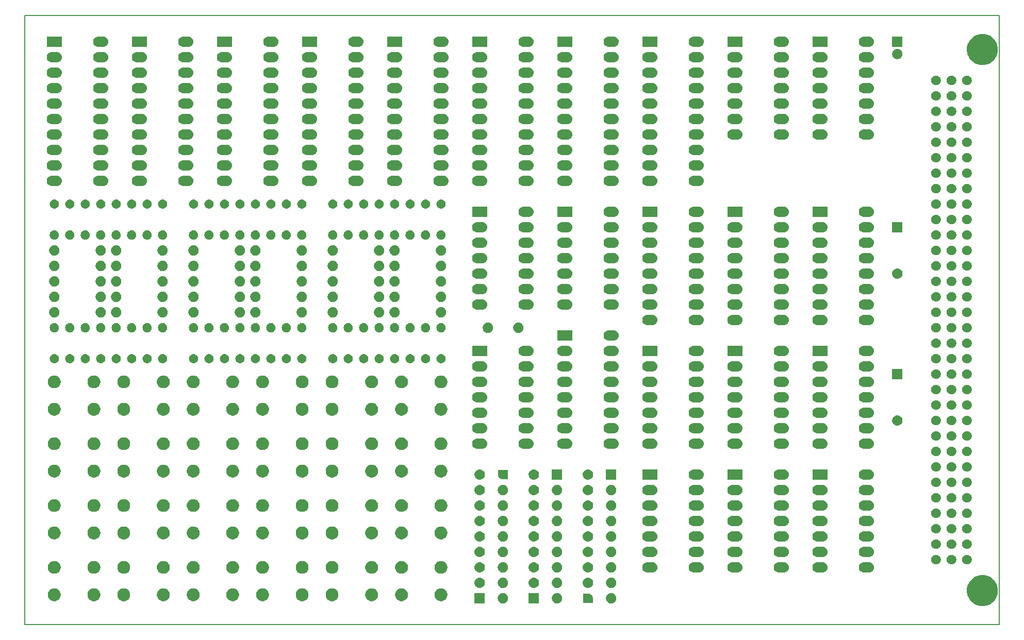
<source format=gbr>
G04 #@! TF.GenerationSoftware,KiCad,Pcbnew,5.0.0+dfsg1-2*
G04 #@! TF.CreationDate,2019-02-01T22:47:57+01:00*
G04 #@! TF.ProjectId,monitor,6D6F6E69746F722E6B696361645F7063,rev?*
G04 #@! TF.SameCoordinates,PX2e3e610PY2eebb80*
G04 #@! TF.FileFunction,Soldermask,Bot*
G04 #@! TF.FilePolarity,Negative*
%FSLAX46Y46*%
G04 Gerber Fmt 4.6, Leading zero omitted, Abs format (unit mm)*
G04 Created by KiCad (PCBNEW 5.0.0+dfsg1-2) date Fri Feb  1 22:47:57 2019*
%MOMM*%
%LPD*%
G01*
G04 APERTURE LIST*
%ADD10C,0.150000*%
%ADD11C,0.100000*%
G04 APERTURE END LIST*
D10*
X1510000Y-100800000D02*
X1510000Y-800000D01*
X161510000Y-100800000D02*
X1510000Y-100800000D01*
X161510000Y-800000D02*
X161510000Y-100800000D01*
X1510000Y-800000D02*
X161510000Y-800000D01*
D11*
G36*
X159494096Y-92797033D02*
X159494098Y-92797034D01*
X159494099Y-92797034D01*
X159958352Y-92989333D01*
X160312329Y-93225853D01*
X160376171Y-93268511D01*
X160731489Y-93623829D01*
X160731491Y-93623832D01*
X161010667Y-94041648D01*
X161202966Y-94505901D01*
X161202967Y-94505904D01*
X161301000Y-94998747D01*
X161301000Y-95501253D01*
X161226728Y-95874644D01*
X161202966Y-95994099D01*
X161010667Y-96458352D01*
X160811542Y-96756363D01*
X160731489Y-96876171D01*
X160376171Y-97231489D01*
X160376168Y-97231491D01*
X159958352Y-97510667D01*
X159494099Y-97702966D01*
X159494098Y-97702966D01*
X159494096Y-97702967D01*
X159001253Y-97801000D01*
X158498747Y-97801000D01*
X158005904Y-97702967D01*
X158005902Y-97702966D01*
X158005901Y-97702966D01*
X157541648Y-97510667D01*
X157123832Y-97231491D01*
X157123829Y-97231489D01*
X156768511Y-96876171D01*
X156688458Y-96756363D01*
X156489333Y-96458352D01*
X156297034Y-95994099D01*
X156273273Y-95874644D01*
X156199000Y-95501253D01*
X156199000Y-94998747D01*
X156297033Y-94505904D01*
X156297034Y-94505901D01*
X156489333Y-94041648D01*
X156768509Y-93623832D01*
X156768511Y-93623829D01*
X157123829Y-93268511D01*
X157187671Y-93225853D01*
X157541648Y-92989333D01*
X158005901Y-92797034D01*
X158005902Y-92797034D01*
X158005904Y-92797033D01*
X158498747Y-92699000D01*
X159001253Y-92699000D01*
X159494096Y-92797033D01*
X159494096Y-92797033D01*
G37*
G36*
X98038228Y-95701703D02*
X98193100Y-95765853D01*
X98332481Y-95858985D01*
X98451015Y-95977519D01*
X98544147Y-96116900D01*
X98608297Y-96271772D01*
X98641000Y-96436184D01*
X98641000Y-96603816D01*
X98608297Y-96768228D01*
X98544147Y-96923100D01*
X98451015Y-97062481D01*
X98332481Y-97181015D01*
X98193100Y-97274147D01*
X98038228Y-97338297D01*
X97873816Y-97371000D01*
X97706184Y-97371000D01*
X97541772Y-97338297D01*
X97386900Y-97274147D01*
X97247519Y-97181015D01*
X97128985Y-97062481D01*
X97035853Y-96923100D01*
X96971703Y-96768228D01*
X96939000Y-96603816D01*
X96939000Y-96436184D01*
X96971703Y-96271772D01*
X97035853Y-96116900D01*
X97128985Y-95977519D01*
X97247519Y-95858985D01*
X97386900Y-95765853D01*
X97541772Y-95701703D01*
X97706184Y-95669000D01*
X97873816Y-95669000D01*
X98038228Y-95701703D01*
X98038228Y-95701703D01*
G37*
G36*
X85941000Y-97371000D02*
X84239000Y-97371000D01*
X84239000Y-95669000D01*
X85941000Y-95669000D01*
X85941000Y-97371000D01*
X85941000Y-97371000D01*
G37*
G36*
X77051000Y-97371000D02*
X75349000Y-97371000D01*
X75349000Y-95669000D01*
X77051000Y-95669000D01*
X77051000Y-97371000D01*
X77051000Y-97371000D01*
G37*
G36*
X89148228Y-95701703D02*
X89303100Y-95765853D01*
X89442481Y-95858985D01*
X89561015Y-95977519D01*
X89654147Y-96116900D01*
X89718297Y-96271772D01*
X89751000Y-96436184D01*
X89751000Y-96603816D01*
X89718297Y-96768228D01*
X89654147Y-96923100D01*
X89561015Y-97062481D01*
X89442481Y-97181015D01*
X89303100Y-97274147D01*
X89148228Y-97338297D01*
X88983816Y-97371000D01*
X88816184Y-97371000D01*
X88651772Y-97338297D01*
X88496900Y-97274147D01*
X88357519Y-97181015D01*
X88238985Y-97062481D01*
X88145853Y-96923100D01*
X88081703Y-96768228D01*
X88049000Y-96603816D01*
X88049000Y-96436184D01*
X88081703Y-96271772D01*
X88145853Y-96116900D01*
X88238985Y-95977519D01*
X88357519Y-95858985D01*
X88496900Y-95765853D01*
X88651772Y-95701703D01*
X88816184Y-95669000D01*
X88983816Y-95669000D01*
X89148228Y-95701703D01*
X89148228Y-95701703D01*
G37*
G36*
X80258228Y-95701703D02*
X80413100Y-95765853D01*
X80552481Y-95858985D01*
X80671015Y-95977519D01*
X80764147Y-96116900D01*
X80828297Y-96271772D01*
X80861000Y-96436184D01*
X80861000Y-96603816D01*
X80828297Y-96768228D01*
X80764147Y-96923100D01*
X80671015Y-97062481D01*
X80552481Y-97181015D01*
X80413100Y-97274147D01*
X80258228Y-97338297D01*
X80093816Y-97371000D01*
X79926184Y-97371000D01*
X79761772Y-97338297D01*
X79606900Y-97274147D01*
X79467519Y-97181015D01*
X79348985Y-97062481D01*
X79255853Y-96923100D01*
X79191703Y-96768228D01*
X79159000Y-96603816D01*
X79159000Y-96436184D01*
X79191703Y-96271772D01*
X79255853Y-96116900D01*
X79348985Y-95977519D01*
X79467519Y-95858985D01*
X79606900Y-95765853D01*
X79761772Y-95701703D01*
X79926184Y-95669000D01*
X80093816Y-95669000D01*
X80258228Y-95701703D01*
X80258228Y-95701703D01*
G37*
G36*
X93983852Y-95723852D02*
X94058414Y-95723852D01*
X94212228Y-95754448D01*
X94357117Y-95814463D01*
X94487515Y-95901592D01*
X94598408Y-96012485D01*
X94685537Y-96142883D01*
X94745552Y-96287772D01*
X94776148Y-96441586D01*
X94776148Y-96516148D01*
X94780000Y-96520000D01*
X94780000Y-97320000D01*
X93180000Y-97320000D01*
X93180000Y-95720000D01*
X93980000Y-95720000D01*
X93983852Y-95723852D01*
X93983852Y-95723852D01*
G37*
G36*
X40856565Y-94929389D02*
X41047834Y-95008615D01*
X41219976Y-95123637D01*
X41366363Y-95270024D01*
X41481385Y-95442166D01*
X41560611Y-95633435D01*
X41601000Y-95836484D01*
X41601000Y-96043516D01*
X41560611Y-96246565D01*
X41481385Y-96437834D01*
X41366363Y-96609976D01*
X41219976Y-96756363D01*
X41047834Y-96871385D01*
X40856565Y-96950611D01*
X40653516Y-96991000D01*
X40446484Y-96991000D01*
X40243435Y-96950611D01*
X40052166Y-96871385D01*
X39880024Y-96756363D01*
X39733637Y-96609976D01*
X39618615Y-96437834D01*
X39539389Y-96246565D01*
X39499000Y-96043516D01*
X39499000Y-95836484D01*
X39539389Y-95633435D01*
X39618615Y-95442166D01*
X39733637Y-95270024D01*
X39880024Y-95123637D01*
X40052166Y-95008615D01*
X40243435Y-94929389D01*
X40446484Y-94889000D01*
X40653516Y-94889000D01*
X40856565Y-94929389D01*
X40856565Y-94929389D01*
G37*
G36*
X70156565Y-94929389D02*
X70347834Y-95008615D01*
X70519976Y-95123637D01*
X70666363Y-95270024D01*
X70781385Y-95442166D01*
X70860611Y-95633435D01*
X70901000Y-95836484D01*
X70901000Y-96043516D01*
X70860611Y-96246565D01*
X70781385Y-96437834D01*
X70666363Y-96609976D01*
X70519976Y-96756363D01*
X70347834Y-96871385D01*
X70156565Y-96950611D01*
X69953516Y-96991000D01*
X69746484Y-96991000D01*
X69543435Y-96950611D01*
X69352166Y-96871385D01*
X69180024Y-96756363D01*
X69033637Y-96609976D01*
X68918615Y-96437834D01*
X68839389Y-96246565D01*
X68799000Y-96043516D01*
X68799000Y-95836484D01*
X68839389Y-95633435D01*
X68918615Y-95442166D01*
X69033637Y-95270024D01*
X69180024Y-95123637D01*
X69352166Y-95008615D01*
X69543435Y-94929389D01*
X69746484Y-94889000D01*
X69953516Y-94889000D01*
X70156565Y-94929389D01*
X70156565Y-94929389D01*
G37*
G36*
X63656565Y-94929389D02*
X63847834Y-95008615D01*
X64019976Y-95123637D01*
X64166363Y-95270024D01*
X64281385Y-95442166D01*
X64360611Y-95633435D01*
X64401000Y-95836484D01*
X64401000Y-96043516D01*
X64360611Y-96246565D01*
X64281385Y-96437834D01*
X64166363Y-96609976D01*
X64019976Y-96756363D01*
X63847834Y-96871385D01*
X63656565Y-96950611D01*
X63453516Y-96991000D01*
X63246484Y-96991000D01*
X63043435Y-96950611D01*
X62852166Y-96871385D01*
X62680024Y-96756363D01*
X62533637Y-96609976D01*
X62418615Y-96437834D01*
X62339389Y-96246565D01*
X62299000Y-96043516D01*
X62299000Y-95836484D01*
X62339389Y-95633435D01*
X62418615Y-95442166D01*
X62533637Y-95270024D01*
X62680024Y-95123637D01*
X62852166Y-95008615D01*
X63043435Y-94929389D01*
X63246484Y-94889000D01*
X63453516Y-94889000D01*
X63656565Y-94929389D01*
X63656565Y-94929389D01*
G37*
G36*
X47356565Y-94929389D02*
X47547834Y-95008615D01*
X47719976Y-95123637D01*
X47866363Y-95270024D01*
X47981385Y-95442166D01*
X48060611Y-95633435D01*
X48101000Y-95836484D01*
X48101000Y-96043516D01*
X48060611Y-96246565D01*
X47981385Y-96437834D01*
X47866363Y-96609976D01*
X47719976Y-96756363D01*
X47547834Y-96871385D01*
X47356565Y-96950611D01*
X47153516Y-96991000D01*
X46946484Y-96991000D01*
X46743435Y-96950611D01*
X46552166Y-96871385D01*
X46380024Y-96756363D01*
X46233637Y-96609976D01*
X46118615Y-96437834D01*
X46039389Y-96246565D01*
X45999000Y-96043516D01*
X45999000Y-95836484D01*
X46039389Y-95633435D01*
X46118615Y-95442166D01*
X46233637Y-95270024D01*
X46380024Y-95123637D01*
X46552166Y-95008615D01*
X46743435Y-94929389D01*
X46946484Y-94889000D01*
X47153516Y-94889000D01*
X47356565Y-94929389D01*
X47356565Y-94929389D01*
G37*
G36*
X35956565Y-94929389D02*
X36147834Y-95008615D01*
X36319976Y-95123637D01*
X36466363Y-95270024D01*
X36581385Y-95442166D01*
X36660611Y-95633435D01*
X36701000Y-95836484D01*
X36701000Y-96043516D01*
X36660611Y-96246565D01*
X36581385Y-96437834D01*
X36466363Y-96609976D01*
X36319976Y-96756363D01*
X36147834Y-96871385D01*
X35956565Y-96950611D01*
X35753516Y-96991000D01*
X35546484Y-96991000D01*
X35343435Y-96950611D01*
X35152166Y-96871385D01*
X34980024Y-96756363D01*
X34833637Y-96609976D01*
X34718615Y-96437834D01*
X34639389Y-96246565D01*
X34599000Y-96043516D01*
X34599000Y-95836484D01*
X34639389Y-95633435D01*
X34718615Y-95442166D01*
X34833637Y-95270024D01*
X34980024Y-95123637D01*
X35152166Y-95008615D01*
X35343435Y-94929389D01*
X35546484Y-94889000D01*
X35753516Y-94889000D01*
X35956565Y-94929389D01*
X35956565Y-94929389D01*
G37*
G36*
X18056565Y-94929389D02*
X18247834Y-95008615D01*
X18419976Y-95123637D01*
X18566363Y-95270024D01*
X18681385Y-95442166D01*
X18760611Y-95633435D01*
X18801000Y-95836484D01*
X18801000Y-96043516D01*
X18760611Y-96246565D01*
X18681385Y-96437834D01*
X18566363Y-96609976D01*
X18419976Y-96756363D01*
X18247834Y-96871385D01*
X18056565Y-96950611D01*
X17853516Y-96991000D01*
X17646484Y-96991000D01*
X17443435Y-96950611D01*
X17252166Y-96871385D01*
X17080024Y-96756363D01*
X16933637Y-96609976D01*
X16818615Y-96437834D01*
X16739389Y-96246565D01*
X16699000Y-96043516D01*
X16699000Y-95836484D01*
X16739389Y-95633435D01*
X16818615Y-95442166D01*
X16933637Y-95270024D01*
X17080024Y-95123637D01*
X17252166Y-95008615D01*
X17443435Y-94929389D01*
X17646484Y-94889000D01*
X17853516Y-94889000D01*
X18056565Y-94929389D01*
X18056565Y-94929389D01*
G37*
G36*
X13156565Y-94929389D02*
X13347834Y-95008615D01*
X13519976Y-95123637D01*
X13666363Y-95270024D01*
X13781385Y-95442166D01*
X13860611Y-95633435D01*
X13901000Y-95836484D01*
X13901000Y-96043516D01*
X13860611Y-96246565D01*
X13781385Y-96437834D01*
X13666363Y-96609976D01*
X13519976Y-96756363D01*
X13347834Y-96871385D01*
X13156565Y-96950611D01*
X12953516Y-96991000D01*
X12746484Y-96991000D01*
X12543435Y-96950611D01*
X12352166Y-96871385D01*
X12180024Y-96756363D01*
X12033637Y-96609976D01*
X11918615Y-96437834D01*
X11839389Y-96246565D01*
X11799000Y-96043516D01*
X11799000Y-95836484D01*
X11839389Y-95633435D01*
X11918615Y-95442166D01*
X12033637Y-95270024D01*
X12180024Y-95123637D01*
X12352166Y-95008615D01*
X12543435Y-94929389D01*
X12746484Y-94889000D01*
X12953516Y-94889000D01*
X13156565Y-94929389D01*
X13156565Y-94929389D01*
G37*
G36*
X29456565Y-94929389D02*
X29647834Y-95008615D01*
X29819976Y-95123637D01*
X29966363Y-95270024D01*
X30081385Y-95442166D01*
X30160611Y-95633435D01*
X30201000Y-95836484D01*
X30201000Y-96043516D01*
X30160611Y-96246565D01*
X30081385Y-96437834D01*
X29966363Y-96609976D01*
X29819976Y-96756363D01*
X29647834Y-96871385D01*
X29456565Y-96950611D01*
X29253516Y-96991000D01*
X29046484Y-96991000D01*
X28843435Y-96950611D01*
X28652166Y-96871385D01*
X28480024Y-96756363D01*
X28333637Y-96609976D01*
X28218615Y-96437834D01*
X28139389Y-96246565D01*
X28099000Y-96043516D01*
X28099000Y-95836484D01*
X28139389Y-95633435D01*
X28218615Y-95442166D01*
X28333637Y-95270024D01*
X28480024Y-95123637D01*
X28652166Y-95008615D01*
X28843435Y-94929389D01*
X29046484Y-94889000D01*
X29253516Y-94889000D01*
X29456565Y-94929389D01*
X29456565Y-94929389D01*
G37*
G36*
X6656565Y-94929389D02*
X6847834Y-95008615D01*
X7019976Y-95123637D01*
X7166363Y-95270024D01*
X7281385Y-95442166D01*
X7360611Y-95633435D01*
X7401000Y-95836484D01*
X7401000Y-96043516D01*
X7360611Y-96246565D01*
X7281385Y-96437834D01*
X7166363Y-96609976D01*
X7019976Y-96756363D01*
X6847834Y-96871385D01*
X6656565Y-96950611D01*
X6453516Y-96991000D01*
X6246484Y-96991000D01*
X6043435Y-96950611D01*
X5852166Y-96871385D01*
X5680024Y-96756363D01*
X5533637Y-96609976D01*
X5418615Y-96437834D01*
X5339389Y-96246565D01*
X5299000Y-96043516D01*
X5299000Y-95836484D01*
X5339389Y-95633435D01*
X5418615Y-95442166D01*
X5533637Y-95270024D01*
X5680024Y-95123637D01*
X5852166Y-95008615D01*
X6043435Y-94929389D01*
X6246484Y-94889000D01*
X6453516Y-94889000D01*
X6656565Y-94929389D01*
X6656565Y-94929389D01*
G37*
G36*
X52256565Y-94929389D02*
X52447834Y-95008615D01*
X52619976Y-95123637D01*
X52766363Y-95270024D01*
X52881385Y-95442166D01*
X52960611Y-95633435D01*
X53001000Y-95836484D01*
X53001000Y-96043516D01*
X52960611Y-96246565D01*
X52881385Y-96437834D01*
X52766363Y-96609976D01*
X52619976Y-96756363D01*
X52447834Y-96871385D01*
X52256565Y-96950611D01*
X52053516Y-96991000D01*
X51846484Y-96991000D01*
X51643435Y-96950611D01*
X51452166Y-96871385D01*
X51280024Y-96756363D01*
X51133637Y-96609976D01*
X51018615Y-96437834D01*
X50939389Y-96246565D01*
X50899000Y-96043516D01*
X50899000Y-95836484D01*
X50939389Y-95633435D01*
X51018615Y-95442166D01*
X51133637Y-95270024D01*
X51280024Y-95123637D01*
X51452166Y-95008615D01*
X51643435Y-94929389D01*
X51846484Y-94889000D01*
X52053516Y-94889000D01*
X52256565Y-94929389D01*
X52256565Y-94929389D01*
G37*
G36*
X58756565Y-94929389D02*
X58947834Y-95008615D01*
X59119976Y-95123637D01*
X59266363Y-95270024D01*
X59381385Y-95442166D01*
X59460611Y-95633435D01*
X59501000Y-95836484D01*
X59501000Y-96043516D01*
X59460611Y-96246565D01*
X59381385Y-96437834D01*
X59266363Y-96609976D01*
X59119976Y-96756363D01*
X58947834Y-96871385D01*
X58756565Y-96950611D01*
X58553516Y-96991000D01*
X58346484Y-96991000D01*
X58143435Y-96950611D01*
X57952166Y-96871385D01*
X57780024Y-96756363D01*
X57633637Y-96609976D01*
X57518615Y-96437834D01*
X57439389Y-96246565D01*
X57399000Y-96043516D01*
X57399000Y-95836484D01*
X57439389Y-95633435D01*
X57518615Y-95442166D01*
X57633637Y-95270024D01*
X57780024Y-95123637D01*
X57952166Y-95008615D01*
X58143435Y-94929389D01*
X58346484Y-94889000D01*
X58553516Y-94889000D01*
X58756565Y-94929389D01*
X58756565Y-94929389D01*
G37*
G36*
X24556565Y-94929389D02*
X24747834Y-95008615D01*
X24919976Y-95123637D01*
X25066363Y-95270024D01*
X25181385Y-95442166D01*
X25260611Y-95633435D01*
X25301000Y-95836484D01*
X25301000Y-96043516D01*
X25260611Y-96246565D01*
X25181385Y-96437834D01*
X25066363Y-96609976D01*
X24919976Y-96756363D01*
X24747834Y-96871385D01*
X24556565Y-96950611D01*
X24353516Y-96991000D01*
X24146484Y-96991000D01*
X23943435Y-96950611D01*
X23752166Y-96871385D01*
X23580024Y-96756363D01*
X23433637Y-96609976D01*
X23318615Y-96437834D01*
X23239389Y-96246565D01*
X23199000Y-96043516D01*
X23199000Y-95836484D01*
X23239389Y-95633435D01*
X23318615Y-95442166D01*
X23433637Y-95270024D01*
X23580024Y-95123637D01*
X23752166Y-95008615D01*
X23943435Y-94929389D01*
X24146484Y-94889000D01*
X24353516Y-94889000D01*
X24556565Y-94929389D01*
X24556565Y-94929389D01*
G37*
G36*
X76366821Y-93141313D02*
X76366824Y-93141314D01*
X76366825Y-93141314D01*
X76527239Y-93189975D01*
X76527241Y-93189976D01*
X76527244Y-93189977D01*
X76675078Y-93268995D01*
X76804659Y-93375341D01*
X76911005Y-93504922D01*
X76990023Y-93652756D01*
X76990024Y-93652759D01*
X76990025Y-93652761D01*
X77038686Y-93813175D01*
X77038687Y-93813179D01*
X77055117Y-93980000D01*
X77038687Y-94146821D01*
X77038686Y-94146824D01*
X77038686Y-94146825D01*
X77013993Y-94228228D01*
X76990023Y-94307244D01*
X76911005Y-94455078D01*
X76804659Y-94584659D01*
X76675078Y-94691005D01*
X76527244Y-94770023D01*
X76527241Y-94770024D01*
X76527239Y-94770025D01*
X76366825Y-94818686D01*
X76366824Y-94818686D01*
X76366821Y-94818687D01*
X76241804Y-94831000D01*
X76158196Y-94831000D01*
X76033179Y-94818687D01*
X76033176Y-94818686D01*
X76033175Y-94818686D01*
X75872761Y-94770025D01*
X75872759Y-94770024D01*
X75872756Y-94770023D01*
X75724922Y-94691005D01*
X75595341Y-94584659D01*
X75488995Y-94455078D01*
X75409977Y-94307244D01*
X75386008Y-94228228D01*
X75361314Y-94146825D01*
X75361314Y-94146824D01*
X75361313Y-94146821D01*
X75344883Y-93980000D01*
X75361313Y-93813179D01*
X75361314Y-93813175D01*
X75409975Y-93652761D01*
X75409976Y-93652759D01*
X75409977Y-93652756D01*
X75488995Y-93504922D01*
X75595341Y-93375341D01*
X75724922Y-93268995D01*
X75872756Y-93189977D01*
X75872759Y-93189976D01*
X75872761Y-93189975D01*
X76033175Y-93141314D01*
X76033176Y-93141314D01*
X76033179Y-93141313D01*
X76158196Y-93129000D01*
X76241804Y-93129000D01*
X76366821Y-93141313D01*
X76366821Y-93141313D01*
G37*
G36*
X80258228Y-93161703D02*
X80413100Y-93225853D01*
X80552481Y-93318985D01*
X80671015Y-93437519D01*
X80764147Y-93576900D01*
X80828297Y-93731772D01*
X80861000Y-93896184D01*
X80861000Y-94063816D01*
X80828297Y-94228228D01*
X80764147Y-94383100D01*
X80671015Y-94522481D01*
X80552481Y-94641015D01*
X80413100Y-94734147D01*
X80258228Y-94798297D01*
X80093816Y-94831000D01*
X79926184Y-94831000D01*
X79761772Y-94798297D01*
X79606900Y-94734147D01*
X79467519Y-94641015D01*
X79348985Y-94522481D01*
X79255853Y-94383100D01*
X79191703Y-94228228D01*
X79159000Y-94063816D01*
X79159000Y-93896184D01*
X79191703Y-93731772D01*
X79255853Y-93576900D01*
X79348985Y-93437519D01*
X79467519Y-93318985D01*
X79606900Y-93225853D01*
X79761772Y-93161703D01*
X79926184Y-93129000D01*
X80093816Y-93129000D01*
X80258228Y-93161703D01*
X80258228Y-93161703D01*
G37*
G36*
X89148228Y-93161703D02*
X89303100Y-93225853D01*
X89442481Y-93318985D01*
X89561015Y-93437519D01*
X89654147Y-93576900D01*
X89718297Y-93731772D01*
X89751000Y-93896184D01*
X89751000Y-94063816D01*
X89718297Y-94228228D01*
X89654147Y-94383100D01*
X89561015Y-94522481D01*
X89442481Y-94641015D01*
X89303100Y-94734147D01*
X89148228Y-94798297D01*
X88983816Y-94831000D01*
X88816184Y-94831000D01*
X88651772Y-94798297D01*
X88496900Y-94734147D01*
X88357519Y-94641015D01*
X88238985Y-94522481D01*
X88145853Y-94383100D01*
X88081703Y-94228228D01*
X88049000Y-94063816D01*
X88049000Y-93896184D01*
X88081703Y-93731772D01*
X88145853Y-93576900D01*
X88238985Y-93437519D01*
X88357519Y-93318985D01*
X88496900Y-93225853D01*
X88651772Y-93161703D01*
X88816184Y-93129000D01*
X88983816Y-93129000D01*
X89148228Y-93161703D01*
X89148228Y-93161703D01*
G37*
G36*
X98038228Y-93161703D02*
X98193100Y-93225853D01*
X98332481Y-93318985D01*
X98451015Y-93437519D01*
X98544147Y-93576900D01*
X98608297Y-93731772D01*
X98641000Y-93896184D01*
X98641000Y-94063816D01*
X98608297Y-94228228D01*
X98544147Y-94383100D01*
X98451015Y-94522481D01*
X98332481Y-94641015D01*
X98193100Y-94734147D01*
X98038228Y-94798297D01*
X97873816Y-94831000D01*
X97706184Y-94831000D01*
X97541772Y-94798297D01*
X97386900Y-94734147D01*
X97247519Y-94641015D01*
X97128985Y-94522481D01*
X97035853Y-94383100D01*
X96971703Y-94228228D01*
X96939000Y-94063816D01*
X96939000Y-93896184D01*
X96971703Y-93731772D01*
X97035853Y-93576900D01*
X97128985Y-93437519D01*
X97247519Y-93318985D01*
X97386900Y-93225853D01*
X97541772Y-93161703D01*
X97706184Y-93129000D01*
X97873816Y-93129000D01*
X98038228Y-93161703D01*
X98038228Y-93161703D01*
G37*
G36*
X85256821Y-93141313D02*
X85256824Y-93141314D01*
X85256825Y-93141314D01*
X85417239Y-93189975D01*
X85417241Y-93189976D01*
X85417244Y-93189977D01*
X85565078Y-93268995D01*
X85694659Y-93375341D01*
X85801005Y-93504922D01*
X85880023Y-93652756D01*
X85880024Y-93652759D01*
X85880025Y-93652761D01*
X85928686Y-93813175D01*
X85928687Y-93813179D01*
X85945117Y-93980000D01*
X85928687Y-94146821D01*
X85928686Y-94146824D01*
X85928686Y-94146825D01*
X85903993Y-94228228D01*
X85880023Y-94307244D01*
X85801005Y-94455078D01*
X85694659Y-94584659D01*
X85565078Y-94691005D01*
X85417244Y-94770023D01*
X85417241Y-94770024D01*
X85417239Y-94770025D01*
X85256825Y-94818686D01*
X85256824Y-94818686D01*
X85256821Y-94818687D01*
X85131804Y-94831000D01*
X85048196Y-94831000D01*
X84923179Y-94818687D01*
X84923176Y-94818686D01*
X84923175Y-94818686D01*
X84762761Y-94770025D01*
X84762759Y-94770024D01*
X84762756Y-94770023D01*
X84614922Y-94691005D01*
X84485341Y-94584659D01*
X84378995Y-94455078D01*
X84299977Y-94307244D01*
X84276008Y-94228228D01*
X84251314Y-94146825D01*
X84251314Y-94146824D01*
X84251313Y-94146821D01*
X84234883Y-93980000D01*
X84251313Y-93813179D01*
X84251314Y-93813175D01*
X84299975Y-93652761D01*
X84299976Y-93652759D01*
X84299977Y-93652756D01*
X84378995Y-93504922D01*
X84485341Y-93375341D01*
X84614922Y-93268995D01*
X84762756Y-93189977D01*
X84762759Y-93189976D01*
X84762761Y-93189975D01*
X84923175Y-93141314D01*
X84923176Y-93141314D01*
X84923179Y-93141313D01*
X85048196Y-93129000D01*
X85131804Y-93129000D01*
X85256821Y-93141313D01*
X85256821Y-93141313D01*
G37*
G36*
X94146821Y-93141313D02*
X94146824Y-93141314D01*
X94146825Y-93141314D01*
X94307239Y-93189975D01*
X94307241Y-93189976D01*
X94307244Y-93189977D01*
X94455078Y-93268995D01*
X94584659Y-93375341D01*
X94691005Y-93504922D01*
X94770023Y-93652756D01*
X94770024Y-93652759D01*
X94770025Y-93652761D01*
X94818686Y-93813175D01*
X94818687Y-93813179D01*
X94835117Y-93980000D01*
X94818687Y-94146821D01*
X94818686Y-94146824D01*
X94818686Y-94146825D01*
X94793993Y-94228228D01*
X94770023Y-94307244D01*
X94691005Y-94455078D01*
X94584659Y-94584659D01*
X94455078Y-94691005D01*
X94307244Y-94770023D01*
X94307241Y-94770024D01*
X94307239Y-94770025D01*
X94146825Y-94818686D01*
X94146824Y-94818686D01*
X94146821Y-94818687D01*
X94021804Y-94831000D01*
X93938196Y-94831000D01*
X93813179Y-94818687D01*
X93813176Y-94818686D01*
X93813175Y-94818686D01*
X93652761Y-94770025D01*
X93652759Y-94770024D01*
X93652756Y-94770023D01*
X93504922Y-94691005D01*
X93375341Y-94584659D01*
X93268995Y-94455078D01*
X93189977Y-94307244D01*
X93166008Y-94228228D01*
X93141314Y-94146825D01*
X93141314Y-94146824D01*
X93141313Y-94146821D01*
X93124883Y-93980000D01*
X93141313Y-93813179D01*
X93141314Y-93813175D01*
X93189975Y-93652761D01*
X93189976Y-93652759D01*
X93189977Y-93652756D01*
X93268995Y-93504922D01*
X93375341Y-93375341D01*
X93504922Y-93268995D01*
X93652756Y-93189977D01*
X93652759Y-93189976D01*
X93652761Y-93189975D01*
X93813175Y-93141314D01*
X93813176Y-93141314D01*
X93813179Y-93141313D01*
X93938196Y-93129000D01*
X94021804Y-93129000D01*
X94146821Y-93141313D01*
X94146821Y-93141313D01*
G37*
G36*
X35956565Y-90429389D02*
X36147834Y-90508615D01*
X36319976Y-90623637D01*
X36466363Y-90770024D01*
X36581385Y-90942166D01*
X36660611Y-91133435D01*
X36701000Y-91336484D01*
X36701000Y-91543516D01*
X36660611Y-91746565D01*
X36581385Y-91937834D01*
X36466363Y-92109976D01*
X36319976Y-92256363D01*
X36147834Y-92371385D01*
X35956565Y-92450611D01*
X35753516Y-92491000D01*
X35546484Y-92491000D01*
X35343435Y-92450611D01*
X35152166Y-92371385D01*
X34980024Y-92256363D01*
X34833637Y-92109976D01*
X34718615Y-91937834D01*
X34639389Y-91746565D01*
X34599000Y-91543516D01*
X34599000Y-91336484D01*
X34639389Y-91133435D01*
X34718615Y-90942166D01*
X34833637Y-90770024D01*
X34980024Y-90623637D01*
X35152166Y-90508615D01*
X35343435Y-90429389D01*
X35546484Y-90389000D01*
X35753516Y-90389000D01*
X35956565Y-90429389D01*
X35956565Y-90429389D01*
G37*
G36*
X18056565Y-90429389D02*
X18247834Y-90508615D01*
X18419976Y-90623637D01*
X18566363Y-90770024D01*
X18681385Y-90942166D01*
X18760611Y-91133435D01*
X18801000Y-91336484D01*
X18801000Y-91543516D01*
X18760611Y-91746565D01*
X18681385Y-91937834D01*
X18566363Y-92109976D01*
X18419976Y-92256363D01*
X18247834Y-92371385D01*
X18056565Y-92450611D01*
X17853516Y-92491000D01*
X17646484Y-92491000D01*
X17443435Y-92450611D01*
X17252166Y-92371385D01*
X17080024Y-92256363D01*
X16933637Y-92109976D01*
X16818615Y-91937834D01*
X16739389Y-91746565D01*
X16699000Y-91543516D01*
X16699000Y-91336484D01*
X16739389Y-91133435D01*
X16818615Y-90942166D01*
X16933637Y-90770024D01*
X17080024Y-90623637D01*
X17252166Y-90508615D01*
X17443435Y-90429389D01*
X17646484Y-90389000D01*
X17853516Y-90389000D01*
X18056565Y-90429389D01*
X18056565Y-90429389D01*
G37*
G36*
X24556565Y-90429389D02*
X24747834Y-90508615D01*
X24919976Y-90623637D01*
X25066363Y-90770024D01*
X25181385Y-90942166D01*
X25260611Y-91133435D01*
X25301000Y-91336484D01*
X25301000Y-91543516D01*
X25260611Y-91746565D01*
X25181385Y-91937834D01*
X25066363Y-92109976D01*
X24919976Y-92256363D01*
X24747834Y-92371385D01*
X24556565Y-92450611D01*
X24353516Y-92491000D01*
X24146484Y-92491000D01*
X23943435Y-92450611D01*
X23752166Y-92371385D01*
X23580024Y-92256363D01*
X23433637Y-92109976D01*
X23318615Y-91937834D01*
X23239389Y-91746565D01*
X23199000Y-91543516D01*
X23199000Y-91336484D01*
X23239389Y-91133435D01*
X23318615Y-90942166D01*
X23433637Y-90770024D01*
X23580024Y-90623637D01*
X23752166Y-90508615D01*
X23943435Y-90429389D01*
X24146484Y-90389000D01*
X24353516Y-90389000D01*
X24556565Y-90429389D01*
X24556565Y-90429389D01*
G37*
G36*
X29456565Y-90429389D02*
X29647834Y-90508615D01*
X29819976Y-90623637D01*
X29966363Y-90770024D01*
X30081385Y-90942166D01*
X30160611Y-91133435D01*
X30201000Y-91336484D01*
X30201000Y-91543516D01*
X30160611Y-91746565D01*
X30081385Y-91937834D01*
X29966363Y-92109976D01*
X29819976Y-92256363D01*
X29647834Y-92371385D01*
X29456565Y-92450611D01*
X29253516Y-92491000D01*
X29046484Y-92491000D01*
X28843435Y-92450611D01*
X28652166Y-92371385D01*
X28480024Y-92256363D01*
X28333637Y-92109976D01*
X28218615Y-91937834D01*
X28139389Y-91746565D01*
X28099000Y-91543516D01*
X28099000Y-91336484D01*
X28139389Y-91133435D01*
X28218615Y-90942166D01*
X28333637Y-90770024D01*
X28480024Y-90623637D01*
X28652166Y-90508615D01*
X28843435Y-90429389D01*
X29046484Y-90389000D01*
X29253516Y-90389000D01*
X29456565Y-90429389D01*
X29456565Y-90429389D01*
G37*
G36*
X63656565Y-90429389D02*
X63847834Y-90508615D01*
X64019976Y-90623637D01*
X64166363Y-90770024D01*
X64281385Y-90942166D01*
X64360611Y-91133435D01*
X64401000Y-91336484D01*
X64401000Y-91543516D01*
X64360611Y-91746565D01*
X64281385Y-91937834D01*
X64166363Y-92109976D01*
X64019976Y-92256363D01*
X63847834Y-92371385D01*
X63656565Y-92450611D01*
X63453516Y-92491000D01*
X63246484Y-92491000D01*
X63043435Y-92450611D01*
X62852166Y-92371385D01*
X62680024Y-92256363D01*
X62533637Y-92109976D01*
X62418615Y-91937834D01*
X62339389Y-91746565D01*
X62299000Y-91543516D01*
X62299000Y-91336484D01*
X62339389Y-91133435D01*
X62418615Y-90942166D01*
X62533637Y-90770024D01*
X62680024Y-90623637D01*
X62852166Y-90508615D01*
X63043435Y-90429389D01*
X63246484Y-90389000D01*
X63453516Y-90389000D01*
X63656565Y-90429389D01*
X63656565Y-90429389D01*
G37*
G36*
X70156565Y-90429389D02*
X70347834Y-90508615D01*
X70519976Y-90623637D01*
X70666363Y-90770024D01*
X70781385Y-90942166D01*
X70860611Y-91133435D01*
X70901000Y-91336484D01*
X70901000Y-91543516D01*
X70860611Y-91746565D01*
X70781385Y-91937834D01*
X70666363Y-92109976D01*
X70519976Y-92256363D01*
X70347834Y-92371385D01*
X70156565Y-92450611D01*
X69953516Y-92491000D01*
X69746484Y-92491000D01*
X69543435Y-92450611D01*
X69352166Y-92371385D01*
X69180024Y-92256363D01*
X69033637Y-92109976D01*
X68918615Y-91937834D01*
X68839389Y-91746565D01*
X68799000Y-91543516D01*
X68799000Y-91336484D01*
X68839389Y-91133435D01*
X68918615Y-90942166D01*
X69033637Y-90770024D01*
X69180024Y-90623637D01*
X69352166Y-90508615D01*
X69543435Y-90429389D01*
X69746484Y-90389000D01*
X69953516Y-90389000D01*
X70156565Y-90429389D01*
X70156565Y-90429389D01*
G37*
G36*
X52256565Y-90429389D02*
X52447834Y-90508615D01*
X52619976Y-90623637D01*
X52766363Y-90770024D01*
X52881385Y-90942166D01*
X52960611Y-91133435D01*
X53001000Y-91336484D01*
X53001000Y-91543516D01*
X52960611Y-91746565D01*
X52881385Y-91937834D01*
X52766363Y-92109976D01*
X52619976Y-92256363D01*
X52447834Y-92371385D01*
X52256565Y-92450611D01*
X52053516Y-92491000D01*
X51846484Y-92491000D01*
X51643435Y-92450611D01*
X51452166Y-92371385D01*
X51280024Y-92256363D01*
X51133637Y-92109976D01*
X51018615Y-91937834D01*
X50939389Y-91746565D01*
X50899000Y-91543516D01*
X50899000Y-91336484D01*
X50939389Y-91133435D01*
X51018615Y-90942166D01*
X51133637Y-90770024D01*
X51280024Y-90623637D01*
X51452166Y-90508615D01*
X51643435Y-90429389D01*
X51846484Y-90389000D01*
X52053516Y-90389000D01*
X52256565Y-90429389D01*
X52256565Y-90429389D01*
G37*
G36*
X47356565Y-90429389D02*
X47547834Y-90508615D01*
X47719976Y-90623637D01*
X47866363Y-90770024D01*
X47981385Y-90942166D01*
X48060611Y-91133435D01*
X48101000Y-91336484D01*
X48101000Y-91543516D01*
X48060611Y-91746565D01*
X47981385Y-91937834D01*
X47866363Y-92109976D01*
X47719976Y-92256363D01*
X47547834Y-92371385D01*
X47356565Y-92450611D01*
X47153516Y-92491000D01*
X46946484Y-92491000D01*
X46743435Y-92450611D01*
X46552166Y-92371385D01*
X46380024Y-92256363D01*
X46233637Y-92109976D01*
X46118615Y-91937834D01*
X46039389Y-91746565D01*
X45999000Y-91543516D01*
X45999000Y-91336484D01*
X46039389Y-91133435D01*
X46118615Y-90942166D01*
X46233637Y-90770024D01*
X46380024Y-90623637D01*
X46552166Y-90508615D01*
X46743435Y-90429389D01*
X46946484Y-90389000D01*
X47153516Y-90389000D01*
X47356565Y-90429389D01*
X47356565Y-90429389D01*
G37*
G36*
X40856565Y-90429389D02*
X41047834Y-90508615D01*
X41219976Y-90623637D01*
X41366363Y-90770024D01*
X41481385Y-90942166D01*
X41560611Y-91133435D01*
X41601000Y-91336484D01*
X41601000Y-91543516D01*
X41560611Y-91746565D01*
X41481385Y-91937834D01*
X41366363Y-92109976D01*
X41219976Y-92256363D01*
X41047834Y-92371385D01*
X40856565Y-92450611D01*
X40653516Y-92491000D01*
X40446484Y-92491000D01*
X40243435Y-92450611D01*
X40052166Y-92371385D01*
X39880024Y-92256363D01*
X39733637Y-92109976D01*
X39618615Y-91937834D01*
X39539389Y-91746565D01*
X39499000Y-91543516D01*
X39499000Y-91336484D01*
X39539389Y-91133435D01*
X39618615Y-90942166D01*
X39733637Y-90770024D01*
X39880024Y-90623637D01*
X40052166Y-90508615D01*
X40243435Y-90429389D01*
X40446484Y-90389000D01*
X40653516Y-90389000D01*
X40856565Y-90429389D01*
X40856565Y-90429389D01*
G37*
G36*
X13156565Y-90429389D02*
X13347834Y-90508615D01*
X13519976Y-90623637D01*
X13666363Y-90770024D01*
X13781385Y-90942166D01*
X13860611Y-91133435D01*
X13901000Y-91336484D01*
X13901000Y-91543516D01*
X13860611Y-91746565D01*
X13781385Y-91937834D01*
X13666363Y-92109976D01*
X13519976Y-92256363D01*
X13347834Y-92371385D01*
X13156565Y-92450611D01*
X12953516Y-92491000D01*
X12746484Y-92491000D01*
X12543435Y-92450611D01*
X12352166Y-92371385D01*
X12180024Y-92256363D01*
X12033637Y-92109976D01*
X11918615Y-91937834D01*
X11839389Y-91746565D01*
X11799000Y-91543516D01*
X11799000Y-91336484D01*
X11839389Y-91133435D01*
X11918615Y-90942166D01*
X12033637Y-90770024D01*
X12180024Y-90623637D01*
X12352166Y-90508615D01*
X12543435Y-90429389D01*
X12746484Y-90389000D01*
X12953516Y-90389000D01*
X13156565Y-90429389D01*
X13156565Y-90429389D01*
G37*
G36*
X6656565Y-90429389D02*
X6847834Y-90508615D01*
X7019976Y-90623637D01*
X7166363Y-90770024D01*
X7281385Y-90942166D01*
X7360611Y-91133435D01*
X7401000Y-91336484D01*
X7401000Y-91543516D01*
X7360611Y-91746565D01*
X7281385Y-91937834D01*
X7166363Y-92109976D01*
X7019976Y-92256363D01*
X6847834Y-92371385D01*
X6656565Y-92450611D01*
X6453516Y-92491000D01*
X6246484Y-92491000D01*
X6043435Y-92450611D01*
X5852166Y-92371385D01*
X5680024Y-92256363D01*
X5533637Y-92109976D01*
X5418615Y-91937834D01*
X5339389Y-91746565D01*
X5299000Y-91543516D01*
X5299000Y-91336484D01*
X5339389Y-91133435D01*
X5418615Y-90942166D01*
X5533637Y-90770024D01*
X5680024Y-90623637D01*
X5852166Y-90508615D01*
X6043435Y-90429389D01*
X6246484Y-90389000D01*
X6453516Y-90389000D01*
X6656565Y-90429389D01*
X6656565Y-90429389D01*
G37*
G36*
X58756565Y-90429389D02*
X58947834Y-90508615D01*
X59119976Y-90623637D01*
X59266363Y-90770024D01*
X59381385Y-90942166D01*
X59460611Y-91133435D01*
X59501000Y-91336484D01*
X59501000Y-91543516D01*
X59460611Y-91746565D01*
X59381385Y-91937834D01*
X59266363Y-92109976D01*
X59119976Y-92256363D01*
X58947834Y-92371385D01*
X58756565Y-92450611D01*
X58553516Y-92491000D01*
X58346484Y-92491000D01*
X58143435Y-92450611D01*
X57952166Y-92371385D01*
X57780024Y-92256363D01*
X57633637Y-92109976D01*
X57518615Y-91937834D01*
X57439389Y-91746565D01*
X57399000Y-91543516D01*
X57399000Y-91336484D01*
X57439389Y-91133435D01*
X57518615Y-90942166D01*
X57633637Y-90770024D01*
X57780024Y-90623637D01*
X57952166Y-90508615D01*
X58143435Y-90429389D01*
X58346484Y-90389000D01*
X58553516Y-90389000D01*
X58756565Y-90429389D01*
X58756565Y-90429389D01*
G37*
G36*
X132646821Y-90601313D02*
X132646824Y-90601314D01*
X132646825Y-90601314D01*
X132807239Y-90649975D01*
X132807241Y-90649976D01*
X132807244Y-90649977D01*
X132955078Y-90728995D01*
X133084659Y-90835341D01*
X133191005Y-90964922D01*
X133270023Y-91112756D01*
X133270024Y-91112759D01*
X133270025Y-91112761D01*
X133318686Y-91273175D01*
X133318687Y-91273179D01*
X133335117Y-91440000D01*
X133318687Y-91606821D01*
X133318686Y-91606824D01*
X133318686Y-91606825D01*
X133293993Y-91688228D01*
X133270023Y-91767244D01*
X133191005Y-91915078D01*
X133084659Y-92044659D01*
X132955078Y-92151005D01*
X132807244Y-92230023D01*
X132807241Y-92230024D01*
X132807239Y-92230025D01*
X132646825Y-92278686D01*
X132646824Y-92278686D01*
X132646821Y-92278687D01*
X132521804Y-92291000D01*
X131638196Y-92291000D01*
X131513179Y-92278687D01*
X131513176Y-92278686D01*
X131513175Y-92278686D01*
X131352761Y-92230025D01*
X131352759Y-92230024D01*
X131352756Y-92230023D01*
X131204922Y-92151005D01*
X131075341Y-92044659D01*
X130968995Y-91915078D01*
X130889977Y-91767244D01*
X130866008Y-91688228D01*
X130841314Y-91606825D01*
X130841314Y-91606824D01*
X130841313Y-91606821D01*
X130824883Y-91440000D01*
X130841313Y-91273179D01*
X130841314Y-91273175D01*
X130889975Y-91112761D01*
X130889976Y-91112759D01*
X130889977Y-91112756D01*
X130968995Y-90964922D01*
X131075341Y-90835341D01*
X131204922Y-90728995D01*
X131352756Y-90649977D01*
X131352759Y-90649976D01*
X131352761Y-90649975D01*
X131513175Y-90601314D01*
X131513176Y-90601314D01*
X131513179Y-90601313D01*
X131638196Y-90589000D01*
X132521804Y-90589000D01*
X132646821Y-90601313D01*
X132646821Y-90601313D01*
G37*
G36*
X140266821Y-90601313D02*
X140266824Y-90601314D01*
X140266825Y-90601314D01*
X140427239Y-90649975D01*
X140427241Y-90649976D01*
X140427244Y-90649977D01*
X140575078Y-90728995D01*
X140704659Y-90835341D01*
X140811005Y-90964922D01*
X140890023Y-91112756D01*
X140890024Y-91112759D01*
X140890025Y-91112761D01*
X140938686Y-91273175D01*
X140938687Y-91273179D01*
X140955117Y-91440000D01*
X140938687Y-91606821D01*
X140938686Y-91606824D01*
X140938686Y-91606825D01*
X140913993Y-91688228D01*
X140890023Y-91767244D01*
X140811005Y-91915078D01*
X140704659Y-92044659D01*
X140575078Y-92151005D01*
X140427244Y-92230023D01*
X140427241Y-92230024D01*
X140427239Y-92230025D01*
X140266825Y-92278686D01*
X140266824Y-92278686D01*
X140266821Y-92278687D01*
X140141804Y-92291000D01*
X139258196Y-92291000D01*
X139133179Y-92278687D01*
X139133176Y-92278686D01*
X139133175Y-92278686D01*
X138972761Y-92230025D01*
X138972759Y-92230024D01*
X138972756Y-92230023D01*
X138824922Y-92151005D01*
X138695341Y-92044659D01*
X138588995Y-91915078D01*
X138509977Y-91767244D01*
X138486008Y-91688228D01*
X138461314Y-91606825D01*
X138461314Y-91606824D01*
X138461313Y-91606821D01*
X138444883Y-91440000D01*
X138461313Y-91273179D01*
X138461314Y-91273175D01*
X138509975Y-91112761D01*
X138509976Y-91112759D01*
X138509977Y-91112756D01*
X138588995Y-90964922D01*
X138695341Y-90835341D01*
X138824922Y-90728995D01*
X138972756Y-90649977D01*
X138972759Y-90649976D01*
X138972761Y-90649975D01*
X139133175Y-90601314D01*
X139133176Y-90601314D01*
X139133179Y-90601313D01*
X139258196Y-90589000D01*
X140141804Y-90589000D01*
X140266821Y-90601313D01*
X140266821Y-90601313D01*
G37*
G36*
X104706821Y-90601313D02*
X104706824Y-90601314D01*
X104706825Y-90601314D01*
X104867239Y-90649975D01*
X104867241Y-90649976D01*
X104867244Y-90649977D01*
X105015078Y-90728995D01*
X105144659Y-90835341D01*
X105251005Y-90964922D01*
X105330023Y-91112756D01*
X105330024Y-91112759D01*
X105330025Y-91112761D01*
X105378686Y-91273175D01*
X105378687Y-91273179D01*
X105395117Y-91440000D01*
X105378687Y-91606821D01*
X105378686Y-91606824D01*
X105378686Y-91606825D01*
X105353993Y-91688228D01*
X105330023Y-91767244D01*
X105251005Y-91915078D01*
X105144659Y-92044659D01*
X105015078Y-92151005D01*
X104867244Y-92230023D01*
X104867241Y-92230024D01*
X104867239Y-92230025D01*
X104706825Y-92278686D01*
X104706824Y-92278686D01*
X104706821Y-92278687D01*
X104581804Y-92291000D01*
X103698196Y-92291000D01*
X103573179Y-92278687D01*
X103573176Y-92278686D01*
X103573175Y-92278686D01*
X103412761Y-92230025D01*
X103412759Y-92230024D01*
X103412756Y-92230023D01*
X103264922Y-92151005D01*
X103135341Y-92044659D01*
X103028995Y-91915078D01*
X102949977Y-91767244D01*
X102926008Y-91688228D01*
X102901314Y-91606825D01*
X102901314Y-91606824D01*
X102901313Y-91606821D01*
X102884883Y-91440000D01*
X102901313Y-91273179D01*
X102901314Y-91273175D01*
X102949975Y-91112761D01*
X102949976Y-91112759D01*
X102949977Y-91112756D01*
X103028995Y-90964922D01*
X103135341Y-90835341D01*
X103264922Y-90728995D01*
X103412756Y-90649977D01*
X103412759Y-90649976D01*
X103412761Y-90649975D01*
X103573175Y-90601314D01*
X103573176Y-90601314D01*
X103573179Y-90601313D01*
X103698196Y-90589000D01*
X104581804Y-90589000D01*
X104706821Y-90601313D01*
X104706821Y-90601313D01*
G37*
G36*
X118676821Y-90601313D02*
X118676824Y-90601314D01*
X118676825Y-90601314D01*
X118837239Y-90649975D01*
X118837241Y-90649976D01*
X118837244Y-90649977D01*
X118985078Y-90728995D01*
X119114659Y-90835341D01*
X119221005Y-90964922D01*
X119300023Y-91112756D01*
X119300024Y-91112759D01*
X119300025Y-91112761D01*
X119348686Y-91273175D01*
X119348687Y-91273179D01*
X119365117Y-91440000D01*
X119348687Y-91606821D01*
X119348686Y-91606824D01*
X119348686Y-91606825D01*
X119323993Y-91688228D01*
X119300023Y-91767244D01*
X119221005Y-91915078D01*
X119114659Y-92044659D01*
X118985078Y-92151005D01*
X118837244Y-92230023D01*
X118837241Y-92230024D01*
X118837239Y-92230025D01*
X118676825Y-92278686D01*
X118676824Y-92278686D01*
X118676821Y-92278687D01*
X118551804Y-92291000D01*
X117668196Y-92291000D01*
X117543179Y-92278687D01*
X117543176Y-92278686D01*
X117543175Y-92278686D01*
X117382761Y-92230025D01*
X117382759Y-92230024D01*
X117382756Y-92230023D01*
X117234922Y-92151005D01*
X117105341Y-92044659D01*
X116998995Y-91915078D01*
X116919977Y-91767244D01*
X116896008Y-91688228D01*
X116871314Y-91606825D01*
X116871314Y-91606824D01*
X116871313Y-91606821D01*
X116854883Y-91440000D01*
X116871313Y-91273179D01*
X116871314Y-91273175D01*
X116919975Y-91112761D01*
X116919976Y-91112759D01*
X116919977Y-91112756D01*
X116998995Y-90964922D01*
X117105341Y-90835341D01*
X117234922Y-90728995D01*
X117382756Y-90649977D01*
X117382759Y-90649976D01*
X117382761Y-90649975D01*
X117543175Y-90601314D01*
X117543176Y-90601314D01*
X117543179Y-90601313D01*
X117668196Y-90589000D01*
X118551804Y-90589000D01*
X118676821Y-90601313D01*
X118676821Y-90601313D01*
G37*
G36*
X80258228Y-90621703D02*
X80413100Y-90685853D01*
X80552481Y-90778985D01*
X80671015Y-90897519D01*
X80764147Y-91036900D01*
X80828297Y-91191772D01*
X80861000Y-91356184D01*
X80861000Y-91523816D01*
X80828297Y-91688228D01*
X80764147Y-91843100D01*
X80671015Y-91982481D01*
X80552481Y-92101015D01*
X80413100Y-92194147D01*
X80258228Y-92258297D01*
X80093816Y-92291000D01*
X79926184Y-92291000D01*
X79761772Y-92258297D01*
X79606900Y-92194147D01*
X79467519Y-92101015D01*
X79348985Y-91982481D01*
X79255853Y-91843100D01*
X79191703Y-91688228D01*
X79159000Y-91523816D01*
X79159000Y-91356184D01*
X79191703Y-91191772D01*
X79255853Y-91036900D01*
X79348985Y-90897519D01*
X79467519Y-90778985D01*
X79606900Y-90685853D01*
X79761772Y-90621703D01*
X79926184Y-90589000D01*
X80093816Y-90589000D01*
X80258228Y-90621703D01*
X80258228Y-90621703D01*
G37*
G36*
X89148228Y-90621703D02*
X89303100Y-90685853D01*
X89442481Y-90778985D01*
X89561015Y-90897519D01*
X89654147Y-91036900D01*
X89718297Y-91191772D01*
X89751000Y-91356184D01*
X89751000Y-91523816D01*
X89718297Y-91688228D01*
X89654147Y-91843100D01*
X89561015Y-91982481D01*
X89442481Y-92101015D01*
X89303100Y-92194147D01*
X89148228Y-92258297D01*
X88983816Y-92291000D01*
X88816184Y-92291000D01*
X88651772Y-92258297D01*
X88496900Y-92194147D01*
X88357519Y-92101015D01*
X88238985Y-91982481D01*
X88145853Y-91843100D01*
X88081703Y-91688228D01*
X88049000Y-91523816D01*
X88049000Y-91356184D01*
X88081703Y-91191772D01*
X88145853Y-91036900D01*
X88238985Y-90897519D01*
X88357519Y-90778985D01*
X88496900Y-90685853D01*
X88651772Y-90621703D01*
X88816184Y-90589000D01*
X88983816Y-90589000D01*
X89148228Y-90621703D01*
X89148228Y-90621703D01*
G37*
G36*
X98038228Y-90621703D02*
X98193100Y-90685853D01*
X98332481Y-90778985D01*
X98451015Y-90897519D01*
X98544147Y-91036900D01*
X98608297Y-91191772D01*
X98641000Y-91356184D01*
X98641000Y-91523816D01*
X98608297Y-91688228D01*
X98544147Y-91843100D01*
X98451015Y-91982481D01*
X98332481Y-92101015D01*
X98193100Y-92194147D01*
X98038228Y-92258297D01*
X97873816Y-92291000D01*
X97706184Y-92291000D01*
X97541772Y-92258297D01*
X97386900Y-92194147D01*
X97247519Y-92101015D01*
X97128985Y-91982481D01*
X97035853Y-91843100D01*
X96971703Y-91688228D01*
X96939000Y-91523816D01*
X96939000Y-91356184D01*
X96971703Y-91191772D01*
X97035853Y-91036900D01*
X97128985Y-90897519D01*
X97247519Y-90778985D01*
X97386900Y-90685853D01*
X97541772Y-90621703D01*
X97706184Y-90589000D01*
X97873816Y-90589000D01*
X98038228Y-90621703D01*
X98038228Y-90621703D01*
G37*
G36*
X126296821Y-90601313D02*
X126296824Y-90601314D01*
X126296825Y-90601314D01*
X126457239Y-90649975D01*
X126457241Y-90649976D01*
X126457244Y-90649977D01*
X126605078Y-90728995D01*
X126734659Y-90835341D01*
X126841005Y-90964922D01*
X126920023Y-91112756D01*
X126920024Y-91112759D01*
X126920025Y-91112761D01*
X126968686Y-91273175D01*
X126968687Y-91273179D01*
X126985117Y-91440000D01*
X126968687Y-91606821D01*
X126968686Y-91606824D01*
X126968686Y-91606825D01*
X126943993Y-91688228D01*
X126920023Y-91767244D01*
X126841005Y-91915078D01*
X126734659Y-92044659D01*
X126605078Y-92151005D01*
X126457244Y-92230023D01*
X126457241Y-92230024D01*
X126457239Y-92230025D01*
X126296825Y-92278686D01*
X126296824Y-92278686D01*
X126296821Y-92278687D01*
X126171804Y-92291000D01*
X125288196Y-92291000D01*
X125163179Y-92278687D01*
X125163176Y-92278686D01*
X125163175Y-92278686D01*
X125002761Y-92230025D01*
X125002759Y-92230024D01*
X125002756Y-92230023D01*
X124854922Y-92151005D01*
X124725341Y-92044659D01*
X124618995Y-91915078D01*
X124539977Y-91767244D01*
X124516008Y-91688228D01*
X124491314Y-91606825D01*
X124491314Y-91606824D01*
X124491313Y-91606821D01*
X124474883Y-91440000D01*
X124491313Y-91273179D01*
X124491314Y-91273175D01*
X124539975Y-91112761D01*
X124539976Y-91112759D01*
X124539977Y-91112756D01*
X124618995Y-90964922D01*
X124725341Y-90835341D01*
X124854922Y-90728995D01*
X125002756Y-90649977D01*
X125002759Y-90649976D01*
X125002761Y-90649975D01*
X125163175Y-90601314D01*
X125163176Y-90601314D01*
X125163179Y-90601313D01*
X125288196Y-90589000D01*
X126171804Y-90589000D01*
X126296821Y-90601313D01*
X126296821Y-90601313D01*
G37*
G36*
X76366821Y-90601313D02*
X76366824Y-90601314D01*
X76366825Y-90601314D01*
X76527239Y-90649975D01*
X76527241Y-90649976D01*
X76527244Y-90649977D01*
X76675078Y-90728995D01*
X76804659Y-90835341D01*
X76911005Y-90964922D01*
X76990023Y-91112756D01*
X76990024Y-91112759D01*
X76990025Y-91112761D01*
X77038686Y-91273175D01*
X77038687Y-91273179D01*
X77055117Y-91440000D01*
X77038687Y-91606821D01*
X77038686Y-91606824D01*
X77038686Y-91606825D01*
X77013993Y-91688228D01*
X76990023Y-91767244D01*
X76911005Y-91915078D01*
X76804659Y-92044659D01*
X76675078Y-92151005D01*
X76527244Y-92230023D01*
X76527241Y-92230024D01*
X76527239Y-92230025D01*
X76366825Y-92278686D01*
X76366824Y-92278686D01*
X76366821Y-92278687D01*
X76241804Y-92291000D01*
X76158196Y-92291000D01*
X76033179Y-92278687D01*
X76033176Y-92278686D01*
X76033175Y-92278686D01*
X75872761Y-92230025D01*
X75872759Y-92230024D01*
X75872756Y-92230023D01*
X75724922Y-92151005D01*
X75595341Y-92044659D01*
X75488995Y-91915078D01*
X75409977Y-91767244D01*
X75386008Y-91688228D01*
X75361314Y-91606825D01*
X75361314Y-91606824D01*
X75361313Y-91606821D01*
X75344883Y-91440000D01*
X75361313Y-91273179D01*
X75361314Y-91273175D01*
X75409975Y-91112761D01*
X75409976Y-91112759D01*
X75409977Y-91112756D01*
X75488995Y-90964922D01*
X75595341Y-90835341D01*
X75724922Y-90728995D01*
X75872756Y-90649977D01*
X75872759Y-90649976D01*
X75872761Y-90649975D01*
X76033175Y-90601314D01*
X76033176Y-90601314D01*
X76033179Y-90601313D01*
X76158196Y-90589000D01*
X76241804Y-90589000D01*
X76366821Y-90601313D01*
X76366821Y-90601313D01*
G37*
G36*
X85256821Y-90601313D02*
X85256824Y-90601314D01*
X85256825Y-90601314D01*
X85417239Y-90649975D01*
X85417241Y-90649976D01*
X85417244Y-90649977D01*
X85565078Y-90728995D01*
X85694659Y-90835341D01*
X85801005Y-90964922D01*
X85880023Y-91112756D01*
X85880024Y-91112759D01*
X85880025Y-91112761D01*
X85928686Y-91273175D01*
X85928687Y-91273179D01*
X85945117Y-91440000D01*
X85928687Y-91606821D01*
X85928686Y-91606824D01*
X85928686Y-91606825D01*
X85903993Y-91688228D01*
X85880023Y-91767244D01*
X85801005Y-91915078D01*
X85694659Y-92044659D01*
X85565078Y-92151005D01*
X85417244Y-92230023D01*
X85417241Y-92230024D01*
X85417239Y-92230025D01*
X85256825Y-92278686D01*
X85256824Y-92278686D01*
X85256821Y-92278687D01*
X85131804Y-92291000D01*
X85048196Y-92291000D01*
X84923179Y-92278687D01*
X84923176Y-92278686D01*
X84923175Y-92278686D01*
X84762761Y-92230025D01*
X84762759Y-92230024D01*
X84762756Y-92230023D01*
X84614922Y-92151005D01*
X84485341Y-92044659D01*
X84378995Y-91915078D01*
X84299977Y-91767244D01*
X84276008Y-91688228D01*
X84251314Y-91606825D01*
X84251314Y-91606824D01*
X84251313Y-91606821D01*
X84234883Y-91440000D01*
X84251313Y-91273179D01*
X84251314Y-91273175D01*
X84299975Y-91112761D01*
X84299976Y-91112759D01*
X84299977Y-91112756D01*
X84378995Y-90964922D01*
X84485341Y-90835341D01*
X84614922Y-90728995D01*
X84762756Y-90649977D01*
X84762759Y-90649976D01*
X84762761Y-90649975D01*
X84923175Y-90601314D01*
X84923176Y-90601314D01*
X84923179Y-90601313D01*
X85048196Y-90589000D01*
X85131804Y-90589000D01*
X85256821Y-90601313D01*
X85256821Y-90601313D01*
G37*
G36*
X112326821Y-90601313D02*
X112326824Y-90601314D01*
X112326825Y-90601314D01*
X112487239Y-90649975D01*
X112487241Y-90649976D01*
X112487244Y-90649977D01*
X112635078Y-90728995D01*
X112764659Y-90835341D01*
X112871005Y-90964922D01*
X112950023Y-91112756D01*
X112950024Y-91112759D01*
X112950025Y-91112761D01*
X112998686Y-91273175D01*
X112998687Y-91273179D01*
X113015117Y-91440000D01*
X112998687Y-91606821D01*
X112998686Y-91606824D01*
X112998686Y-91606825D01*
X112973993Y-91688228D01*
X112950023Y-91767244D01*
X112871005Y-91915078D01*
X112764659Y-92044659D01*
X112635078Y-92151005D01*
X112487244Y-92230023D01*
X112487241Y-92230024D01*
X112487239Y-92230025D01*
X112326825Y-92278686D01*
X112326824Y-92278686D01*
X112326821Y-92278687D01*
X112201804Y-92291000D01*
X111318196Y-92291000D01*
X111193179Y-92278687D01*
X111193176Y-92278686D01*
X111193175Y-92278686D01*
X111032761Y-92230025D01*
X111032759Y-92230024D01*
X111032756Y-92230023D01*
X110884922Y-92151005D01*
X110755341Y-92044659D01*
X110648995Y-91915078D01*
X110569977Y-91767244D01*
X110546008Y-91688228D01*
X110521314Y-91606825D01*
X110521314Y-91606824D01*
X110521313Y-91606821D01*
X110504883Y-91440000D01*
X110521313Y-91273179D01*
X110521314Y-91273175D01*
X110569975Y-91112761D01*
X110569976Y-91112759D01*
X110569977Y-91112756D01*
X110648995Y-90964922D01*
X110755341Y-90835341D01*
X110884922Y-90728995D01*
X111032756Y-90649977D01*
X111032759Y-90649976D01*
X111032761Y-90649975D01*
X111193175Y-90601314D01*
X111193176Y-90601314D01*
X111193179Y-90601313D01*
X111318196Y-90589000D01*
X112201804Y-90589000D01*
X112326821Y-90601313D01*
X112326821Y-90601313D01*
G37*
G36*
X94146821Y-90601313D02*
X94146824Y-90601314D01*
X94146825Y-90601314D01*
X94307239Y-90649975D01*
X94307241Y-90649976D01*
X94307244Y-90649977D01*
X94455078Y-90728995D01*
X94584659Y-90835341D01*
X94691005Y-90964922D01*
X94770023Y-91112756D01*
X94770024Y-91112759D01*
X94770025Y-91112761D01*
X94818686Y-91273175D01*
X94818687Y-91273179D01*
X94835117Y-91440000D01*
X94818687Y-91606821D01*
X94818686Y-91606824D01*
X94818686Y-91606825D01*
X94793993Y-91688228D01*
X94770023Y-91767244D01*
X94691005Y-91915078D01*
X94584659Y-92044659D01*
X94455078Y-92151005D01*
X94307244Y-92230023D01*
X94307241Y-92230024D01*
X94307239Y-92230025D01*
X94146825Y-92278686D01*
X94146824Y-92278686D01*
X94146821Y-92278687D01*
X94021804Y-92291000D01*
X93938196Y-92291000D01*
X93813179Y-92278687D01*
X93813176Y-92278686D01*
X93813175Y-92278686D01*
X93652761Y-92230025D01*
X93652759Y-92230024D01*
X93652756Y-92230023D01*
X93504922Y-92151005D01*
X93375341Y-92044659D01*
X93268995Y-91915078D01*
X93189977Y-91767244D01*
X93166008Y-91688228D01*
X93141314Y-91606825D01*
X93141314Y-91606824D01*
X93141313Y-91606821D01*
X93124883Y-91440000D01*
X93141313Y-91273179D01*
X93141314Y-91273175D01*
X93189975Y-91112761D01*
X93189976Y-91112759D01*
X93189977Y-91112756D01*
X93268995Y-90964922D01*
X93375341Y-90835341D01*
X93504922Y-90728995D01*
X93652756Y-90649977D01*
X93652759Y-90649976D01*
X93652761Y-90649975D01*
X93813175Y-90601314D01*
X93813176Y-90601314D01*
X93813179Y-90601313D01*
X93938196Y-90589000D01*
X94021804Y-90589000D01*
X94146821Y-90601313D01*
X94146821Y-90601313D01*
G37*
G36*
X153903809Y-89399234D02*
X154049686Y-89459658D01*
X154180381Y-89546986D01*
X154180974Y-89547382D01*
X154292618Y-89659026D01*
X154292620Y-89659029D01*
X154380342Y-89790314D01*
X154440766Y-89936191D01*
X154471570Y-90091052D01*
X154471570Y-90248948D01*
X154440766Y-90403809D01*
X154380342Y-90549686D01*
X154293014Y-90680381D01*
X154292618Y-90680974D01*
X154180974Y-90792618D01*
X154180971Y-90792620D01*
X154049686Y-90880342D01*
X153903809Y-90940766D01*
X153748948Y-90971570D01*
X153591052Y-90971570D01*
X153436191Y-90940766D01*
X153290314Y-90880342D01*
X153159029Y-90792620D01*
X153159026Y-90792618D01*
X153047382Y-90680974D01*
X153046986Y-90680381D01*
X152959658Y-90549686D01*
X152899234Y-90403809D01*
X152868430Y-90248948D01*
X152868430Y-90091052D01*
X152899234Y-89936191D01*
X152959658Y-89790314D01*
X153047380Y-89659029D01*
X153047382Y-89659026D01*
X153159026Y-89547382D01*
X153159619Y-89546986D01*
X153290314Y-89459658D01*
X153436191Y-89399234D01*
X153591052Y-89368430D01*
X153748948Y-89368430D01*
X153903809Y-89399234D01*
X153903809Y-89399234D01*
G37*
G36*
X156443809Y-89399234D02*
X156589686Y-89459658D01*
X156720381Y-89546986D01*
X156720974Y-89547382D01*
X156832618Y-89659026D01*
X156832620Y-89659029D01*
X156920342Y-89790314D01*
X156980766Y-89936191D01*
X157011570Y-90091052D01*
X157011570Y-90248948D01*
X156980766Y-90403809D01*
X156920342Y-90549686D01*
X156833014Y-90680381D01*
X156832618Y-90680974D01*
X156720974Y-90792618D01*
X156720971Y-90792620D01*
X156589686Y-90880342D01*
X156443809Y-90940766D01*
X156288948Y-90971570D01*
X156131052Y-90971570D01*
X155976191Y-90940766D01*
X155830314Y-90880342D01*
X155699029Y-90792620D01*
X155699026Y-90792618D01*
X155587382Y-90680974D01*
X155586986Y-90680381D01*
X155499658Y-90549686D01*
X155439234Y-90403809D01*
X155408430Y-90248948D01*
X155408430Y-90091052D01*
X155439234Y-89936191D01*
X155499658Y-89790314D01*
X155587380Y-89659029D01*
X155587382Y-89659026D01*
X155699026Y-89547382D01*
X155699619Y-89546986D01*
X155830314Y-89459658D01*
X155976191Y-89399234D01*
X156131052Y-89368430D01*
X156288948Y-89368430D01*
X156443809Y-89399234D01*
X156443809Y-89399234D01*
G37*
G36*
X151363809Y-89399234D02*
X151509686Y-89459658D01*
X151640381Y-89546986D01*
X151640974Y-89547382D01*
X151752618Y-89659026D01*
X151752620Y-89659029D01*
X151840342Y-89790314D01*
X151900766Y-89936191D01*
X151931570Y-90091052D01*
X151931570Y-90248948D01*
X151900766Y-90403809D01*
X151840342Y-90549686D01*
X151753014Y-90680381D01*
X151752618Y-90680974D01*
X151640974Y-90792618D01*
X151640971Y-90792620D01*
X151509686Y-90880342D01*
X151363809Y-90940766D01*
X151208948Y-90971570D01*
X151051052Y-90971570D01*
X150896191Y-90940766D01*
X150750314Y-90880342D01*
X150619029Y-90792620D01*
X150619026Y-90792618D01*
X150507382Y-90680974D01*
X150506986Y-90680381D01*
X150419658Y-90549686D01*
X150359234Y-90403809D01*
X150328430Y-90248948D01*
X150328430Y-90091052D01*
X150359234Y-89936191D01*
X150419658Y-89790314D01*
X150507380Y-89659029D01*
X150507382Y-89659026D01*
X150619026Y-89547382D01*
X150619619Y-89546986D01*
X150750314Y-89459658D01*
X150896191Y-89399234D01*
X151051052Y-89368430D01*
X151208948Y-89368430D01*
X151363809Y-89399234D01*
X151363809Y-89399234D01*
G37*
G36*
X132646821Y-88061313D02*
X132646824Y-88061314D01*
X132646825Y-88061314D01*
X132807239Y-88109975D01*
X132807241Y-88109976D01*
X132807244Y-88109977D01*
X132955078Y-88188995D01*
X133084659Y-88295341D01*
X133191005Y-88424922D01*
X133270023Y-88572756D01*
X133270024Y-88572759D01*
X133270025Y-88572761D01*
X133318686Y-88733175D01*
X133318687Y-88733179D01*
X133335117Y-88900000D01*
X133318687Y-89066821D01*
X133318686Y-89066824D01*
X133318686Y-89066825D01*
X133293993Y-89148228D01*
X133270023Y-89227244D01*
X133191005Y-89375078D01*
X133084659Y-89504659D01*
X132955078Y-89611005D01*
X132807244Y-89690023D01*
X132807241Y-89690024D01*
X132807239Y-89690025D01*
X132646825Y-89738686D01*
X132646824Y-89738686D01*
X132646821Y-89738687D01*
X132521804Y-89751000D01*
X131638196Y-89751000D01*
X131513179Y-89738687D01*
X131513176Y-89738686D01*
X131513175Y-89738686D01*
X131352761Y-89690025D01*
X131352759Y-89690024D01*
X131352756Y-89690023D01*
X131204922Y-89611005D01*
X131075341Y-89504659D01*
X130968995Y-89375078D01*
X130889977Y-89227244D01*
X130866008Y-89148228D01*
X130841314Y-89066825D01*
X130841314Y-89066824D01*
X130841313Y-89066821D01*
X130824883Y-88900000D01*
X130841313Y-88733179D01*
X130841314Y-88733175D01*
X130889975Y-88572761D01*
X130889976Y-88572759D01*
X130889977Y-88572756D01*
X130968995Y-88424922D01*
X131075341Y-88295341D01*
X131204922Y-88188995D01*
X131352756Y-88109977D01*
X131352759Y-88109976D01*
X131352761Y-88109975D01*
X131513175Y-88061314D01*
X131513176Y-88061314D01*
X131513179Y-88061313D01*
X131638196Y-88049000D01*
X132521804Y-88049000D01*
X132646821Y-88061313D01*
X132646821Y-88061313D01*
G37*
G36*
X94146821Y-88061313D02*
X94146824Y-88061314D01*
X94146825Y-88061314D01*
X94307239Y-88109975D01*
X94307241Y-88109976D01*
X94307244Y-88109977D01*
X94455078Y-88188995D01*
X94584659Y-88295341D01*
X94691005Y-88424922D01*
X94770023Y-88572756D01*
X94770024Y-88572759D01*
X94770025Y-88572761D01*
X94818686Y-88733175D01*
X94818687Y-88733179D01*
X94835117Y-88900000D01*
X94818687Y-89066821D01*
X94818686Y-89066824D01*
X94818686Y-89066825D01*
X94793993Y-89148228D01*
X94770023Y-89227244D01*
X94691005Y-89375078D01*
X94584659Y-89504659D01*
X94455078Y-89611005D01*
X94307244Y-89690023D01*
X94307241Y-89690024D01*
X94307239Y-89690025D01*
X94146825Y-89738686D01*
X94146824Y-89738686D01*
X94146821Y-89738687D01*
X94021804Y-89751000D01*
X93938196Y-89751000D01*
X93813179Y-89738687D01*
X93813176Y-89738686D01*
X93813175Y-89738686D01*
X93652761Y-89690025D01*
X93652759Y-89690024D01*
X93652756Y-89690023D01*
X93504922Y-89611005D01*
X93375341Y-89504659D01*
X93268995Y-89375078D01*
X93189977Y-89227244D01*
X93166008Y-89148228D01*
X93141314Y-89066825D01*
X93141314Y-89066824D01*
X93141313Y-89066821D01*
X93124883Y-88900000D01*
X93141313Y-88733179D01*
X93141314Y-88733175D01*
X93189975Y-88572761D01*
X93189976Y-88572759D01*
X93189977Y-88572756D01*
X93268995Y-88424922D01*
X93375341Y-88295341D01*
X93504922Y-88188995D01*
X93652756Y-88109977D01*
X93652759Y-88109976D01*
X93652761Y-88109975D01*
X93813175Y-88061314D01*
X93813176Y-88061314D01*
X93813179Y-88061313D01*
X93938196Y-88049000D01*
X94021804Y-88049000D01*
X94146821Y-88061313D01*
X94146821Y-88061313D01*
G37*
G36*
X80258228Y-88081703D02*
X80413100Y-88145853D01*
X80552481Y-88238985D01*
X80671015Y-88357519D01*
X80764147Y-88496900D01*
X80828297Y-88651772D01*
X80861000Y-88816184D01*
X80861000Y-88983816D01*
X80828297Y-89148228D01*
X80764147Y-89303100D01*
X80671015Y-89442481D01*
X80552481Y-89561015D01*
X80413100Y-89654147D01*
X80258228Y-89718297D01*
X80093816Y-89751000D01*
X79926184Y-89751000D01*
X79761772Y-89718297D01*
X79606900Y-89654147D01*
X79467519Y-89561015D01*
X79348985Y-89442481D01*
X79255853Y-89303100D01*
X79191703Y-89148228D01*
X79159000Y-88983816D01*
X79159000Y-88816184D01*
X79191703Y-88651772D01*
X79255853Y-88496900D01*
X79348985Y-88357519D01*
X79467519Y-88238985D01*
X79606900Y-88145853D01*
X79761772Y-88081703D01*
X79926184Y-88049000D01*
X80093816Y-88049000D01*
X80258228Y-88081703D01*
X80258228Y-88081703D01*
G37*
G36*
X126296821Y-88061313D02*
X126296824Y-88061314D01*
X126296825Y-88061314D01*
X126457239Y-88109975D01*
X126457241Y-88109976D01*
X126457244Y-88109977D01*
X126605078Y-88188995D01*
X126734659Y-88295341D01*
X126841005Y-88424922D01*
X126920023Y-88572756D01*
X126920024Y-88572759D01*
X126920025Y-88572761D01*
X126968686Y-88733175D01*
X126968687Y-88733179D01*
X126985117Y-88900000D01*
X126968687Y-89066821D01*
X126968686Y-89066824D01*
X126968686Y-89066825D01*
X126943993Y-89148228D01*
X126920023Y-89227244D01*
X126841005Y-89375078D01*
X126734659Y-89504659D01*
X126605078Y-89611005D01*
X126457244Y-89690023D01*
X126457241Y-89690024D01*
X126457239Y-89690025D01*
X126296825Y-89738686D01*
X126296824Y-89738686D01*
X126296821Y-89738687D01*
X126171804Y-89751000D01*
X125288196Y-89751000D01*
X125163179Y-89738687D01*
X125163176Y-89738686D01*
X125163175Y-89738686D01*
X125002761Y-89690025D01*
X125002759Y-89690024D01*
X125002756Y-89690023D01*
X124854922Y-89611005D01*
X124725341Y-89504659D01*
X124618995Y-89375078D01*
X124539977Y-89227244D01*
X124516008Y-89148228D01*
X124491314Y-89066825D01*
X124491314Y-89066824D01*
X124491313Y-89066821D01*
X124474883Y-88900000D01*
X124491313Y-88733179D01*
X124491314Y-88733175D01*
X124539975Y-88572761D01*
X124539976Y-88572759D01*
X124539977Y-88572756D01*
X124618995Y-88424922D01*
X124725341Y-88295341D01*
X124854922Y-88188995D01*
X125002756Y-88109977D01*
X125002759Y-88109976D01*
X125002761Y-88109975D01*
X125163175Y-88061314D01*
X125163176Y-88061314D01*
X125163179Y-88061313D01*
X125288196Y-88049000D01*
X126171804Y-88049000D01*
X126296821Y-88061313D01*
X126296821Y-88061313D01*
G37*
G36*
X89148228Y-88081703D02*
X89303100Y-88145853D01*
X89442481Y-88238985D01*
X89561015Y-88357519D01*
X89654147Y-88496900D01*
X89718297Y-88651772D01*
X89751000Y-88816184D01*
X89751000Y-88983816D01*
X89718297Y-89148228D01*
X89654147Y-89303100D01*
X89561015Y-89442481D01*
X89442481Y-89561015D01*
X89303100Y-89654147D01*
X89148228Y-89718297D01*
X88983816Y-89751000D01*
X88816184Y-89751000D01*
X88651772Y-89718297D01*
X88496900Y-89654147D01*
X88357519Y-89561015D01*
X88238985Y-89442481D01*
X88145853Y-89303100D01*
X88081703Y-89148228D01*
X88049000Y-88983816D01*
X88049000Y-88816184D01*
X88081703Y-88651772D01*
X88145853Y-88496900D01*
X88238985Y-88357519D01*
X88357519Y-88238985D01*
X88496900Y-88145853D01*
X88651772Y-88081703D01*
X88816184Y-88049000D01*
X88983816Y-88049000D01*
X89148228Y-88081703D01*
X89148228Y-88081703D01*
G37*
G36*
X118676821Y-88061313D02*
X118676824Y-88061314D01*
X118676825Y-88061314D01*
X118837239Y-88109975D01*
X118837241Y-88109976D01*
X118837244Y-88109977D01*
X118985078Y-88188995D01*
X119114659Y-88295341D01*
X119221005Y-88424922D01*
X119300023Y-88572756D01*
X119300024Y-88572759D01*
X119300025Y-88572761D01*
X119348686Y-88733175D01*
X119348687Y-88733179D01*
X119365117Y-88900000D01*
X119348687Y-89066821D01*
X119348686Y-89066824D01*
X119348686Y-89066825D01*
X119323993Y-89148228D01*
X119300023Y-89227244D01*
X119221005Y-89375078D01*
X119114659Y-89504659D01*
X118985078Y-89611005D01*
X118837244Y-89690023D01*
X118837241Y-89690024D01*
X118837239Y-89690025D01*
X118676825Y-89738686D01*
X118676824Y-89738686D01*
X118676821Y-89738687D01*
X118551804Y-89751000D01*
X117668196Y-89751000D01*
X117543179Y-89738687D01*
X117543176Y-89738686D01*
X117543175Y-89738686D01*
X117382761Y-89690025D01*
X117382759Y-89690024D01*
X117382756Y-89690023D01*
X117234922Y-89611005D01*
X117105341Y-89504659D01*
X116998995Y-89375078D01*
X116919977Y-89227244D01*
X116896008Y-89148228D01*
X116871314Y-89066825D01*
X116871314Y-89066824D01*
X116871313Y-89066821D01*
X116854883Y-88900000D01*
X116871313Y-88733179D01*
X116871314Y-88733175D01*
X116919975Y-88572761D01*
X116919976Y-88572759D01*
X116919977Y-88572756D01*
X116998995Y-88424922D01*
X117105341Y-88295341D01*
X117234922Y-88188995D01*
X117382756Y-88109977D01*
X117382759Y-88109976D01*
X117382761Y-88109975D01*
X117543175Y-88061314D01*
X117543176Y-88061314D01*
X117543179Y-88061313D01*
X117668196Y-88049000D01*
X118551804Y-88049000D01*
X118676821Y-88061313D01*
X118676821Y-88061313D01*
G37*
G36*
X112326821Y-88061313D02*
X112326824Y-88061314D01*
X112326825Y-88061314D01*
X112487239Y-88109975D01*
X112487241Y-88109976D01*
X112487244Y-88109977D01*
X112635078Y-88188995D01*
X112764659Y-88295341D01*
X112871005Y-88424922D01*
X112950023Y-88572756D01*
X112950024Y-88572759D01*
X112950025Y-88572761D01*
X112998686Y-88733175D01*
X112998687Y-88733179D01*
X113015117Y-88900000D01*
X112998687Y-89066821D01*
X112998686Y-89066824D01*
X112998686Y-89066825D01*
X112973993Y-89148228D01*
X112950023Y-89227244D01*
X112871005Y-89375078D01*
X112764659Y-89504659D01*
X112635078Y-89611005D01*
X112487244Y-89690023D01*
X112487241Y-89690024D01*
X112487239Y-89690025D01*
X112326825Y-89738686D01*
X112326824Y-89738686D01*
X112326821Y-89738687D01*
X112201804Y-89751000D01*
X111318196Y-89751000D01*
X111193179Y-89738687D01*
X111193176Y-89738686D01*
X111193175Y-89738686D01*
X111032761Y-89690025D01*
X111032759Y-89690024D01*
X111032756Y-89690023D01*
X110884922Y-89611005D01*
X110755341Y-89504659D01*
X110648995Y-89375078D01*
X110569977Y-89227244D01*
X110546008Y-89148228D01*
X110521314Y-89066825D01*
X110521314Y-89066824D01*
X110521313Y-89066821D01*
X110504883Y-88900000D01*
X110521313Y-88733179D01*
X110521314Y-88733175D01*
X110569975Y-88572761D01*
X110569976Y-88572759D01*
X110569977Y-88572756D01*
X110648995Y-88424922D01*
X110755341Y-88295341D01*
X110884922Y-88188995D01*
X111032756Y-88109977D01*
X111032759Y-88109976D01*
X111032761Y-88109975D01*
X111193175Y-88061314D01*
X111193176Y-88061314D01*
X111193179Y-88061313D01*
X111318196Y-88049000D01*
X112201804Y-88049000D01*
X112326821Y-88061313D01*
X112326821Y-88061313D01*
G37*
G36*
X104706821Y-88061313D02*
X104706824Y-88061314D01*
X104706825Y-88061314D01*
X104867239Y-88109975D01*
X104867241Y-88109976D01*
X104867244Y-88109977D01*
X105015078Y-88188995D01*
X105144659Y-88295341D01*
X105251005Y-88424922D01*
X105330023Y-88572756D01*
X105330024Y-88572759D01*
X105330025Y-88572761D01*
X105378686Y-88733175D01*
X105378687Y-88733179D01*
X105395117Y-88900000D01*
X105378687Y-89066821D01*
X105378686Y-89066824D01*
X105378686Y-89066825D01*
X105353993Y-89148228D01*
X105330023Y-89227244D01*
X105251005Y-89375078D01*
X105144659Y-89504659D01*
X105015078Y-89611005D01*
X104867244Y-89690023D01*
X104867241Y-89690024D01*
X104867239Y-89690025D01*
X104706825Y-89738686D01*
X104706824Y-89738686D01*
X104706821Y-89738687D01*
X104581804Y-89751000D01*
X103698196Y-89751000D01*
X103573179Y-89738687D01*
X103573176Y-89738686D01*
X103573175Y-89738686D01*
X103412761Y-89690025D01*
X103412759Y-89690024D01*
X103412756Y-89690023D01*
X103264922Y-89611005D01*
X103135341Y-89504659D01*
X103028995Y-89375078D01*
X102949977Y-89227244D01*
X102926008Y-89148228D01*
X102901314Y-89066825D01*
X102901314Y-89066824D01*
X102901313Y-89066821D01*
X102884883Y-88900000D01*
X102901313Y-88733179D01*
X102901314Y-88733175D01*
X102949975Y-88572761D01*
X102949976Y-88572759D01*
X102949977Y-88572756D01*
X103028995Y-88424922D01*
X103135341Y-88295341D01*
X103264922Y-88188995D01*
X103412756Y-88109977D01*
X103412759Y-88109976D01*
X103412761Y-88109975D01*
X103573175Y-88061314D01*
X103573176Y-88061314D01*
X103573179Y-88061313D01*
X103698196Y-88049000D01*
X104581804Y-88049000D01*
X104706821Y-88061313D01*
X104706821Y-88061313D01*
G37*
G36*
X85256821Y-88061313D02*
X85256824Y-88061314D01*
X85256825Y-88061314D01*
X85417239Y-88109975D01*
X85417241Y-88109976D01*
X85417244Y-88109977D01*
X85565078Y-88188995D01*
X85694659Y-88295341D01*
X85801005Y-88424922D01*
X85880023Y-88572756D01*
X85880024Y-88572759D01*
X85880025Y-88572761D01*
X85928686Y-88733175D01*
X85928687Y-88733179D01*
X85945117Y-88900000D01*
X85928687Y-89066821D01*
X85928686Y-89066824D01*
X85928686Y-89066825D01*
X85903993Y-89148228D01*
X85880023Y-89227244D01*
X85801005Y-89375078D01*
X85694659Y-89504659D01*
X85565078Y-89611005D01*
X85417244Y-89690023D01*
X85417241Y-89690024D01*
X85417239Y-89690025D01*
X85256825Y-89738686D01*
X85256824Y-89738686D01*
X85256821Y-89738687D01*
X85131804Y-89751000D01*
X85048196Y-89751000D01*
X84923179Y-89738687D01*
X84923176Y-89738686D01*
X84923175Y-89738686D01*
X84762761Y-89690025D01*
X84762759Y-89690024D01*
X84762756Y-89690023D01*
X84614922Y-89611005D01*
X84485341Y-89504659D01*
X84378995Y-89375078D01*
X84299977Y-89227244D01*
X84276008Y-89148228D01*
X84251314Y-89066825D01*
X84251314Y-89066824D01*
X84251313Y-89066821D01*
X84234883Y-88900000D01*
X84251313Y-88733179D01*
X84251314Y-88733175D01*
X84299975Y-88572761D01*
X84299976Y-88572759D01*
X84299977Y-88572756D01*
X84378995Y-88424922D01*
X84485341Y-88295341D01*
X84614922Y-88188995D01*
X84762756Y-88109977D01*
X84762759Y-88109976D01*
X84762761Y-88109975D01*
X84923175Y-88061314D01*
X84923176Y-88061314D01*
X84923179Y-88061313D01*
X85048196Y-88049000D01*
X85131804Y-88049000D01*
X85256821Y-88061313D01*
X85256821Y-88061313D01*
G37*
G36*
X76366821Y-88061313D02*
X76366824Y-88061314D01*
X76366825Y-88061314D01*
X76527239Y-88109975D01*
X76527241Y-88109976D01*
X76527244Y-88109977D01*
X76675078Y-88188995D01*
X76804659Y-88295341D01*
X76911005Y-88424922D01*
X76990023Y-88572756D01*
X76990024Y-88572759D01*
X76990025Y-88572761D01*
X77038686Y-88733175D01*
X77038687Y-88733179D01*
X77055117Y-88900000D01*
X77038687Y-89066821D01*
X77038686Y-89066824D01*
X77038686Y-89066825D01*
X77013993Y-89148228D01*
X76990023Y-89227244D01*
X76911005Y-89375078D01*
X76804659Y-89504659D01*
X76675078Y-89611005D01*
X76527244Y-89690023D01*
X76527241Y-89690024D01*
X76527239Y-89690025D01*
X76366825Y-89738686D01*
X76366824Y-89738686D01*
X76366821Y-89738687D01*
X76241804Y-89751000D01*
X76158196Y-89751000D01*
X76033179Y-89738687D01*
X76033176Y-89738686D01*
X76033175Y-89738686D01*
X75872761Y-89690025D01*
X75872759Y-89690024D01*
X75872756Y-89690023D01*
X75724922Y-89611005D01*
X75595341Y-89504659D01*
X75488995Y-89375078D01*
X75409977Y-89227244D01*
X75386008Y-89148228D01*
X75361314Y-89066825D01*
X75361314Y-89066824D01*
X75361313Y-89066821D01*
X75344883Y-88900000D01*
X75361313Y-88733179D01*
X75361314Y-88733175D01*
X75409975Y-88572761D01*
X75409976Y-88572759D01*
X75409977Y-88572756D01*
X75488995Y-88424922D01*
X75595341Y-88295341D01*
X75724922Y-88188995D01*
X75872756Y-88109977D01*
X75872759Y-88109976D01*
X75872761Y-88109975D01*
X76033175Y-88061314D01*
X76033176Y-88061314D01*
X76033179Y-88061313D01*
X76158196Y-88049000D01*
X76241804Y-88049000D01*
X76366821Y-88061313D01*
X76366821Y-88061313D01*
G37*
G36*
X98038228Y-88081703D02*
X98193100Y-88145853D01*
X98332481Y-88238985D01*
X98451015Y-88357519D01*
X98544147Y-88496900D01*
X98608297Y-88651772D01*
X98641000Y-88816184D01*
X98641000Y-88983816D01*
X98608297Y-89148228D01*
X98544147Y-89303100D01*
X98451015Y-89442481D01*
X98332481Y-89561015D01*
X98193100Y-89654147D01*
X98038228Y-89718297D01*
X97873816Y-89751000D01*
X97706184Y-89751000D01*
X97541772Y-89718297D01*
X97386900Y-89654147D01*
X97247519Y-89561015D01*
X97128985Y-89442481D01*
X97035853Y-89303100D01*
X96971703Y-89148228D01*
X96939000Y-88983816D01*
X96939000Y-88816184D01*
X96971703Y-88651772D01*
X97035853Y-88496900D01*
X97128985Y-88357519D01*
X97247519Y-88238985D01*
X97386900Y-88145853D01*
X97541772Y-88081703D01*
X97706184Y-88049000D01*
X97873816Y-88049000D01*
X98038228Y-88081703D01*
X98038228Y-88081703D01*
G37*
G36*
X140266821Y-88061313D02*
X140266824Y-88061314D01*
X140266825Y-88061314D01*
X140427239Y-88109975D01*
X140427241Y-88109976D01*
X140427244Y-88109977D01*
X140575078Y-88188995D01*
X140704659Y-88295341D01*
X140811005Y-88424922D01*
X140890023Y-88572756D01*
X140890024Y-88572759D01*
X140890025Y-88572761D01*
X140938686Y-88733175D01*
X140938687Y-88733179D01*
X140955117Y-88900000D01*
X140938687Y-89066821D01*
X140938686Y-89066824D01*
X140938686Y-89066825D01*
X140913993Y-89148228D01*
X140890023Y-89227244D01*
X140811005Y-89375078D01*
X140704659Y-89504659D01*
X140575078Y-89611005D01*
X140427244Y-89690023D01*
X140427241Y-89690024D01*
X140427239Y-89690025D01*
X140266825Y-89738686D01*
X140266824Y-89738686D01*
X140266821Y-89738687D01*
X140141804Y-89751000D01*
X139258196Y-89751000D01*
X139133179Y-89738687D01*
X139133176Y-89738686D01*
X139133175Y-89738686D01*
X138972761Y-89690025D01*
X138972759Y-89690024D01*
X138972756Y-89690023D01*
X138824922Y-89611005D01*
X138695341Y-89504659D01*
X138588995Y-89375078D01*
X138509977Y-89227244D01*
X138486008Y-89148228D01*
X138461314Y-89066825D01*
X138461314Y-89066824D01*
X138461313Y-89066821D01*
X138444883Y-88900000D01*
X138461313Y-88733179D01*
X138461314Y-88733175D01*
X138509975Y-88572761D01*
X138509976Y-88572759D01*
X138509977Y-88572756D01*
X138588995Y-88424922D01*
X138695341Y-88295341D01*
X138824922Y-88188995D01*
X138972756Y-88109977D01*
X138972759Y-88109976D01*
X138972761Y-88109975D01*
X139133175Y-88061314D01*
X139133176Y-88061314D01*
X139133179Y-88061313D01*
X139258196Y-88049000D01*
X140141804Y-88049000D01*
X140266821Y-88061313D01*
X140266821Y-88061313D01*
G37*
G36*
X151363809Y-86859234D02*
X151509686Y-86919658D01*
X151640381Y-87006986D01*
X151640974Y-87007382D01*
X151752618Y-87119026D01*
X151752620Y-87119029D01*
X151840342Y-87250314D01*
X151900766Y-87396191D01*
X151931570Y-87551052D01*
X151931570Y-87708948D01*
X151900766Y-87863809D01*
X151840342Y-88009686D01*
X151753014Y-88140381D01*
X151752618Y-88140974D01*
X151640974Y-88252618D01*
X151640971Y-88252620D01*
X151509686Y-88340342D01*
X151363809Y-88400766D01*
X151208948Y-88431570D01*
X151051052Y-88431570D01*
X150896191Y-88400766D01*
X150750314Y-88340342D01*
X150619029Y-88252620D01*
X150619026Y-88252618D01*
X150507382Y-88140974D01*
X150506986Y-88140381D01*
X150419658Y-88009686D01*
X150359234Y-87863809D01*
X150328430Y-87708948D01*
X150328430Y-87551052D01*
X150359234Y-87396191D01*
X150419658Y-87250314D01*
X150507380Y-87119029D01*
X150507382Y-87119026D01*
X150619026Y-87007382D01*
X150619619Y-87006986D01*
X150750314Y-86919658D01*
X150896191Y-86859234D01*
X151051052Y-86828430D01*
X151208948Y-86828430D01*
X151363809Y-86859234D01*
X151363809Y-86859234D01*
G37*
G36*
X153903809Y-86859234D02*
X154049686Y-86919658D01*
X154180381Y-87006986D01*
X154180974Y-87007382D01*
X154292618Y-87119026D01*
X154292620Y-87119029D01*
X154380342Y-87250314D01*
X154440766Y-87396191D01*
X154471570Y-87551052D01*
X154471570Y-87708948D01*
X154440766Y-87863809D01*
X154380342Y-88009686D01*
X154293014Y-88140381D01*
X154292618Y-88140974D01*
X154180974Y-88252618D01*
X154180971Y-88252620D01*
X154049686Y-88340342D01*
X153903809Y-88400766D01*
X153748948Y-88431570D01*
X153591052Y-88431570D01*
X153436191Y-88400766D01*
X153290314Y-88340342D01*
X153159029Y-88252620D01*
X153159026Y-88252618D01*
X153047382Y-88140974D01*
X153046986Y-88140381D01*
X152959658Y-88009686D01*
X152899234Y-87863809D01*
X152868430Y-87708948D01*
X152868430Y-87551052D01*
X152899234Y-87396191D01*
X152959658Y-87250314D01*
X153047380Y-87119029D01*
X153047382Y-87119026D01*
X153159026Y-87007382D01*
X153159619Y-87006986D01*
X153290314Y-86919658D01*
X153436191Y-86859234D01*
X153591052Y-86828430D01*
X153748948Y-86828430D01*
X153903809Y-86859234D01*
X153903809Y-86859234D01*
G37*
G36*
X156443809Y-86859234D02*
X156589686Y-86919658D01*
X156720381Y-87006986D01*
X156720974Y-87007382D01*
X156832618Y-87119026D01*
X156832620Y-87119029D01*
X156920342Y-87250314D01*
X156980766Y-87396191D01*
X157011570Y-87551052D01*
X157011570Y-87708948D01*
X156980766Y-87863809D01*
X156920342Y-88009686D01*
X156833014Y-88140381D01*
X156832618Y-88140974D01*
X156720974Y-88252618D01*
X156720971Y-88252620D01*
X156589686Y-88340342D01*
X156443809Y-88400766D01*
X156288948Y-88431570D01*
X156131052Y-88431570D01*
X155976191Y-88400766D01*
X155830314Y-88340342D01*
X155699029Y-88252620D01*
X155699026Y-88252618D01*
X155587382Y-88140974D01*
X155586986Y-88140381D01*
X155499658Y-88009686D01*
X155439234Y-87863809D01*
X155408430Y-87708948D01*
X155408430Y-87551052D01*
X155439234Y-87396191D01*
X155499658Y-87250314D01*
X155587380Y-87119029D01*
X155587382Y-87119026D01*
X155699026Y-87007382D01*
X155699619Y-87006986D01*
X155830314Y-86919658D01*
X155976191Y-86859234D01*
X156131052Y-86828430D01*
X156288948Y-86828430D01*
X156443809Y-86859234D01*
X156443809Y-86859234D01*
G37*
G36*
X80258228Y-85541703D02*
X80413100Y-85605853D01*
X80552481Y-85698985D01*
X80671015Y-85817519D01*
X80764147Y-85956900D01*
X80828297Y-86111772D01*
X80861000Y-86276184D01*
X80861000Y-86443816D01*
X80828297Y-86608228D01*
X80764147Y-86763100D01*
X80671015Y-86902481D01*
X80552481Y-87021015D01*
X80413100Y-87114147D01*
X80258228Y-87178297D01*
X80093816Y-87211000D01*
X79926184Y-87211000D01*
X79761772Y-87178297D01*
X79606900Y-87114147D01*
X79467519Y-87021015D01*
X79348985Y-86902481D01*
X79255853Y-86763100D01*
X79191703Y-86608228D01*
X79159000Y-86443816D01*
X79159000Y-86276184D01*
X79191703Y-86111772D01*
X79255853Y-85956900D01*
X79348985Y-85817519D01*
X79467519Y-85698985D01*
X79606900Y-85605853D01*
X79761772Y-85541703D01*
X79926184Y-85509000D01*
X80093816Y-85509000D01*
X80258228Y-85541703D01*
X80258228Y-85541703D01*
G37*
G36*
X85256821Y-85521313D02*
X85256824Y-85521314D01*
X85256825Y-85521314D01*
X85417239Y-85569975D01*
X85417241Y-85569976D01*
X85417244Y-85569977D01*
X85565078Y-85648995D01*
X85694659Y-85755341D01*
X85801005Y-85884922D01*
X85880023Y-86032756D01*
X85880024Y-86032759D01*
X85880025Y-86032761D01*
X85928686Y-86193175D01*
X85928687Y-86193179D01*
X85945117Y-86360000D01*
X85928687Y-86526821D01*
X85928686Y-86526824D01*
X85928686Y-86526825D01*
X85903993Y-86608228D01*
X85880023Y-86687244D01*
X85801005Y-86835078D01*
X85694659Y-86964659D01*
X85565078Y-87071005D01*
X85417244Y-87150023D01*
X85417241Y-87150024D01*
X85417239Y-87150025D01*
X85256825Y-87198686D01*
X85256824Y-87198686D01*
X85256821Y-87198687D01*
X85131804Y-87211000D01*
X85048196Y-87211000D01*
X84923179Y-87198687D01*
X84923176Y-87198686D01*
X84923175Y-87198686D01*
X84762761Y-87150025D01*
X84762759Y-87150024D01*
X84762756Y-87150023D01*
X84614922Y-87071005D01*
X84485341Y-86964659D01*
X84378995Y-86835078D01*
X84299977Y-86687244D01*
X84276008Y-86608228D01*
X84251314Y-86526825D01*
X84251314Y-86526824D01*
X84251313Y-86526821D01*
X84234883Y-86360000D01*
X84251313Y-86193179D01*
X84251314Y-86193175D01*
X84299975Y-86032761D01*
X84299976Y-86032759D01*
X84299977Y-86032756D01*
X84378995Y-85884922D01*
X84485341Y-85755341D01*
X84614922Y-85648995D01*
X84762756Y-85569977D01*
X84762759Y-85569976D01*
X84762761Y-85569975D01*
X84923175Y-85521314D01*
X84923176Y-85521314D01*
X84923179Y-85521313D01*
X85048196Y-85509000D01*
X85131804Y-85509000D01*
X85256821Y-85521313D01*
X85256821Y-85521313D01*
G37*
G36*
X94146821Y-85521313D02*
X94146824Y-85521314D01*
X94146825Y-85521314D01*
X94307239Y-85569975D01*
X94307241Y-85569976D01*
X94307244Y-85569977D01*
X94455078Y-85648995D01*
X94584659Y-85755341D01*
X94691005Y-85884922D01*
X94770023Y-86032756D01*
X94770024Y-86032759D01*
X94770025Y-86032761D01*
X94818686Y-86193175D01*
X94818687Y-86193179D01*
X94835117Y-86360000D01*
X94818687Y-86526821D01*
X94818686Y-86526824D01*
X94818686Y-86526825D01*
X94793993Y-86608228D01*
X94770023Y-86687244D01*
X94691005Y-86835078D01*
X94584659Y-86964659D01*
X94455078Y-87071005D01*
X94307244Y-87150023D01*
X94307241Y-87150024D01*
X94307239Y-87150025D01*
X94146825Y-87198686D01*
X94146824Y-87198686D01*
X94146821Y-87198687D01*
X94021804Y-87211000D01*
X93938196Y-87211000D01*
X93813179Y-87198687D01*
X93813176Y-87198686D01*
X93813175Y-87198686D01*
X93652761Y-87150025D01*
X93652759Y-87150024D01*
X93652756Y-87150023D01*
X93504922Y-87071005D01*
X93375341Y-86964659D01*
X93268995Y-86835078D01*
X93189977Y-86687244D01*
X93166008Y-86608228D01*
X93141314Y-86526825D01*
X93141314Y-86526824D01*
X93141313Y-86526821D01*
X93124883Y-86360000D01*
X93141313Y-86193179D01*
X93141314Y-86193175D01*
X93189975Y-86032761D01*
X93189976Y-86032759D01*
X93189977Y-86032756D01*
X93268995Y-85884922D01*
X93375341Y-85755341D01*
X93504922Y-85648995D01*
X93652756Y-85569977D01*
X93652759Y-85569976D01*
X93652761Y-85569975D01*
X93813175Y-85521314D01*
X93813176Y-85521314D01*
X93813179Y-85521313D01*
X93938196Y-85509000D01*
X94021804Y-85509000D01*
X94146821Y-85521313D01*
X94146821Y-85521313D01*
G37*
G36*
X118676821Y-85521313D02*
X118676824Y-85521314D01*
X118676825Y-85521314D01*
X118837239Y-85569975D01*
X118837241Y-85569976D01*
X118837244Y-85569977D01*
X118985078Y-85648995D01*
X119114659Y-85755341D01*
X119221005Y-85884922D01*
X119300023Y-86032756D01*
X119300024Y-86032759D01*
X119300025Y-86032761D01*
X119348686Y-86193175D01*
X119348687Y-86193179D01*
X119365117Y-86360000D01*
X119348687Y-86526821D01*
X119348686Y-86526824D01*
X119348686Y-86526825D01*
X119323993Y-86608228D01*
X119300023Y-86687244D01*
X119221005Y-86835078D01*
X119114659Y-86964659D01*
X118985078Y-87071005D01*
X118837244Y-87150023D01*
X118837241Y-87150024D01*
X118837239Y-87150025D01*
X118676825Y-87198686D01*
X118676824Y-87198686D01*
X118676821Y-87198687D01*
X118551804Y-87211000D01*
X117668196Y-87211000D01*
X117543179Y-87198687D01*
X117543176Y-87198686D01*
X117543175Y-87198686D01*
X117382761Y-87150025D01*
X117382759Y-87150024D01*
X117382756Y-87150023D01*
X117234922Y-87071005D01*
X117105341Y-86964659D01*
X116998995Y-86835078D01*
X116919977Y-86687244D01*
X116896008Y-86608228D01*
X116871314Y-86526825D01*
X116871314Y-86526824D01*
X116871313Y-86526821D01*
X116854883Y-86360000D01*
X116871313Y-86193179D01*
X116871314Y-86193175D01*
X116919975Y-86032761D01*
X116919976Y-86032759D01*
X116919977Y-86032756D01*
X116998995Y-85884922D01*
X117105341Y-85755341D01*
X117234922Y-85648995D01*
X117382756Y-85569977D01*
X117382759Y-85569976D01*
X117382761Y-85569975D01*
X117543175Y-85521314D01*
X117543176Y-85521314D01*
X117543179Y-85521313D01*
X117668196Y-85509000D01*
X118551804Y-85509000D01*
X118676821Y-85521313D01*
X118676821Y-85521313D01*
G37*
G36*
X76366821Y-85521313D02*
X76366824Y-85521314D01*
X76366825Y-85521314D01*
X76527239Y-85569975D01*
X76527241Y-85569976D01*
X76527244Y-85569977D01*
X76675078Y-85648995D01*
X76804659Y-85755341D01*
X76911005Y-85884922D01*
X76990023Y-86032756D01*
X76990024Y-86032759D01*
X76990025Y-86032761D01*
X77038686Y-86193175D01*
X77038687Y-86193179D01*
X77055117Y-86360000D01*
X77038687Y-86526821D01*
X77038686Y-86526824D01*
X77038686Y-86526825D01*
X77013993Y-86608228D01*
X76990023Y-86687244D01*
X76911005Y-86835078D01*
X76804659Y-86964659D01*
X76675078Y-87071005D01*
X76527244Y-87150023D01*
X76527241Y-87150024D01*
X76527239Y-87150025D01*
X76366825Y-87198686D01*
X76366824Y-87198686D01*
X76366821Y-87198687D01*
X76241804Y-87211000D01*
X76158196Y-87211000D01*
X76033179Y-87198687D01*
X76033176Y-87198686D01*
X76033175Y-87198686D01*
X75872761Y-87150025D01*
X75872759Y-87150024D01*
X75872756Y-87150023D01*
X75724922Y-87071005D01*
X75595341Y-86964659D01*
X75488995Y-86835078D01*
X75409977Y-86687244D01*
X75386008Y-86608228D01*
X75361314Y-86526825D01*
X75361314Y-86526824D01*
X75361313Y-86526821D01*
X75344883Y-86360000D01*
X75361313Y-86193179D01*
X75361314Y-86193175D01*
X75409975Y-86032761D01*
X75409976Y-86032759D01*
X75409977Y-86032756D01*
X75488995Y-85884922D01*
X75595341Y-85755341D01*
X75724922Y-85648995D01*
X75872756Y-85569977D01*
X75872759Y-85569976D01*
X75872761Y-85569975D01*
X76033175Y-85521314D01*
X76033176Y-85521314D01*
X76033179Y-85521313D01*
X76158196Y-85509000D01*
X76241804Y-85509000D01*
X76366821Y-85521313D01*
X76366821Y-85521313D01*
G37*
G36*
X126296821Y-85521313D02*
X126296824Y-85521314D01*
X126296825Y-85521314D01*
X126457239Y-85569975D01*
X126457241Y-85569976D01*
X126457244Y-85569977D01*
X126605078Y-85648995D01*
X126734659Y-85755341D01*
X126841005Y-85884922D01*
X126920023Y-86032756D01*
X126920024Y-86032759D01*
X126920025Y-86032761D01*
X126968686Y-86193175D01*
X126968687Y-86193179D01*
X126985117Y-86360000D01*
X126968687Y-86526821D01*
X126968686Y-86526824D01*
X126968686Y-86526825D01*
X126943993Y-86608228D01*
X126920023Y-86687244D01*
X126841005Y-86835078D01*
X126734659Y-86964659D01*
X126605078Y-87071005D01*
X126457244Y-87150023D01*
X126457241Y-87150024D01*
X126457239Y-87150025D01*
X126296825Y-87198686D01*
X126296824Y-87198686D01*
X126296821Y-87198687D01*
X126171804Y-87211000D01*
X125288196Y-87211000D01*
X125163179Y-87198687D01*
X125163176Y-87198686D01*
X125163175Y-87198686D01*
X125002761Y-87150025D01*
X125002759Y-87150024D01*
X125002756Y-87150023D01*
X124854922Y-87071005D01*
X124725341Y-86964659D01*
X124618995Y-86835078D01*
X124539977Y-86687244D01*
X124516008Y-86608228D01*
X124491314Y-86526825D01*
X124491314Y-86526824D01*
X124491313Y-86526821D01*
X124474883Y-86360000D01*
X124491313Y-86193179D01*
X124491314Y-86193175D01*
X124539975Y-86032761D01*
X124539976Y-86032759D01*
X124539977Y-86032756D01*
X124618995Y-85884922D01*
X124725341Y-85755341D01*
X124854922Y-85648995D01*
X125002756Y-85569977D01*
X125002759Y-85569976D01*
X125002761Y-85569975D01*
X125163175Y-85521314D01*
X125163176Y-85521314D01*
X125163179Y-85521313D01*
X125288196Y-85509000D01*
X126171804Y-85509000D01*
X126296821Y-85521313D01*
X126296821Y-85521313D01*
G37*
G36*
X89148228Y-85541703D02*
X89303100Y-85605853D01*
X89442481Y-85698985D01*
X89561015Y-85817519D01*
X89654147Y-85956900D01*
X89718297Y-86111772D01*
X89751000Y-86276184D01*
X89751000Y-86443816D01*
X89718297Y-86608228D01*
X89654147Y-86763100D01*
X89561015Y-86902481D01*
X89442481Y-87021015D01*
X89303100Y-87114147D01*
X89148228Y-87178297D01*
X88983816Y-87211000D01*
X88816184Y-87211000D01*
X88651772Y-87178297D01*
X88496900Y-87114147D01*
X88357519Y-87021015D01*
X88238985Y-86902481D01*
X88145853Y-86763100D01*
X88081703Y-86608228D01*
X88049000Y-86443816D01*
X88049000Y-86276184D01*
X88081703Y-86111772D01*
X88145853Y-85956900D01*
X88238985Y-85817519D01*
X88357519Y-85698985D01*
X88496900Y-85605853D01*
X88651772Y-85541703D01*
X88816184Y-85509000D01*
X88983816Y-85509000D01*
X89148228Y-85541703D01*
X89148228Y-85541703D01*
G37*
G36*
X140266821Y-85521313D02*
X140266824Y-85521314D01*
X140266825Y-85521314D01*
X140427239Y-85569975D01*
X140427241Y-85569976D01*
X140427244Y-85569977D01*
X140575078Y-85648995D01*
X140704659Y-85755341D01*
X140811005Y-85884922D01*
X140890023Y-86032756D01*
X140890024Y-86032759D01*
X140890025Y-86032761D01*
X140938686Y-86193175D01*
X140938687Y-86193179D01*
X140955117Y-86360000D01*
X140938687Y-86526821D01*
X140938686Y-86526824D01*
X140938686Y-86526825D01*
X140913993Y-86608228D01*
X140890023Y-86687244D01*
X140811005Y-86835078D01*
X140704659Y-86964659D01*
X140575078Y-87071005D01*
X140427244Y-87150023D01*
X140427241Y-87150024D01*
X140427239Y-87150025D01*
X140266825Y-87198686D01*
X140266824Y-87198686D01*
X140266821Y-87198687D01*
X140141804Y-87211000D01*
X139258196Y-87211000D01*
X139133179Y-87198687D01*
X139133176Y-87198686D01*
X139133175Y-87198686D01*
X138972761Y-87150025D01*
X138972759Y-87150024D01*
X138972756Y-87150023D01*
X138824922Y-87071005D01*
X138695341Y-86964659D01*
X138588995Y-86835078D01*
X138509977Y-86687244D01*
X138486008Y-86608228D01*
X138461314Y-86526825D01*
X138461314Y-86526824D01*
X138461313Y-86526821D01*
X138444883Y-86360000D01*
X138461313Y-86193179D01*
X138461314Y-86193175D01*
X138509975Y-86032761D01*
X138509976Y-86032759D01*
X138509977Y-86032756D01*
X138588995Y-85884922D01*
X138695341Y-85755341D01*
X138824922Y-85648995D01*
X138972756Y-85569977D01*
X138972759Y-85569976D01*
X138972761Y-85569975D01*
X139133175Y-85521314D01*
X139133176Y-85521314D01*
X139133179Y-85521313D01*
X139258196Y-85509000D01*
X140141804Y-85509000D01*
X140266821Y-85521313D01*
X140266821Y-85521313D01*
G37*
G36*
X112326821Y-85521313D02*
X112326824Y-85521314D01*
X112326825Y-85521314D01*
X112487239Y-85569975D01*
X112487241Y-85569976D01*
X112487244Y-85569977D01*
X112635078Y-85648995D01*
X112764659Y-85755341D01*
X112871005Y-85884922D01*
X112950023Y-86032756D01*
X112950024Y-86032759D01*
X112950025Y-86032761D01*
X112998686Y-86193175D01*
X112998687Y-86193179D01*
X113015117Y-86360000D01*
X112998687Y-86526821D01*
X112998686Y-86526824D01*
X112998686Y-86526825D01*
X112973993Y-86608228D01*
X112950023Y-86687244D01*
X112871005Y-86835078D01*
X112764659Y-86964659D01*
X112635078Y-87071005D01*
X112487244Y-87150023D01*
X112487241Y-87150024D01*
X112487239Y-87150025D01*
X112326825Y-87198686D01*
X112326824Y-87198686D01*
X112326821Y-87198687D01*
X112201804Y-87211000D01*
X111318196Y-87211000D01*
X111193179Y-87198687D01*
X111193176Y-87198686D01*
X111193175Y-87198686D01*
X111032761Y-87150025D01*
X111032759Y-87150024D01*
X111032756Y-87150023D01*
X110884922Y-87071005D01*
X110755341Y-86964659D01*
X110648995Y-86835078D01*
X110569977Y-86687244D01*
X110546008Y-86608228D01*
X110521314Y-86526825D01*
X110521314Y-86526824D01*
X110521313Y-86526821D01*
X110504883Y-86360000D01*
X110521313Y-86193179D01*
X110521314Y-86193175D01*
X110569975Y-86032761D01*
X110569976Y-86032759D01*
X110569977Y-86032756D01*
X110648995Y-85884922D01*
X110755341Y-85755341D01*
X110884922Y-85648995D01*
X111032756Y-85569977D01*
X111032759Y-85569976D01*
X111032761Y-85569975D01*
X111193175Y-85521314D01*
X111193176Y-85521314D01*
X111193179Y-85521313D01*
X111318196Y-85509000D01*
X112201804Y-85509000D01*
X112326821Y-85521313D01*
X112326821Y-85521313D01*
G37*
G36*
X98038228Y-85541703D02*
X98193100Y-85605853D01*
X98332481Y-85698985D01*
X98451015Y-85817519D01*
X98544147Y-85956900D01*
X98608297Y-86111772D01*
X98641000Y-86276184D01*
X98641000Y-86443816D01*
X98608297Y-86608228D01*
X98544147Y-86763100D01*
X98451015Y-86902481D01*
X98332481Y-87021015D01*
X98193100Y-87114147D01*
X98038228Y-87178297D01*
X97873816Y-87211000D01*
X97706184Y-87211000D01*
X97541772Y-87178297D01*
X97386900Y-87114147D01*
X97247519Y-87021015D01*
X97128985Y-86902481D01*
X97035853Y-86763100D01*
X96971703Y-86608228D01*
X96939000Y-86443816D01*
X96939000Y-86276184D01*
X96971703Y-86111772D01*
X97035853Y-85956900D01*
X97128985Y-85817519D01*
X97247519Y-85698985D01*
X97386900Y-85605853D01*
X97541772Y-85541703D01*
X97706184Y-85509000D01*
X97873816Y-85509000D01*
X98038228Y-85541703D01*
X98038228Y-85541703D01*
G37*
G36*
X132646821Y-85521313D02*
X132646824Y-85521314D01*
X132646825Y-85521314D01*
X132807239Y-85569975D01*
X132807241Y-85569976D01*
X132807244Y-85569977D01*
X132955078Y-85648995D01*
X133084659Y-85755341D01*
X133191005Y-85884922D01*
X133270023Y-86032756D01*
X133270024Y-86032759D01*
X133270025Y-86032761D01*
X133318686Y-86193175D01*
X133318687Y-86193179D01*
X133335117Y-86360000D01*
X133318687Y-86526821D01*
X133318686Y-86526824D01*
X133318686Y-86526825D01*
X133293993Y-86608228D01*
X133270023Y-86687244D01*
X133191005Y-86835078D01*
X133084659Y-86964659D01*
X132955078Y-87071005D01*
X132807244Y-87150023D01*
X132807241Y-87150024D01*
X132807239Y-87150025D01*
X132646825Y-87198686D01*
X132646824Y-87198686D01*
X132646821Y-87198687D01*
X132521804Y-87211000D01*
X131638196Y-87211000D01*
X131513179Y-87198687D01*
X131513176Y-87198686D01*
X131513175Y-87198686D01*
X131352761Y-87150025D01*
X131352759Y-87150024D01*
X131352756Y-87150023D01*
X131204922Y-87071005D01*
X131075341Y-86964659D01*
X130968995Y-86835078D01*
X130889977Y-86687244D01*
X130866008Y-86608228D01*
X130841314Y-86526825D01*
X130841314Y-86526824D01*
X130841313Y-86526821D01*
X130824883Y-86360000D01*
X130841313Y-86193179D01*
X130841314Y-86193175D01*
X130889975Y-86032761D01*
X130889976Y-86032759D01*
X130889977Y-86032756D01*
X130968995Y-85884922D01*
X131075341Y-85755341D01*
X131204922Y-85648995D01*
X131352756Y-85569977D01*
X131352759Y-85569976D01*
X131352761Y-85569975D01*
X131513175Y-85521314D01*
X131513176Y-85521314D01*
X131513179Y-85521313D01*
X131638196Y-85509000D01*
X132521804Y-85509000D01*
X132646821Y-85521313D01*
X132646821Y-85521313D01*
G37*
G36*
X104706821Y-85521313D02*
X104706824Y-85521314D01*
X104706825Y-85521314D01*
X104867239Y-85569975D01*
X104867241Y-85569976D01*
X104867244Y-85569977D01*
X105015078Y-85648995D01*
X105144659Y-85755341D01*
X105251005Y-85884922D01*
X105330023Y-86032756D01*
X105330024Y-86032759D01*
X105330025Y-86032761D01*
X105378686Y-86193175D01*
X105378687Y-86193179D01*
X105395117Y-86360000D01*
X105378687Y-86526821D01*
X105378686Y-86526824D01*
X105378686Y-86526825D01*
X105353993Y-86608228D01*
X105330023Y-86687244D01*
X105251005Y-86835078D01*
X105144659Y-86964659D01*
X105015078Y-87071005D01*
X104867244Y-87150023D01*
X104867241Y-87150024D01*
X104867239Y-87150025D01*
X104706825Y-87198686D01*
X104706824Y-87198686D01*
X104706821Y-87198687D01*
X104581804Y-87211000D01*
X103698196Y-87211000D01*
X103573179Y-87198687D01*
X103573176Y-87198686D01*
X103573175Y-87198686D01*
X103412761Y-87150025D01*
X103412759Y-87150024D01*
X103412756Y-87150023D01*
X103264922Y-87071005D01*
X103135341Y-86964659D01*
X103028995Y-86835078D01*
X102949977Y-86687244D01*
X102926008Y-86608228D01*
X102901314Y-86526825D01*
X102901314Y-86526824D01*
X102901313Y-86526821D01*
X102884883Y-86360000D01*
X102901313Y-86193179D01*
X102901314Y-86193175D01*
X102949975Y-86032761D01*
X102949976Y-86032759D01*
X102949977Y-86032756D01*
X103028995Y-85884922D01*
X103135341Y-85755341D01*
X103264922Y-85648995D01*
X103412756Y-85569977D01*
X103412759Y-85569976D01*
X103412761Y-85569975D01*
X103573175Y-85521314D01*
X103573176Y-85521314D01*
X103573179Y-85521313D01*
X103698196Y-85509000D01*
X104581804Y-85509000D01*
X104706821Y-85521313D01*
X104706821Y-85521313D01*
G37*
G36*
X24556565Y-84769389D02*
X24747834Y-84848615D01*
X24919976Y-84963637D01*
X25066363Y-85110024D01*
X25181385Y-85282166D01*
X25260611Y-85473435D01*
X25301000Y-85676484D01*
X25301000Y-85883516D01*
X25260611Y-86086565D01*
X25181385Y-86277834D01*
X25066363Y-86449976D01*
X24919976Y-86596363D01*
X24747834Y-86711385D01*
X24556565Y-86790611D01*
X24353516Y-86831000D01*
X24146484Y-86831000D01*
X23943435Y-86790611D01*
X23752166Y-86711385D01*
X23580024Y-86596363D01*
X23433637Y-86449976D01*
X23318615Y-86277834D01*
X23239389Y-86086565D01*
X23199000Y-85883516D01*
X23199000Y-85676484D01*
X23239389Y-85473435D01*
X23318615Y-85282166D01*
X23433637Y-85110024D01*
X23580024Y-84963637D01*
X23752166Y-84848615D01*
X23943435Y-84769389D01*
X24146484Y-84729000D01*
X24353516Y-84729000D01*
X24556565Y-84769389D01*
X24556565Y-84769389D01*
G37*
G36*
X70156565Y-84769389D02*
X70347834Y-84848615D01*
X70519976Y-84963637D01*
X70666363Y-85110024D01*
X70781385Y-85282166D01*
X70860611Y-85473435D01*
X70901000Y-85676484D01*
X70901000Y-85883516D01*
X70860611Y-86086565D01*
X70781385Y-86277834D01*
X70666363Y-86449976D01*
X70519976Y-86596363D01*
X70347834Y-86711385D01*
X70156565Y-86790611D01*
X69953516Y-86831000D01*
X69746484Y-86831000D01*
X69543435Y-86790611D01*
X69352166Y-86711385D01*
X69180024Y-86596363D01*
X69033637Y-86449976D01*
X68918615Y-86277834D01*
X68839389Y-86086565D01*
X68799000Y-85883516D01*
X68799000Y-85676484D01*
X68839389Y-85473435D01*
X68918615Y-85282166D01*
X69033637Y-85110024D01*
X69180024Y-84963637D01*
X69352166Y-84848615D01*
X69543435Y-84769389D01*
X69746484Y-84729000D01*
X69953516Y-84729000D01*
X70156565Y-84769389D01*
X70156565Y-84769389D01*
G37*
G36*
X58756565Y-84769389D02*
X58947834Y-84848615D01*
X59119976Y-84963637D01*
X59266363Y-85110024D01*
X59381385Y-85282166D01*
X59460611Y-85473435D01*
X59501000Y-85676484D01*
X59501000Y-85883516D01*
X59460611Y-86086565D01*
X59381385Y-86277834D01*
X59266363Y-86449976D01*
X59119976Y-86596363D01*
X58947834Y-86711385D01*
X58756565Y-86790611D01*
X58553516Y-86831000D01*
X58346484Y-86831000D01*
X58143435Y-86790611D01*
X57952166Y-86711385D01*
X57780024Y-86596363D01*
X57633637Y-86449976D01*
X57518615Y-86277834D01*
X57439389Y-86086565D01*
X57399000Y-85883516D01*
X57399000Y-85676484D01*
X57439389Y-85473435D01*
X57518615Y-85282166D01*
X57633637Y-85110024D01*
X57780024Y-84963637D01*
X57952166Y-84848615D01*
X58143435Y-84769389D01*
X58346484Y-84729000D01*
X58553516Y-84729000D01*
X58756565Y-84769389D01*
X58756565Y-84769389D01*
G37*
G36*
X6656565Y-84769389D02*
X6847834Y-84848615D01*
X7019976Y-84963637D01*
X7166363Y-85110024D01*
X7281385Y-85282166D01*
X7360611Y-85473435D01*
X7401000Y-85676484D01*
X7401000Y-85883516D01*
X7360611Y-86086565D01*
X7281385Y-86277834D01*
X7166363Y-86449976D01*
X7019976Y-86596363D01*
X6847834Y-86711385D01*
X6656565Y-86790611D01*
X6453516Y-86831000D01*
X6246484Y-86831000D01*
X6043435Y-86790611D01*
X5852166Y-86711385D01*
X5680024Y-86596363D01*
X5533637Y-86449976D01*
X5418615Y-86277834D01*
X5339389Y-86086565D01*
X5299000Y-85883516D01*
X5299000Y-85676484D01*
X5339389Y-85473435D01*
X5418615Y-85282166D01*
X5533637Y-85110024D01*
X5680024Y-84963637D01*
X5852166Y-84848615D01*
X6043435Y-84769389D01*
X6246484Y-84729000D01*
X6453516Y-84729000D01*
X6656565Y-84769389D01*
X6656565Y-84769389D01*
G37*
G36*
X35956565Y-84769389D02*
X36147834Y-84848615D01*
X36319976Y-84963637D01*
X36466363Y-85110024D01*
X36581385Y-85282166D01*
X36660611Y-85473435D01*
X36701000Y-85676484D01*
X36701000Y-85883516D01*
X36660611Y-86086565D01*
X36581385Y-86277834D01*
X36466363Y-86449976D01*
X36319976Y-86596363D01*
X36147834Y-86711385D01*
X35956565Y-86790611D01*
X35753516Y-86831000D01*
X35546484Y-86831000D01*
X35343435Y-86790611D01*
X35152166Y-86711385D01*
X34980024Y-86596363D01*
X34833637Y-86449976D01*
X34718615Y-86277834D01*
X34639389Y-86086565D01*
X34599000Y-85883516D01*
X34599000Y-85676484D01*
X34639389Y-85473435D01*
X34718615Y-85282166D01*
X34833637Y-85110024D01*
X34980024Y-84963637D01*
X35152166Y-84848615D01*
X35343435Y-84769389D01*
X35546484Y-84729000D01*
X35753516Y-84729000D01*
X35956565Y-84769389D01*
X35956565Y-84769389D01*
G37*
G36*
X18056565Y-84769389D02*
X18247834Y-84848615D01*
X18419976Y-84963637D01*
X18566363Y-85110024D01*
X18681385Y-85282166D01*
X18760611Y-85473435D01*
X18801000Y-85676484D01*
X18801000Y-85883516D01*
X18760611Y-86086565D01*
X18681385Y-86277834D01*
X18566363Y-86449976D01*
X18419976Y-86596363D01*
X18247834Y-86711385D01*
X18056565Y-86790611D01*
X17853516Y-86831000D01*
X17646484Y-86831000D01*
X17443435Y-86790611D01*
X17252166Y-86711385D01*
X17080024Y-86596363D01*
X16933637Y-86449976D01*
X16818615Y-86277834D01*
X16739389Y-86086565D01*
X16699000Y-85883516D01*
X16699000Y-85676484D01*
X16739389Y-85473435D01*
X16818615Y-85282166D01*
X16933637Y-85110024D01*
X17080024Y-84963637D01*
X17252166Y-84848615D01*
X17443435Y-84769389D01*
X17646484Y-84729000D01*
X17853516Y-84729000D01*
X18056565Y-84769389D01*
X18056565Y-84769389D01*
G37*
G36*
X29456565Y-84769389D02*
X29647834Y-84848615D01*
X29819976Y-84963637D01*
X29966363Y-85110024D01*
X30081385Y-85282166D01*
X30160611Y-85473435D01*
X30201000Y-85676484D01*
X30201000Y-85883516D01*
X30160611Y-86086565D01*
X30081385Y-86277834D01*
X29966363Y-86449976D01*
X29819976Y-86596363D01*
X29647834Y-86711385D01*
X29456565Y-86790611D01*
X29253516Y-86831000D01*
X29046484Y-86831000D01*
X28843435Y-86790611D01*
X28652166Y-86711385D01*
X28480024Y-86596363D01*
X28333637Y-86449976D01*
X28218615Y-86277834D01*
X28139389Y-86086565D01*
X28099000Y-85883516D01*
X28099000Y-85676484D01*
X28139389Y-85473435D01*
X28218615Y-85282166D01*
X28333637Y-85110024D01*
X28480024Y-84963637D01*
X28652166Y-84848615D01*
X28843435Y-84769389D01*
X29046484Y-84729000D01*
X29253516Y-84729000D01*
X29456565Y-84769389D01*
X29456565Y-84769389D01*
G37*
G36*
X47356565Y-84769389D02*
X47547834Y-84848615D01*
X47719976Y-84963637D01*
X47866363Y-85110024D01*
X47981385Y-85282166D01*
X48060611Y-85473435D01*
X48101000Y-85676484D01*
X48101000Y-85883516D01*
X48060611Y-86086565D01*
X47981385Y-86277834D01*
X47866363Y-86449976D01*
X47719976Y-86596363D01*
X47547834Y-86711385D01*
X47356565Y-86790611D01*
X47153516Y-86831000D01*
X46946484Y-86831000D01*
X46743435Y-86790611D01*
X46552166Y-86711385D01*
X46380024Y-86596363D01*
X46233637Y-86449976D01*
X46118615Y-86277834D01*
X46039389Y-86086565D01*
X45999000Y-85883516D01*
X45999000Y-85676484D01*
X46039389Y-85473435D01*
X46118615Y-85282166D01*
X46233637Y-85110024D01*
X46380024Y-84963637D01*
X46552166Y-84848615D01*
X46743435Y-84769389D01*
X46946484Y-84729000D01*
X47153516Y-84729000D01*
X47356565Y-84769389D01*
X47356565Y-84769389D01*
G37*
G36*
X13156565Y-84769389D02*
X13347834Y-84848615D01*
X13519976Y-84963637D01*
X13666363Y-85110024D01*
X13781385Y-85282166D01*
X13860611Y-85473435D01*
X13901000Y-85676484D01*
X13901000Y-85883516D01*
X13860611Y-86086565D01*
X13781385Y-86277834D01*
X13666363Y-86449976D01*
X13519976Y-86596363D01*
X13347834Y-86711385D01*
X13156565Y-86790611D01*
X12953516Y-86831000D01*
X12746484Y-86831000D01*
X12543435Y-86790611D01*
X12352166Y-86711385D01*
X12180024Y-86596363D01*
X12033637Y-86449976D01*
X11918615Y-86277834D01*
X11839389Y-86086565D01*
X11799000Y-85883516D01*
X11799000Y-85676484D01*
X11839389Y-85473435D01*
X11918615Y-85282166D01*
X12033637Y-85110024D01*
X12180024Y-84963637D01*
X12352166Y-84848615D01*
X12543435Y-84769389D01*
X12746484Y-84729000D01*
X12953516Y-84729000D01*
X13156565Y-84769389D01*
X13156565Y-84769389D01*
G37*
G36*
X63656565Y-84769389D02*
X63847834Y-84848615D01*
X64019976Y-84963637D01*
X64166363Y-85110024D01*
X64281385Y-85282166D01*
X64360611Y-85473435D01*
X64401000Y-85676484D01*
X64401000Y-85883516D01*
X64360611Y-86086565D01*
X64281385Y-86277834D01*
X64166363Y-86449976D01*
X64019976Y-86596363D01*
X63847834Y-86711385D01*
X63656565Y-86790611D01*
X63453516Y-86831000D01*
X63246484Y-86831000D01*
X63043435Y-86790611D01*
X62852166Y-86711385D01*
X62680024Y-86596363D01*
X62533637Y-86449976D01*
X62418615Y-86277834D01*
X62339389Y-86086565D01*
X62299000Y-85883516D01*
X62299000Y-85676484D01*
X62339389Y-85473435D01*
X62418615Y-85282166D01*
X62533637Y-85110024D01*
X62680024Y-84963637D01*
X62852166Y-84848615D01*
X63043435Y-84769389D01*
X63246484Y-84729000D01*
X63453516Y-84729000D01*
X63656565Y-84769389D01*
X63656565Y-84769389D01*
G37*
G36*
X40856565Y-84769389D02*
X41047834Y-84848615D01*
X41219976Y-84963637D01*
X41366363Y-85110024D01*
X41481385Y-85282166D01*
X41560611Y-85473435D01*
X41601000Y-85676484D01*
X41601000Y-85883516D01*
X41560611Y-86086565D01*
X41481385Y-86277834D01*
X41366363Y-86449976D01*
X41219976Y-86596363D01*
X41047834Y-86711385D01*
X40856565Y-86790611D01*
X40653516Y-86831000D01*
X40446484Y-86831000D01*
X40243435Y-86790611D01*
X40052166Y-86711385D01*
X39880024Y-86596363D01*
X39733637Y-86449976D01*
X39618615Y-86277834D01*
X39539389Y-86086565D01*
X39499000Y-85883516D01*
X39499000Y-85676484D01*
X39539389Y-85473435D01*
X39618615Y-85282166D01*
X39733637Y-85110024D01*
X39880024Y-84963637D01*
X40052166Y-84848615D01*
X40243435Y-84769389D01*
X40446484Y-84729000D01*
X40653516Y-84729000D01*
X40856565Y-84769389D01*
X40856565Y-84769389D01*
G37*
G36*
X52256565Y-84769389D02*
X52447834Y-84848615D01*
X52619976Y-84963637D01*
X52766363Y-85110024D01*
X52881385Y-85282166D01*
X52960611Y-85473435D01*
X53001000Y-85676484D01*
X53001000Y-85883516D01*
X52960611Y-86086565D01*
X52881385Y-86277834D01*
X52766363Y-86449976D01*
X52619976Y-86596363D01*
X52447834Y-86711385D01*
X52256565Y-86790611D01*
X52053516Y-86831000D01*
X51846484Y-86831000D01*
X51643435Y-86790611D01*
X51452166Y-86711385D01*
X51280024Y-86596363D01*
X51133637Y-86449976D01*
X51018615Y-86277834D01*
X50939389Y-86086565D01*
X50899000Y-85883516D01*
X50899000Y-85676484D01*
X50939389Y-85473435D01*
X51018615Y-85282166D01*
X51133637Y-85110024D01*
X51280024Y-84963637D01*
X51452166Y-84848615D01*
X51643435Y-84769389D01*
X51846484Y-84729000D01*
X52053516Y-84729000D01*
X52256565Y-84769389D01*
X52256565Y-84769389D01*
G37*
G36*
X156443809Y-84319234D02*
X156589686Y-84379658D01*
X156720381Y-84466986D01*
X156720974Y-84467382D01*
X156832618Y-84579026D01*
X156832620Y-84579029D01*
X156920342Y-84710314D01*
X156980766Y-84856191D01*
X157011570Y-85011052D01*
X157011570Y-85168948D01*
X156980766Y-85323809D01*
X156920342Y-85469686D01*
X156833014Y-85600381D01*
X156832618Y-85600974D01*
X156720974Y-85712618D01*
X156720971Y-85712620D01*
X156589686Y-85800342D01*
X156443809Y-85860766D01*
X156288948Y-85891570D01*
X156131052Y-85891570D01*
X155976191Y-85860766D01*
X155830314Y-85800342D01*
X155699029Y-85712620D01*
X155699026Y-85712618D01*
X155587382Y-85600974D01*
X155586986Y-85600381D01*
X155499658Y-85469686D01*
X155439234Y-85323809D01*
X155408430Y-85168948D01*
X155408430Y-85011052D01*
X155439234Y-84856191D01*
X155499658Y-84710314D01*
X155587380Y-84579029D01*
X155587382Y-84579026D01*
X155699026Y-84467382D01*
X155699619Y-84466986D01*
X155830314Y-84379658D01*
X155976191Y-84319234D01*
X156131052Y-84288430D01*
X156288948Y-84288430D01*
X156443809Y-84319234D01*
X156443809Y-84319234D01*
G37*
G36*
X151363809Y-84319234D02*
X151509686Y-84379658D01*
X151640381Y-84466986D01*
X151640974Y-84467382D01*
X151752618Y-84579026D01*
X151752620Y-84579029D01*
X151840342Y-84710314D01*
X151900766Y-84856191D01*
X151931570Y-85011052D01*
X151931570Y-85168948D01*
X151900766Y-85323809D01*
X151840342Y-85469686D01*
X151753014Y-85600381D01*
X151752618Y-85600974D01*
X151640974Y-85712618D01*
X151640971Y-85712620D01*
X151509686Y-85800342D01*
X151363809Y-85860766D01*
X151208948Y-85891570D01*
X151051052Y-85891570D01*
X150896191Y-85860766D01*
X150750314Y-85800342D01*
X150619029Y-85712620D01*
X150619026Y-85712618D01*
X150507382Y-85600974D01*
X150506986Y-85600381D01*
X150419658Y-85469686D01*
X150359234Y-85323809D01*
X150328430Y-85168948D01*
X150328430Y-85011052D01*
X150359234Y-84856191D01*
X150419658Y-84710314D01*
X150507380Y-84579029D01*
X150507382Y-84579026D01*
X150619026Y-84467382D01*
X150619619Y-84466986D01*
X150750314Y-84379658D01*
X150896191Y-84319234D01*
X151051052Y-84288430D01*
X151208948Y-84288430D01*
X151363809Y-84319234D01*
X151363809Y-84319234D01*
G37*
G36*
X153903809Y-84319234D02*
X154049686Y-84379658D01*
X154180381Y-84466986D01*
X154180974Y-84467382D01*
X154292618Y-84579026D01*
X154292620Y-84579029D01*
X154380342Y-84710314D01*
X154440766Y-84856191D01*
X154471570Y-85011052D01*
X154471570Y-85168948D01*
X154440766Y-85323809D01*
X154380342Y-85469686D01*
X154293014Y-85600381D01*
X154292618Y-85600974D01*
X154180974Y-85712618D01*
X154180971Y-85712620D01*
X154049686Y-85800342D01*
X153903809Y-85860766D01*
X153748948Y-85891570D01*
X153591052Y-85891570D01*
X153436191Y-85860766D01*
X153290314Y-85800342D01*
X153159029Y-85712620D01*
X153159026Y-85712618D01*
X153047382Y-85600974D01*
X153046986Y-85600381D01*
X152959658Y-85469686D01*
X152899234Y-85323809D01*
X152868430Y-85168948D01*
X152868430Y-85011052D01*
X152899234Y-84856191D01*
X152959658Y-84710314D01*
X153047380Y-84579029D01*
X153047382Y-84579026D01*
X153159026Y-84467382D01*
X153159619Y-84466986D01*
X153290314Y-84379658D01*
X153436191Y-84319234D01*
X153591052Y-84288430D01*
X153748948Y-84288430D01*
X153903809Y-84319234D01*
X153903809Y-84319234D01*
G37*
G36*
X112326821Y-82981313D02*
X112326824Y-82981314D01*
X112326825Y-82981314D01*
X112487239Y-83029975D01*
X112487241Y-83029976D01*
X112487244Y-83029977D01*
X112635078Y-83108995D01*
X112764659Y-83215341D01*
X112871005Y-83344922D01*
X112950023Y-83492756D01*
X112950024Y-83492759D01*
X112950025Y-83492761D01*
X112998686Y-83653175D01*
X112998687Y-83653179D01*
X113015117Y-83820000D01*
X112998687Y-83986821D01*
X112998686Y-83986824D01*
X112998686Y-83986825D01*
X112973993Y-84068228D01*
X112950023Y-84147244D01*
X112871005Y-84295078D01*
X112764659Y-84424659D01*
X112635078Y-84531005D01*
X112487244Y-84610023D01*
X112487241Y-84610024D01*
X112487239Y-84610025D01*
X112326825Y-84658686D01*
X112326824Y-84658686D01*
X112326821Y-84658687D01*
X112201804Y-84671000D01*
X111318196Y-84671000D01*
X111193179Y-84658687D01*
X111193176Y-84658686D01*
X111193175Y-84658686D01*
X111032761Y-84610025D01*
X111032759Y-84610024D01*
X111032756Y-84610023D01*
X110884922Y-84531005D01*
X110755341Y-84424659D01*
X110648995Y-84295078D01*
X110569977Y-84147244D01*
X110546008Y-84068228D01*
X110521314Y-83986825D01*
X110521314Y-83986824D01*
X110521313Y-83986821D01*
X110504883Y-83820000D01*
X110521313Y-83653179D01*
X110521314Y-83653175D01*
X110569975Y-83492761D01*
X110569976Y-83492759D01*
X110569977Y-83492756D01*
X110648995Y-83344922D01*
X110755341Y-83215341D01*
X110884922Y-83108995D01*
X111032756Y-83029977D01*
X111032759Y-83029976D01*
X111032761Y-83029975D01*
X111193175Y-82981314D01*
X111193176Y-82981314D01*
X111193179Y-82981313D01*
X111318196Y-82969000D01*
X112201804Y-82969000D01*
X112326821Y-82981313D01*
X112326821Y-82981313D01*
G37*
G36*
X89148228Y-83001703D02*
X89303100Y-83065853D01*
X89442481Y-83158985D01*
X89561015Y-83277519D01*
X89654147Y-83416900D01*
X89718297Y-83571772D01*
X89751000Y-83736184D01*
X89751000Y-83903816D01*
X89718297Y-84068228D01*
X89654147Y-84223100D01*
X89561015Y-84362481D01*
X89442481Y-84481015D01*
X89303100Y-84574147D01*
X89148228Y-84638297D01*
X88983816Y-84671000D01*
X88816184Y-84671000D01*
X88651772Y-84638297D01*
X88496900Y-84574147D01*
X88357519Y-84481015D01*
X88238985Y-84362481D01*
X88145853Y-84223100D01*
X88081703Y-84068228D01*
X88049000Y-83903816D01*
X88049000Y-83736184D01*
X88081703Y-83571772D01*
X88145853Y-83416900D01*
X88238985Y-83277519D01*
X88357519Y-83158985D01*
X88496900Y-83065853D01*
X88651772Y-83001703D01*
X88816184Y-82969000D01*
X88983816Y-82969000D01*
X89148228Y-83001703D01*
X89148228Y-83001703D01*
G37*
G36*
X85256821Y-82981313D02*
X85256824Y-82981314D01*
X85256825Y-82981314D01*
X85417239Y-83029975D01*
X85417241Y-83029976D01*
X85417244Y-83029977D01*
X85565078Y-83108995D01*
X85694659Y-83215341D01*
X85801005Y-83344922D01*
X85880023Y-83492756D01*
X85880024Y-83492759D01*
X85880025Y-83492761D01*
X85928686Y-83653175D01*
X85928687Y-83653179D01*
X85945117Y-83820000D01*
X85928687Y-83986821D01*
X85928686Y-83986824D01*
X85928686Y-83986825D01*
X85903993Y-84068228D01*
X85880023Y-84147244D01*
X85801005Y-84295078D01*
X85694659Y-84424659D01*
X85565078Y-84531005D01*
X85417244Y-84610023D01*
X85417241Y-84610024D01*
X85417239Y-84610025D01*
X85256825Y-84658686D01*
X85256824Y-84658686D01*
X85256821Y-84658687D01*
X85131804Y-84671000D01*
X85048196Y-84671000D01*
X84923179Y-84658687D01*
X84923176Y-84658686D01*
X84923175Y-84658686D01*
X84762761Y-84610025D01*
X84762759Y-84610024D01*
X84762756Y-84610023D01*
X84614922Y-84531005D01*
X84485341Y-84424659D01*
X84378995Y-84295078D01*
X84299977Y-84147244D01*
X84276008Y-84068228D01*
X84251314Y-83986825D01*
X84251314Y-83986824D01*
X84251313Y-83986821D01*
X84234883Y-83820000D01*
X84251313Y-83653179D01*
X84251314Y-83653175D01*
X84299975Y-83492761D01*
X84299976Y-83492759D01*
X84299977Y-83492756D01*
X84378995Y-83344922D01*
X84485341Y-83215341D01*
X84614922Y-83108995D01*
X84762756Y-83029977D01*
X84762759Y-83029976D01*
X84762761Y-83029975D01*
X84923175Y-82981314D01*
X84923176Y-82981314D01*
X84923179Y-82981313D01*
X85048196Y-82969000D01*
X85131804Y-82969000D01*
X85256821Y-82981313D01*
X85256821Y-82981313D01*
G37*
G36*
X76366821Y-82981313D02*
X76366824Y-82981314D01*
X76366825Y-82981314D01*
X76527239Y-83029975D01*
X76527241Y-83029976D01*
X76527244Y-83029977D01*
X76675078Y-83108995D01*
X76804659Y-83215341D01*
X76911005Y-83344922D01*
X76990023Y-83492756D01*
X76990024Y-83492759D01*
X76990025Y-83492761D01*
X77038686Y-83653175D01*
X77038687Y-83653179D01*
X77055117Y-83820000D01*
X77038687Y-83986821D01*
X77038686Y-83986824D01*
X77038686Y-83986825D01*
X77013993Y-84068228D01*
X76990023Y-84147244D01*
X76911005Y-84295078D01*
X76804659Y-84424659D01*
X76675078Y-84531005D01*
X76527244Y-84610023D01*
X76527241Y-84610024D01*
X76527239Y-84610025D01*
X76366825Y-84658686D01*
X76366824Y-84658686D01*
X76366821Y-84658687D01*
X76241804Y-84671000D01*
X76158196Y-84671000D01*
X76033179Y-84658687D01*
X76033176Y-84658686D01*
X76033175Y-84658686D01*
X75872761Y-84610025D01*
X75872759Y-84610024D01*
X75872756Y-84610023D01*
X75724922Y-84531005D01*
X75595341Y-84424659D01*
X75488995Y-84295078D01*
X75409977Y-84147244D01*
X75386008Y-84068228D01*
X75361314Y-83986825D01*
X75361314Y-83986824D01*
X75361313Y-83986821D01*
X75344883Y-83820000D01*
X75361313Y-83653179D01*
X75361314Y-83653175D01*
X75409975Y-83492761D01*
X75409976Y-83492759D01*
X75409977Y-83492756D01*
X75488995Y-83344922D01*
X75595341Y-83215341D01*
X75724922Y-83108995D01*
X75872756Y-83029977D01*
X75872759Y-83029976D01*
X75872761Y-83029975D01*
X76033175Y-82981314D01*
X76033176Y-82981314D01*
X76033179Y-82981313D01*
X76158196Y-82969000D01*
X76241804Y-82969000D01*
X76366821Y-82981313D01*
X76366821Y-82981313D01*
G37*
G36*
X80258228Y-83001703D02*
X80413100Y-83065853D01*
X80552481Y-83158985D01*
X80671015Y-83277519D01*
X80764147Y-83416900D01*
X80828297Y-83571772D01*
X80861000Y-83736184D01*
X80861000Y-83903816D01*
X80828297Y-84068228D01*
X80764147Y-84223100D01*
X80671015Y-84362481D01*
X80552481Y-84481015D01*
X80413100Y-84574147D01*
X80258228Y-84638297D01*
X80093816Y-84671000D01*
X79926184Y-84671000D01*
X79761772Y-84638297D01*
X79606900Y-84574147D01*
X79467519Y-84481015D01*
X79348985Y-84362481D01*
X79255853Y-84223100D01*
X79191703Y-84068228D01*
X79159000Y-83903816D01*
X79159000Y-83736184D01*
X79191703Y-83571772D01*
X79255853Y-83416900D01*
X79348985Y-83277519D01*
X79467519Y-83158985D01*
X79606900Y-83065853D01*
X79761772Y-83001703D01*
X79926184Y-82969000D01*
X80093816Y-82969000D01*
X80258228Y-83001703D01*
X80258228Y-83001703D01*
G37*
G36*
X94146821Y-82981313D02*
X94146824Y-82981314D01*
X94146825Y-82981314D01*
X94307239Y-83029975D01*
X94307241Y-83029976D01*
X94307244Y-83029977D01*
X94455078Y-83108995D01*
X94584659Y-83215341D01*
X94691005Y-83344922D01*
X94770023Y-83492756D01*
X94770024Y-83492759D01*
X94770025Y-83492761D01*
X94818686Y-83653175D01*
X94818687Y-83653179D01*
X94835117Y-83820000D01*
X94818687Y-83986821D01*
X94818686Y-83986824D01*
X94818686Y-83986825D01*
X94793993Y-84068228D01*
X94770023Y-84147244D01*
X94691005Y-84295078D01*
X94584659Y-84424659D01*
X94455078Y-84531005D01*
X94307244Y-84610023D01*
X94307241Y-84610024D01*
X94307239Y-84610025D01*
X94146825Y-84658686D01*
X94146824Y-84658686D01*
X94146821Y-84658687D01*
X94021804Y-84671000D01*
X93938196Y-84671000D01*
X93813179Y-84658687D01*
X93813176Y-84658686D01*
X93813175Y-84658686D01*
X93652761Y-84610025D01*
X93652759Y-84610024D01*
X93652756Y-84610023D01*
X93504922Y-84531005D01*
X93375341Y-84424659D01*
X93268995Y-84295078D01*
X93189977Y-84147244D01*
X93166008Y-84068228D01*
X93141314Y-83986825D01*
X93141314Y-83986824D01*
X93141313Y-83986821D01*
X93124883Y-83820000D01*
X93141313Y-83653179D01*
X93141314Y-83653175D01*
X93189975Y-83492761D01*
X93189976Y-83492759D01*
X93189977Y-83492756D01*
X93268995Y-83344922D01*
X93375341Y-83215341D01*
X93504922Y-83108995D01*
X93652756Y-83029977D01*
X93652759Y-83029976D01*
X93652761Y-83029975D01*
X93813175Y-82981314D01*
X93813176Y-82981314D01*
X93813179Y-82981313D01*
X93938196Y-82969000D01*
X94021804Y-82969000D01*
X94146821Y-82981313D01*
X94146821Y-82981313D01*
G37*
G36*
X98038228Y-83001703D02*
X98193100Y-83065853D01*
X98332481Y-83158985D01*
X98451015Y-83277519D01*
X98544147Y-83416900D01*
X98608297Y-83571772D01*
X98641000Y-83736184D01*
X98641000Y-83903816D01*
X98608297Y-84068228D01*
X98544147Y-84223100D01*
X98451015Y-84362481D01*
X98332481Y-84481015D01*
X98193100Y-84574147D01*
X98038228Y-84638297D01*
X97873816Y-84671000D01*
X97706184Y-84671000D01*
X97541772Y-84638297D01*
X97386900Y-84574147D01*
X97247519Y-84481015D01*
X97128985Y-84362481D01*
X97035853Y-84223100D01*
X96971703Y-84068228D01*
X96939000Y-83903816D01*
X96939000Y-83736184D01*
X96971703Y-83571772D01*
X97035853Y-83416900D01*
X97128985Y-83277519D01*
X97247519Y-83158985D01*
X97386900Y-83065853D01*
X97541772Y-83001703D01*
X97706184Y-82969000D01*
X97873816Y-82969000D01*
X98038228Y-83001703D01*
X98038228Y-83001703D01*
G37*
G36*
X104706821Y-82981313D02*
X104706824Y-82981314D01*
X104706825Y-82981314D01*
X104867239Y-83029975D01*
X104867241Y-83029976D01*
X104867244Y-83029977D01*
X105015078Y-83108995D01*
X105144659Y-83215341D01*
X105251005Y-83344922D01*
X105330023Y-83492756D01*
X105330024Y-83492759D01*
X105330025Y-83492761D01*
X105378686Y-83653175D01*
X105378687Y-83653179D01*
X105395117Y-83820000D01*
X105378687Y-83986821D01*
X105378686Y-83986824D01*
X105378686Y-83986825D01*
X105353993Y-84068228D01*
X105330023Y-84147244D01*
X105251005Y-84295078D01*
X105144659Y-84424659D01*
X105015078Y-84531005D01*
X104867244Y-84610023D01*
X104867241Y-84610024D01*
X104867239Y-84610025D01*
X104706825Y-84658686D01*
X104706824Y-84658686D01*
X104706821Y-84658687D01*
X104581804Y-84671000D01*
X103698196Y-84671000D01*
X103573179Y-84658687D01*
X103573176Y-84658686D01*
X103573175Y-84658686D01*
X103412761Y-84610025D01*
X103412759Y-84610024D01*
X103412756Y-84610023D01*
X103264922Y-84531005D01*
X103135341Y-84424659D01*
X103028995Y-84295078D01*
X102949977Y-84147244D01*
X102926008Y-84068228D01*
X102901314Y-83986825D01*
X102901314Y-83986824D01*
X102901313Y-83986821D01*
X102884883Y-83820000D01*
X102901313Y-83653179D01*
X102901314Y-83653175D01*
X102949975Y-83492761D01*
X102949976Y-83492759D01*
X102949977Y-83492756D01*
X103028995Y-83344922D01*
X103135341Y-83215341D01*
X103264922Y-83108995D01*
X103412756Y-83029977D01*
X103412759Y-83029976D01*
X103412761Y-83029975D01*
X103573175Y-82981314D01*
X103573176Y-82981314D01*
X103573179Y-82981313D01*
X103698196Y-82969000D01*
X104581804Y-82969000D01*
X104706821Y-82981313D01*
X104706821Y-82981313D01*
G37*
G36*
X140266821Y-82981313D02*
X140266824Y-82981314D01*
X140266825Y-82981314D01*
X140427239Y-83029975D01*
X140427241Y-83029976D01*
X140427244Y-83029977D01*
X140575078Y-83108995D01*
X140704659Y-83215341D01*
X140811005Y-83344922D01*
X140890023Y-83492756D01*
X140890024Y-83492759D01*
X140890025Y-83492761D01*
X140938686Y-83653175D01*
X140938687Y-83653179D01*
X140955117Y-83820000D01*
X140938687Y-83986821D01*
X140938686Y-83986824D01*
X140938686Y-83986825D01*
X140913993Y-84068228D01*
X140890023Y-84147244D01*
X140811005Y-84295078D01*
X140704659Y-84424659D01*
X140575078Y-84531005D01*
X140427244Y-84610023D01*
X140427241Y-84610024D01*
X140427239Y-84610025D01*
X140266825Y-84658686D01*
X140266824Y-84658686D01*
X140266821Y-84658687D01*
X140141804Y-84671000D01*
X139258196Y-84671000D01*
X139133179Y-84658687D01*
X139133176Y-84658686D01*
X139133175Y-84658686D01*
X138972761Y-84610025D01*
X138972759Y-84610024D01*
X138972756Y-84610023D01*
X138824922Y-84531005D01*
X138695341Y-84424659D01*
X138588995Y-84295078D01*
X138509977Y-84147244D01*
X138486008Y-84068228D01*
X138461314Y-83986825D01*
X138461314Y-83986824D01*
X138461313Y-83986821D01*
X138444883Y-83820000D01*
X138461313Y-83653179D01*
X138461314Y-83653175D01*
X138509975Y-83492761D01*
X138509976Y-83492759D01*
X138509977Y-83492756D01*
X138588995Y-83344922D01*
X138695341Y-83215341D01*
X138824922Y-83108995D01*
X138972756Y-83029977D01*
X138972759Y-83029976D01*
X138972761Y-83029975D01*
X139133175Y-82981314D01*
X139133176Y-82981314D01*
X139133179Y-82981313D01*
X139258196Y-82969000D01*
X140141804Y-82969000D01*
X140266821Y-82981313D01*
X140266821Y-82981313D01*
G37*
G36*
X132646821Y-82981313D02*
X132646824Y-82981314D01*
X132646825Y-82981314D01*
X132807239Y-83029975D01*
X132807241Y-83029976D01*
X132807244Y-83029977D01*
X132955078Y-83108995D01*
X133084659Y-83215341D01*
X133191005Y-83344922D01*
X133270023Y-83492756D01*
X133270024Y-83492759D01*
X133270025Y-83492761D01*
X133318686Y-83653175D01*
X133318687Y-83653179D01*
X133335117Y-83820000D01*
X133318687Y-83986821D01*
X133318686Y-83986824D01*
X133318686Y-83986825D01*
X133293993Y-84068228D01*
X133270023Y-84147244D01*
X133191005Y-84295078D01*
X133084659Y-84424659D01*
X132955078Y-84531005D01*
X132807244Y-84610023D01*
X132807241Y-84610024D01*
X132807239Y-84610025D01*
X132646825Y-84658686D01*
X132646824Y-84658686D01*
X132646821Y-84658687D01*
X132521804Y-84671000D01*
X131638196Y-84671000D01*
X131513179Y-84658687D01*
X131513176Y-84658686D01*
X131513175Y-84658686D01*
X131352761Y-84610025D01*
X131352759Y-84610024D01*
X131352756Y-84610023D01*
X131204922Y-84531005D01*
X131075341Y-84424659D01*
X130968995Y-84295078D01*
X130889977Y-84147244D01*
X130866008Y-84068228D01*
X130841314Y-83986825D01*
X130841314Y-83986824D01*
X130841313Y-83986821D01*
X130824883Y-83820000D01*
X130841313Y-83653179D01*
X130841314Y-83653175D01*
X130889975Y-83492761D01*
X130889976Y-83492759D01*
X130889977Y-83492756D01*
X130968995Y-83344922D01*
X131075341Y-83215341D01*
X131204922Y-83108995D01*
X131352756Y-83029977D01*
X131352759Y-83029976D01*
X131352761Y-83029975D01*
X131513175Y-82981314D01*
X131513176Y-82981314D01*
X131513179Y-82981313D01*
X131638196Y-82969000D01*
X132521804Y-82969000D01*
X132646821Y-82981313D01*
X132646821Y-82981313D01*
G37*
G36*
X118676821Y-82981313D02*
X118676824Y-82981314D01*
X118676825Y-82981314D01*
X118837239Y-83029975D01*
X118837241Y-83029976D01*
X118837244Y-83029977D01*
X118985078Y-83108995D01*
X119114659Y-83215341D01*
X119221005Y-83344922D01*
X119300023Y-83492756D01*
X119300024Y-83492759D01*
X119300025Y-83492761D01*
X119348686Y-83653175D01*
X119348687Y-83653179D01*
X119365117Y-83820000D01*
X119348687Y-83986821D01*
X119348686Y-83986824D01*
X119348686Y-83986825D01*
X119323993Y-84068228D01*
X119300023Y-84147244D01*
X119221005Y-84295078D01*
X119114659Y-84424659D01*
X118985078Y-84531005D01*
X118837244Y-84610023D01*
X118837241Y-84610024D01*
X118837239Y-84610025D01*
X118676825Y-84658686D01*
X118676824Y-84658686D01*
X118676821Y-84658687D01*
X118551804Y-84671000D01*
X117668196Y-84671000D01*
X117543179Y-84658687D01*
X117543176Y-84658686D01*
X117543175Y-84658686D01*
X117382761Y-84610025D01*
X117382759Y-84610024D01*
X117382756Y-84610023D01*
X117234922Y-84531005D01*
X117105341Y-84424659D01*
X116998995Y-84295078D01*
X116919977Y-84147244D01*
X116896008Y-84068228D01*
X116871314Y-83986825D01*
X116871314Y-83986824D01*
X116871313Y-83986821D01*
X116854883Y-83820000D01*
X116871313Y-83653179D01*
X116871314Y-83653175D01*
X116919975Y-83492761D01*
X116919976Y-83492759D01*
X116919977Y-83492756D01*
X116998995Y-83344922D01*
X117105341Y-83215341D01*
X117234922Y-83108995D01*
X117382756Y-83029977D01*
X117382759Y-83029976D01*
X117382761Y-83029975D01*
X117543175Y-82981314D01*
X117543176Y-82981314D01*
X117543179Y-82981313D01*
X117668196Y-82969000D01*
X118551804Y-82969000D01*
X118676821Y-82981313D01*
X118676821Y-82981313D01*
G37*
G36*
X126296821Y-82981313D02*
X126296824Y-82981314D01*
X126296825Y-82981314D01*
X126457239Y-83029975D01*
X126457241Y-83029976D01*
X126457244Y-83029977D01*
X126605078Y-83108995D01*
X126734659Y-83215341D01*
X126841005Y-83344922D01*
X126920023Y-83492756D01*
X126920024Y-83492759D01*
X126920025Y-83492761D01*
X126968686Y-83653175D01*
X126968687Y-83653179D01*
X126985117Y-83820000D01*
X126968687Y-83986821D01*
X126968686Y-83986824D01*
X126968686Y-83986825D01*
X126943993Y-84068228D01*
X126920023Y-84147244D01*
X126841005Y-84295078D01*
X126734659Y-84424659D01*
X126605078Y-84531005D01*
X126457244Y-84610023D01*
X126457241Y-84610024D01*
X126457239Y-84610025D01*
X126296825Y-84658686D01*
X126296824Y-84658686D01*
X126296821Y-84658687D01*
X126171804Y-84671000D01*
X125288196Y-84671000D01*
X125163179Y-84658687D01*
X125163176Y-84658686D01*
X125163175Y-84658686D01*
X125002761Y-84610025D01*
X125002759Y-84610024D01*
X125002756Y-84610023D01*
X124854922Y-84531005D01*
X124725341Y-84424659D01*
X124618995Y-84295078D01*
X124539977Y-84147244D01*
X124516008Y-84068228D01*
X124491314Y-83986825D01*
X124491314Y-83986824D01*
X124491313Y-83986821D01*
X124474883Y-83820000D01*
X124491313Y-83653179D01*
X124491314Y-83653175D01*
X124539975Y-83492761D01*
X124539976Y-83492759D01*
X124539977Y-83492756D01*
X124618995Y-83344922D01*
X124725341Y-83215341D01*
X124854922Y-83108995D01*
X125002756Y-83029977D01*
X125002759Y-83029976D01*
X125002761Y-83029975D01*
X125163175Y-82981314D01*
X125163176Y-82981314D01*
X125163179Y-82981313D01*
X125288196Y-82969000D01*
X126171804Y-82969000D01*
X126296821Y-82981313D01*
X126296821Y-82981313D01*
G37*
G36*
X151363809Y-81779234D02*
X151509686Y-81839658D01*
X151640381Y-81926986D01*
X151640974Y-81927382D01*
X151752618Y-82039026D01*
X151752620Y-82039029D01*
X151840342Y-82170314D01*
X151900766Y-82316191D01*
X151931570Y-82471052D01*
X151931570Y-82628948D01*
X151900766Y-82783809D01*
X151840342Y-82929686D01*
X151753014Y-83060381D01*
X151752618Y-83060974D01*
X151640974Y-83172618D01*
X151640971Y-83172620D01*
X151509686Y-83260342D01*
X151363809Y-83320766D01*
X151208948Y-83351570D01*
X151051052Y-83351570D01*
X150896191Y-83320766D01*
X150750314Y-83260342D01*
X150619029Y-83172620D01*
X150619026Y-83172618D01*
X150507382Y-83060974D01*
X150506986Y-83060381D01*
X150419658Y-82929686D01*
X150359234Y-82783809D01*
X150328430Y-82628948D01*
X150328430Y-82471052D01*
X150359234Y-82316191D01*
X150419658Y-82170314D01*
X150507380Y-82039029D01*
X150507382Y-82039026D01*
X150619026Y-81927382D01*
X150619619Y-81926986D01*
X150750314Y-81839658D01*
X150896191Y-81779234D01*
X151051052Y-81748430D01*
X151208948Y-81748430D01*
X151363809Y-81779234D01*
X151363809Y-81779234D01*
G37*
G36*
X153903809Y-81779234D02*
X154049686Y-81839658D01*
X154180381Y-81926986D01*
X154180974Y-81927382D01*
X154292618Y-82039026D01*
X154292620Y-82039029D01*
X154380342Y-82170314D01*
X154440766Y-82316191D01*
X154471570Y-82471052D01*
X154471570Y-82628948D01*
X154440766Y-82783809D01*
X154380342Y-82929686D01*
X154293014Y-83060381D01*
X154292618Y-83060974D01*
X154180974Y-83172618D01*
X154180971Y-83172620D01*
X154049686Y-83260342D01*
X153903809Y-83320766D01*
X153748948Y-83351570D01*
X153591052Y-83351570D01*
X153436191Y-83320766D01*
X153290314Y-83260342D01*
X153159029Y-83172620D01*
X153159026Y-83172618D01*
X153047382Y-83060974D01*
X153046986Y-83060381D01*
X152959658Y-82929686D01*
X152899234Y-82783809D01*
X152868430Y-82628948D01*
X152868430Y-82471052D01*
X152899234Y-82316191D01*
X152959658Y-82170314D01*
X153047380Y-82039029D01*
X153047382Y-82039026D01*
X153159026Y-81927382D01*
X153159619Y-81926986D01*
X153290314Y-81839658D01*
X153436191Y-81779234D01*
X153591052Y-81748430D01*
X153748948Y-81748430D01*
X153903809Y-81779234D01*
X153903809Y-81779234D01*
G37*
G36*
X156443809Y-81779234D02*
X156589686Y-81839658D01*
X156720381Y-81926986D01*
X156720974Y-81927382D01*
X156832618Y-82039026D01*
X156832620Y-82039029D01*
X156920342Y-82170314D01*
X156980766Y-82316191D01*
X157011570Y-82471052D01*
X157011570Y-82628948D01*
X156980766Y-82783809D01*
X156920342Y-82929686D01*
X156833014Y-83060381D01*
X156832618Y-83060974D01*
X156720974Y-83172618D01*
X156720971Y-83172620D01*
X156589686Y-83260342D01*
X156443809Y-83320766D01*
X156288948Y-83351570D01*
X156131052Y-83351570D01*
X155976191Y-83320766D01*
X155830314Y-83260342D01*
X155699029Y-83172620D01*
X155699026Y-83172618D01*
X155587382Y-83060974D01*
X155586986Y-83060381D01*
X155499658Y-82929686D01*
X155439234Y-82783809D01*
X155408430Y-82628948D01*
X155408430Y-82471052D01*
X155439234Y-82316191D01*
X155499658Y-82170314D01*
X155587380Y-82039029D01*
X155587382Y-82039026D01*
X155699026Y-81927382D01*
X155699619Y-81926986D01*
X155830314Y-81839658D01*
X155976191Y-81779234D01*
X156131052Y-81748430D01*
X156288948Y-81748430D01*
X156443809Y-81779234D01*
X156443809Y-81779234D01*
G37*
G36*
X35956565Y-80269389D02*
X36147834Y-80348615D01*
X36319976Y-80463637D01*
X36466363Y-80610024D01*
X36581385Y-80782166D01*
X36660611Y-80973435D01*
X36701000Y-81176484D01*
X36701000Y-81383516D01*
X36660611Y-81586565D01*
X36581385Y-81777834D01*
X36466363Y-81949976D01*
X36319976Y-82096363D01*
X36147834Y-82211385D01*
X35956565Y-82290611D01*
X35753516Y-82331000D01*
X35546484Y-82331000D01*
X35343435Y-82290611D01*
X35152166Y-82211385D01*
X34980024Y-82096363D01*
X34833637Y-81949976D01*
X34718615Y-81777834D01*
X34639389Y-81586565D01*
X34599000Y-81383516D01*
X34599000Y-81176484D01*
X34639389Y-80973435D01*
X34718615Y-80782166D01*
X34833637Y-80610024D01*
X34980024Y-80463637D01*
X35152166Y-80348615D01*
X35343435Y-80269389D01*
X35546484Y-80229000D01*
X35753516Y-80229000D01*
X35956565Y-80269389D01*
X35956565Y-80269389D01*
G37*
G36*
X70156565Y-80269389D02*
X70347834Y-80348615D01*
X70519976Y-80463637D01*
X70666363Y-80610024D01*
X70781385Y-80782166D01*
X70860611Y-80973435D01*
X70901000Y-81176484D01*
X70901000Y-81383516D01*
X70860611Y-81586565D01*
X70781385Y-81777834D01*
X70666363Y-81949976D01*
X70519976Y-82096363D01*
X70347834Y-82211385D01*
X70156565Y-82290611D01*
X69953516Y-82331000D01*
X69746484Y-82331000D01*
X69543435Y-82290611D01*
X69352166Y-82211385D01*
X69180024Y-82096363D01*
X69033637Y-81949976D01*
X68918615Y-81777834D01*
X68839389Y-81586565D01*
X68799000Y-81383516D01*
X68799000Y-81176484D01*
X68839389Y-80973435D01*
X68918615Y-80782166D01*
X69033637Y-80610024D01*
X69180024Y-80463637D01*
X69352166Y-80348615D01*
X69543435Y-80269389D01*
X69746484Y-80229000D01*
X69953516Y-80229000D01*
X70156565Y-80269389D01*
X70156565Y-80269389D01*
G37*
G36*
X63656565Y-80269389D02*
X63847834Y-80348615D01*
X64019976Y-80463637D01*
X64166363Y-80610024D01*
X64281385Y-80782166D01*
X64360611Y-80973435D01*
X64401000Y-81176484D01*
X64401000Y-81383516D01*
X64360611Y-81586565D01*
X64281385Y-81777834D01*
X64166363Y-81949976D01*
X64019976Y-82096363D01*
X63847834Y-82211385D01*
X63656565Y-82290611D01*
X63453516Y-82331000D01*
X63246484Y-82331000D01*
X63043435Y-82290611D01*
X62852166Y-82211385D01*
X62680024Y-82096363D01*
X62533637Y-81949976D01*
X62418615Y-81777834D01*
X62339389Y-81586565D01*
X62299000Y-81383516D01*
X62299000Y-81176484D01*
X62339389Y-80973435D01*
X62418615Y-80782166D01*
X62533637Y-80610024D01*
X62680024Y-80463637D01*
X62852166Y-80348615D01*
X63043435Y-80269389D01*
X63246484Y-80229000D01*
X63453516Y-80229000D01*
X63656565Y-80269389D01*
X63656565Y-80269389D01*
G37*
G36*
X58756565Y-80269389D02*
X58947834Y-80348615D01*
X59119976Y-80463637D01*
X59266363Y-80610024D01*
X59381385Y-80782166D01*
X59460611Y-80973435D01*
X59501000Y-81176484D01*
X59501000Y-81383516D01*
X59460611Y-81586565D01*
X59381385Y-81777834D01*
X59266363Y-81949976D01*
X59119976Y-82096363D01*
X58947834Y-82211385D01*
X58756565Y-82290611D01*
X58553516Y-82331000D01*
X58346484Y-82331000D01*
X58143435Y-82290611D01*
X57952166Y-82211385D01*
X57780024Y-82096363D01*
X57633637Y-81949976D01*
X57518615Y-81777834D01*
X57439389Y-81586565D01*
X57399000Y-81383516D01*
X57399000Y-81176484D01*
X57439389Y-80973435D01*
X57518615Y-80782166D01*
X57633637Y-80610024D01*
X57780024Y-80463637D01*
X57952166Y-80348615D01*
X58143435Y-80269389D01*
X58346484Y-80229000D01*
X58553516Y-80229000D01*
X58756565Y-80269389D01*
X58756565Y-80269389D01*
G37*
G36*
X52256565Y-80269389D02*
X52447834Y-80348615D01*
X52619976Y-80463637D01*
X52766363Y-80610024D01*
X52881385Y-80782166D01*
X52960611Y-80973435D01*
X53001000Y-81176484D01*
X53001000Y-81383516D01*
X52960611Y-81586565D01*
X52881385Y-81777834D01*
X52766363Y-81949976D01*
X52619976Y-82096363D01*
X52447834Y-82211385D01*
X52256565Y-82290611D01*
X52053516Y-82331000D01*
X51846484Y-82331000D01*
X51643435Y-82290611D01*
X51452166Y-82211385D01*
X51280024Y-82096363D01*
X51133637Y-81949976D01*
X51018615Y-81777834D01*
X50939389Y-81586565D01*
X50899000Y-81383516D01*
X50899000Y-81176484D01*
X50939389Y-80973435D01*
X51018615Y-80782166D01*
X51133637Y-80610024D01*
X51280024Y-80463637D01*
X51452166Y-80348615D01*
X51643435Y-80269389D01*
X51846484Y-80229000D01*
X52053516Y-80229000D01*
X52256565Y-80269389D01*
X52256565Y-80269389D01*
G37*
G36*
X24556565Y-80269389D02*
X24747834Y-80348615D01*
X24919976Y-80463637D01*
X25066363Y-80610024D01*
X25181385Y-80782166D01*
X25260611Y-80973435D01*
X25301000Y-81176484D01*
X25301000Y-81383516D01*
X25260611Y-81586565D01*
X25181385Y-81777834D01*
X25066363Y-81949976D01*
X24919976Y-82096363D01*
X24747834Y-82211385D01*
X24556565Y-82290611D01*
X24353516Y-82331000D01*
X24146484Y-82331000D01*
X23943435Y-82290611D01*
X23752166Y-82211385D01*
X23580024Y-82096363D01*
X23433637Y-81949976D01*
X23318615Y-81777834D01*
X23239389Y-81586565D01*
X23199000Y-81383516D01*
X23199000Y-81176484D01*
X23239389Y-80973435D01*
X23318615Y-80782166D01*
X23433637Y-80610024D01*
X23580024Y-80463637D01*
X23752166Y-80348615D01*
X23943435Y-80269389D01*
X24146484Y-80229000D01*
X24353516Y-80229000D01*
X24556565Y-80269389D01*
X24556565Y-80269389D01*
G37*
G36*
X18056565Y-80269389D02*
X18247834Y-80348615D01*
X18419976Y-80463637D01*
X18566363Y-80610024D01*
X18681385Y-80782166D01*
X18760611Y-80973435D01*
X18801000Y-81176484D01*
X18801000Y-81383516D01*
X18760611Y-81586565D01*
X18681385Y-81777834D01*
X18566363Y-81949976D01*
X18419976Y-82096363D01*
X18247834Y-82211385D01*
X18056565Y-82290611D01*
X17853516Y-82331000D01*
X17646484Y-82331000D01*
X17443435Y-82290611D01*
X17252166Y-82211385D01*
X17080024Y-82096363D01*
X16933637Y-81949976D01*
X16818615Y-81777834D01*
X16739389Y-81586565D01*
X16699000Y-81383516D01*
X16699000Y-81176484D01*
X16739389Y-80973435D01*
X16818615Y-80782166D01*
X16933637Y-80610024D01*
X17080024Y-80463637D01*
X17252166Y-80348615D01*
X17443435Y-80269389D01*
X17646484Y-80229000D01*
X17853516Y-80229000D01*
X18056565Y-80269389D01*
X18056565Y-80269389D01*
G37*
G36*
X29456565Y-80269389D02*
X29647834Y-80348615D01*
X29819976Y-80463637D01*
X29966363Y-80610024D01*
X30081385Y-80782166D01*
X30160611Y-80973435D01*
X30201000Y-81176484D01*
X30201000Y-81383516D01*
X30160611Y-81586565D01*
X30081385Y-81777834D01*
X29966363Y-81949976D01*
X29819976Y-82096363D01*
X29647834Y-82211385D01*
X29456565Y-82290611D01*
X29253516Y-82331000D01*
X29046484Y-82331000D01*
X28843435Y-82290611D01*
X28652166Y-82211385D01*
X28480024Y-82096363D01*
X28333637Y-81949976D01*
X28218615Y-81777834D01*
X28139389Y-81586565D01*
X28099000Y-81383516D01*
X28099000Y-81176484D01*
X28139389Y-80973435D01*
X28218615Y-80782166D01*
X28333637Y-80610024D01*
X28480024Y-80463637D01*
X28652166Y-80348615D01*
X28843435Y-80269389D01*
X29046484Y-80229000D01*
X29253516Y-80229000D01*
X29456565Y-80269389D01*
X29456565Y-80269389D01*
G37*
G36*
X47356565Y-80269389D02*
X47547834Y-80348615D01*
X47719976Y-80463637D01*
X47866363Y-80610024D01*
X47981385Y-80782166D01*
X48060611Y-80973435D01*
X48101000Y-81176484D01*
X48101000Y-81383516D01*
X48060611Y-81586565D01*
X47981385Y-81777834D01*
X47866363Y-81949976D01*
X47719976Y-82096363D01*
X47547834Y-82211385D01*
X47356565Y-82290611D01*
X47153516Y-82331000D01*
X46946484Y-82331000D01*
X46743435Y-82290611D01*
X46552166Y-82211385D01*
X46380024Y-82096363D01*
X46233637Y-81949976D01*
X46118615Y-81777834D01*
X46039389Y-81586565D01*
X45999000Y-81383516D01*
X45999000Y-81176484D01*
X46039389Y-80973435D01*
X46118615Y-80782166D01*
X46233637Y-80610024D01*
X46380024Y-80463637D01*
X46552166Y-80348615D01*
X46743435Y-80269389D01*
X46946484Y-80229000D01*
X47153516Y-80229000D01*
X47356565Y-80269389D01*
X47356565Y-80269389D01*
G37*
G36*
X40856565Y-80269389D02*
X41047834Y-80348615D01*
X41219976Y-80463637D01*
X41366363Y-80610024D01*
X41481385Y-80782166D01*
X41560611Y-80973435D01*
X41601000Y-81176484D01*
X41601000Y-81383516D01*
X41560611Y-81586565D01*
X41481385Y-81777834D01*
X41366363Y-81949976D01*
X41219976Y-82096363D01*
X41047834Y-82211385D01*
X40856565Y-82290611D01*
X40653516Y-82331000D01*
X40446484Y-82331000D01*
X40243435Y-82290611D01*
X40052166Y-82211385D01*
X39880024Y-82096363D01*
X39733637Y-81949976D01*
X39618615Y-81777834D01*
X39539389Y-81586565D01*
X39499000Y-81383516D01*
X39499000Y-81176484D01*
X39539389Y-80973435D01*
X39618615Y-80782166D01*
X39733637Y-80610024D01*
X39880024Y-80463637D01*
X40052166Y-80348615D01*
X40243435Y-80269389D01*
X40446484Y-80229000D01*
X40653516Y-80229000D01*
X40856565Y-80269389D01*
X40856565Y-80269389D01*
G37*
G36*
X6656565Y-80269389D02*
X6847834Y-80348615D01*
X7019976Y-80463637D01*
X7166363Y-80610024D01*
X7281385Y-80782166D01*
X7360611Y-80973435D01*
X7401000Y-81176484D01*
X7401000Y-81383516D01*
X7360611Y-81586565D01*
X7281385Y-81777834D01*
X7166363Y-81949976D01*
X7019976Y-82096363D01*
X6847834Y-82211385D01*
X6656565Y-82290611D01*
X6453516Y-82331000D01*
X6246484Y-82331000D01*
X6043435Y-82290611D01*
X5852166Y-82211385D01*
X5680024Y-82096363D01*
X5533637Y-81949976D01*
X5418615Y-81777834D01*
X5339389Y-81586565D01*
X5299000Y-81383516D01*
X5299000Y-81176484D01*
X5339389Y-80973435D01*
X5418615Y-80782166D01*
X5533637Y-80610024D01*
X5680024Y-80463637D01*
X5852166Y-80348615D01*
X6043435Y-80269389D01*
X6246484Y-80229000D01*
X6453516Y-80229000D01*
X6656565Y-80269389D01*
X6656565Y-80269389D01*
G37*
G36*
X13156565Y-80269389D02*
X13347834Y-80348615D01*
X13519976Y-80463637D01*
X13666363Y-80610024D01*
X13781385Y-80782166D01*
X13860611Y-80973435D01*
X13901000Y-81176484D01*
X13901000Y-81383516D01*
X13860611Y-81586565D01*
X13781385Y-81777834D01*
X13666363Y-81949976D01*
X13519976Y-82096363D01*
X13347834Y-82211385D01*
X13156565Y-82290611D01*
X12953516Y-82331000D01*
X12746484Y-82331000D01*
X12543435Y-82290611D01*
X12352166Y-82211385D01*
X12180024Y-82096363D01*
X12033637Y-81949976D01*
X11918615Y-81777834D01*
X11839389Y-81586565D01*
X11799000Y-81383516D01*
X11799000Y-81176484D01*
X11839389Y-80973435D01*
X11918615Y-80782166D01*
X12033637Y-80610024D01*
X12180024Y-80463637D01*
X12352166Y-80348615D01*
X12543435Y-80269389D01*
X12746484Y-80229000D01*
X12953516Y-80229000D01*
X13156565Y-80269389D01*
X13156565Y-80269389D01*
G37*
G36*
X80258228Y-80461703D02*
X80413100Y-80525853D01*
X80552481Y-80618985D01*
X80671015Y-80737519D01*
X80764147Y-80876900D01*
X80828297Y-81031772D01*
X80861000Y-81196184D01*
X80861000Y-81363816D01*
X80828297Y-81528228D01*
X80764147Y-81683100D01*
X80671015Y-81822481D01*
X80552481Y-81941015D01*
X80413100Y-82034147D01*
X80258228Y-82098297D01*
X80093816Y-82131000D01*
X79926184Y-82131000D01*
X79761772Y-82098297D01*
X79606900Y-82034147D01*
X79467519Y-81941015D01*
X79348985Y-81822481D01*
X79255853Y-81683100D01*
X79191703Y-81528228D01*
X79159000Y-81363816D01*
X79159000Y-81196184D01*
X79191703Y-81031772D01*
X79255853Y-80876900D01*
X79348985Y-80737519D01*
X79467519Y-80618985D01*
X79606900Y-80525853D01*
X79761772Y-80461703D01*
X79926184Y-80429000D01*
X80093816Y-80429000D01*
X80258228Y-80461703D01*
X80258228Y-80461703D01*
G37*
G36*
X76366821Y-80441313D02*
X76366824Y-80441314D01*
X76366825Y-80441314D01*
X76527239Y-80489975D01*
X76527241Y-80489976D01*
X76527244Y-80489977D01*
X76675078Y-80568995D01*
X76804659Y-80675341D01*
X76911005Y-80804922D01*
X76990023Y-80952756D01*
X76990024Y-80952759D01*
X76990025Y-80952761D01*
X77038686Y-81113175D01*
X77038687Y-81113179D01*
X77055117Y-81280000D01*
X77038687Y-81446821D01*
X77038686Y-81446824D01*
X77038686Y-81446825D01*
X77013993Y-81528228D01*
X76990023Y-81607244D01*
X76911005Y-81755078D01*
X76804659Y-81884659D01*
X76675078Y-81991005D01*
X76527244Y-82070023D01*
X76527241Y-82070024D01*
X76527239Y-82070025D01*
X76366825Y-82118686D01*
X76366824Y-82118686D01*
X76366821Y-82118687D01*
X76241804Y-82131000D01*
X76158196Y-82131000D01*
X76033179Y-82118687D01*
X76033176Y-82118686D01*
X76033175Y-82118686D01*
X75872761Y-82070025D01*
X75872759Y-82070024D01*
X75872756Y-82070023D01*
X75724922Y-81991005D01*
X75595341Y-81884659D01*
X75488995Y-81755078D01*
X75409977Y-81607244D01*
X75386008Y-81528228D01*
X75361314Y-81446825D01*
X75361314Y-81446824D01*
X75361313Y-81446821D01*
X75344883Y-81280000D01*
X75361313Y-81113179D01*
X75361314Y-81113175D01*
X75409975Y-80952761D01*
X75409976Y-80952759D01*
X75409977Y-80952756D01*
X75488995Y-80804922D01*
X75595341Y-80675341D01*
X75724922Y-80568995D01*
X75872756Y-80489977D01*
X75872759Y-80489976D01*
X75872761Y-80489975D01*
X76033175Y-80441314D01*
X76033176Y-80441314D01*
X76033179Y-80441313D01*
X76158196Y-80429000D01*
X76241804Y-80429000D01*
X76366821Y-80441313D01*
X76366821Y-80441313D01*
G37*
G36*
X85256821Y-80441313D02*
X85256824Y-80441314D01*
X85256825Y-80441314D01*
X85417239Y-80489975D01*
X85417241Y-80489976D01*
X85417244Y-80489977D01*
X85565078Y-80568995D01*
X85694659Y-80675341D01*
X85801005Y-80804922D01*
X85880023Y-80952756D01*
X85880024Y-80952759D01*
X85880025Y-80952761D01*
X85928686Y-81113175D01*
X85928687Y-81113179D01*
X85945117Y-81280000D01*
X85928687Y-81446821D01*
X85928686Y-81446824D01*
X85928686Y-81446825D01*
X85903993Y-81528228D01*
X85880023Y-81607244D01*
X85801005Y-81755078D01*
X85694659Y-81884659D01*
X85565078Y-81991005D01*
X85417244Y-82070023D01*
X85417241Y-82070024D01*
X85417239Y-82070025D01*
X85256825Y-82118686D01*
X85256824Y-82118686D01*
X85256821Y-82118687D01*
X85131804Y-82131000D01*
X85048196Y-82131000D01*
X84923179Y-82118687D01*
X84923176Y-82118686D01*
X84923175Y-82118686D01*
X84762761Y-82070025D01*
X84762759Y-82070024D01*
X84762756Y-82070023D01*
X84614922Y-81991005D01*
X84485341Y-81884659D01*
X84378995Y-81755078D01*
X84299977Y-81607244D01*
X84276008Y-81528228D01*
X84251314Y-81446825D01*
X84251314Y-81446824D01*
X84251313Y-81446821D01*
X84234883Y-81280000D01*
X84251313Y-81113179D01*
X84251314Y-81113175D01*
X84299975Y-80952761D01*
X84299976Y-80952759D01*
X84299977Y-80952756D01*
X84378995Y-80804922D01*
X84485341Y-80675341D01*
X84614922Y-80568995D01*
X84762756Y-80489977D01*
X84762759Y-80489976D01*
X84762761Y-80489975D01*
X84923175Y-80441314D01*
X84923176Y-80441314D01*
X84923179Y-80441313D01*
X85048196Y-80429000D01*
X85131804Y-80429000D01*
X85256821Y-80441313D01*
X85256821Y-80441313D01*
G37*
G36*
X89148228Y-80461703D02*
X89303100Y-80525853D01*
X89442481Y-80618985D01*
X89561015Y-80737519D01*
X89654147Y-80876900D01*
X89718297Y-81031772D01*
X89751000Y-81196184D01*
X89751000Y-81363816D01*
X89718297Y-81528228D01*
X89654147Y-81683100D01*
X89561015Y-81822481D01*
X89442481Y-81941015D01*
X89303100Y-82034147D01*
X89148228Y-82098297D01*
X88983816Y-82131000D01*
X88816184Y-82131000D01*
X88651772Y-82098297D01*
X88496900Y-82034147D01*
X88357519Y-81941015D01*
X88238985Y-81822481D01*
X88145853Y-81683100D01*
X88081703Y-81528228D01*
X88049000Y-81363816D01*
X88049000Y-81196184D01*
X88081703Y-81031772D01*
X88145853Y-80876900D01*
X88238985Y-80737519D01*
X88357519Y-80618985D01*
X88496900Y-80525853D01*
X88651772Y-80461703D01*
X88816184Y-80429000D01*
X88983816Y-80429000D01*
X89148228Y-80461703D01*
X89148228Y-80461703D01*
G37*
G36*
X94146821Y-80441313D02*
X94146824Y-80441314D01*
X94146825Y-80441314D01*
X94307239Y-80489975D01*
X94307241Y-80489976D01*
X94307244Y-80489977D01*
X94455078Y-80568995D01*
X94584659Y-80675341D01*
X94691005Y-80804922D01*
X94770023Y-80952756D01*
X94770024Y-80952759D01*
X94770025Y-80952761D01*
X94818686Y-81113175D01*
X94818687Y-81113179D01*
X94835117Y-81280000D01*
X94818687Y-81446821D01*
X94818686Y-81446824D01*
X94818686Y-81446825D01*
X94793993Y-81528228D01*
X94770023Y-81607244D01*
X94691005Y-81755078D01*
X94584659Y-81884659D01*
X94455078Y-81991005D01*
X94307244Y-82070023D01*
X94307241Y-82070024D01*
X94307239Y-82070025D01*
X94146825Y-82118686D01*
X94146824Y-82118686D01*
X94146821Y-82118687D01*
X94021804Y-82131000D01*
X93938196Y-82131000D01*
X93813179Y-82118687D01*
X93813176Y-82118686D01*
X93813175Y-82118686D01*
X93652761Y-82070025D01*
X93652759Y-82070024D01*
X93652756Y-82070023D01*
X93504922Y-81991005D01*
X93375341Y-81884659D01*
X93268995Y-81755078D01*
X93189977Y-81607244D01*
X93166008Y-81528228D01*
X93141314Y-81446825D01*
X93141314Y-81446824D01*
X93141313Y-81446821D01*
X93124883Y-81280000D01*
X93141313Y-81113179D01*
X93141314Y-81113175D01*
X93189975Y-80952761D01*
X93189976Y-80952759D01*
X93189977Y-80952756D01*
X93268995Y-80804922D01*
X93375341Y-80675341D01*
X93504922Y-80568995D01*
X93652756Y-80489977D01*
X93652759Y-80489976D01*
X93652761Y-80489975D01*
X93813175Y-80441314D01*
X93813176Y-80441314D01*
X93813179Y-80441313D01*
X93938196Y-80429000D01*
X94021804Y-80429000D01*
X94146821Y-80441313D01*
X94146821Y-80441313D01*
G37*
G36*
X98038228Y-80461703D02*
X98193100Y-80525853D01*
X98332481Y-80618985D01*
X98451015Y-80737519D01*
X98544147Y-80876900D01*
X98608297Y-81031772D01*
X98641000Y-81196184D01*
X98641000Y-81363816D01*
X98608297Y-81528228D01*
X98544147Y-81683100D01*
X98451015Y-81822481D01*
X98332481Y-81941015D01*
X98193100Y-82034147D01*
X98038228Y-82098297D01*
X97873816Y-82131000D01*
X97706184Y-82131000D01*
X97541772Y-82098297D01*
X97386900Y-82034147D01*
X97247519Y-81941015D01*
X97128985Y-81822481D01*
X97035853Y-81683100D01*
X96971703Y-81528228D01*
X96939000Y-81363816D01*
X96939000Y-81196184D01*
X96971703Y-81031772D01*
X97035853Y-80876900D01*
X97128985Y-80737519D01*
X97247519Y-80618985D01*
X97386900Y-80525853D01*
X97541772Y-80461703D01*
X97706184Y-80429000D01*
X97873816Y-80429000D01*
X98038228Y-80461703D01*
X98038228Y-80461703D01*
G37*
G36*
X104706821Y-80441313D02*
X104706824Y-80441314D01*
X104706825Y-80441314D01*
X104867239Y-80489975D01*
X104867241Y-80489976D01*
X104867244Y-80489977D01*
X105015078Y-80568995D01*
X105144659Y-80675341D01*
X105251005Y-80804922D01*
X105330023Y-80952756D01*
X105330024Y-80952759D01*
X105330025Y-80952761D01*
X105378686Y-81113175D01*
X105378687Y-81113179D01*
X105395117Y-81280000D01*
X105378687Y-81446821D01*
X105378686Y-81446824D01*
X105378686Y-81446825D01*
X105353993Y-81528228D01*
X105330023Y-81607244D01*
X105251005Y-81755078D01*
X105144659Y-81884659D01*
X105015078Y-81991005D01*
X104867244Y-82070023D01*
X104867241Y-82070024D01*
X104867239Y-82070025D01*
X104706825Y-82118686D01*
X104706824Y-82118686D01*
X104706821Y-82118687D01*
X104581804Y-82131000D01*
X103698196Y-82131000D01*
X103573179Y-82118687D01*
X103573176Y-82118686D01*
X103573175Y-82118686D01*
X103412761Y-82070025D01*
X103412759Y-82070024D01*
X103412756Y-82070023D01*
X103264922Y-81991005D01*
X103135341Y-81884659D01*
X103028995Y-81755078D01*
X102949977Y-81607244D01*
X102926008Y-81528228D01*
X102901314Y-81446825D01*
X102901314Y-81446824D01*
X102901313Y-81446821D01*
X102884883Y-81280000D01*
X102901313Y-81113179D01*
X102901314Y-81113175D01*
X102949975Y-80952761D01*
X102949976Y-80952759D01*
X102949977Y-80952756D01*
X103028995Y-80804922D01*
X103135341Y-80675341D01*
X103264922Y-80568995D01*
X103412756Y-80489977D01*
X103412759Y-80489976D01*
X103412761Y-80489975D01*
X103573175Y-80441314D01*
X103573176Y-80441314D01*
X103573179Y-80441313D01*
X103698196Y-80429000D01*
X104581804Y-80429000D01*
X104706821Y-80441313D01*
X104706821Y-80441313D01*
G37*
G36*
X112326821Y-80441313D02*
X112326824Y-80441314D01*
X112326825Y-80441314D01*
X112487239Y-80489975D01*
X112487241Y-80489976D01*
X112487244Y-80489977D01*
X112635078Y-80568995D01*
X112764659Y-80675341D01*
X112871005Y-80804922D01*
X112950023Y-80952756D01*
X112950024Y-80952759D01*
X112950025Y-80952761D01*
X112998686Y-81113175D01*
X112998687Y-81113179D01*
X113015117Y-81280000D01*
X112998687Y-81446821D01*
X112998686Y-81446824D01*
X112998686Y-81446825D01*
X112973993Y-81528228D01*
X112950023Y-81607244D01*
X112871005Y-81755078D01*
X112764659Y-81884659D01*
X112635078Y-81991005D01*
X112487244Y-82070023D01*
X112487241Y-82070024D01*
X112487239Y-82070025D01*
X112326825Y-82118686D01*
X112326824Y-82118686D01*
X112326821Y-82118687D01*
X112201804Y-82131000D01*
X111318196Y-82131000D01*
X111193179Y-82118687D01*
X111193176Y-82118686D01*
X111193175Y-82118686D01*
X111032761Y-82070025D01*
X111032759Y-82070024D01*
X111032756Y-82070023D01*
X110884922Y-81991005D01*
X110755341Y-81884659D01*
X110648995Y-81755078D01*
X110569977Y-81607244D01*
X110546008Y-81528228D01*
X110521314Y-81446825D01*
X110521314Y-81446824D01*
X110521313Y-81446821D01*
X110504883Y-81280000D01*
X110521313Y-81113179D01*
X110521314Y-81113175D01*
X110569975Y-80952761D01*
X110569976Y-80952759D01*
X110569977Y-80952756D01*
X110648995Y-80804922D01*
X110755341Y-80675341D01*
X110884922Y-80568995D01*
X111032756Y-80489977D01*
X111032759Y-80489976D01*
X111032761Y-80489975D01*
X111193175Y-80441314D01*
X111193176Y-80441314D01*
X111193179Y-80441313D01*
X111318196Y-80429000D01*
X112201804Y-80429000D01*
X112326821Y-80441313D01*
X112326821Y-80441313D01*
G37*
G36*
X126296821Y-80441313D02*
X126296824Y-80441314D01*
X126296825Y-80441314D01*
X126457239Y-80489975D01*
X126457241Y-80489976D01*
X126457244Y-80489977D01*
X126605078Y-80568995D01*
X126734659Y-80675341D01*
X126841005Y-80804922D01*
X126920023Y-80952756D01*
X126920024Y-80952759D01*
X126920025Y-80952761D01*
X126968686Y-81113175D01*
X126968687Y-81113179D01*
X126985117Y-81280000D01*
X126968687Y-81446821D01*
X126968686Y-81446824D01*
X126968686Y-81446825D01*
X126943993Y-81528228D01*
X126920023Y-81607244D01*
X126841005Y-81755078D01*
X126734659Y-81884659D01*
X126605078Y-81991005D01*
X126457244Y-82070023D01*
X126457241Y-82070024D01*
X126457239Y-82070025D01*
X126296825Y-82118686D01*
X126296824Y-82118686D01*
X126296821Y-82118687D01*
X126171804Y-82131000D01*
X125288196Y-82131000D01*
X125163179Y-82118687D01*
X125163176Y-82118686D01*
X125163175Y-82118686D01*
X125002761Y-82070025D01*
X125002759Y-82070024D01*
X125002756Y-82070023D01*
X124854922Y-81991005D01*
X124725341Y-81884659D01*
X124618995Y-81755078D01*
X124539977Y-81607244D01*
X124516008Y-81528228D01*
X124491314Y-81446825D01*
X124491314Y-81446824D01*
X124491313Y-81446821D01*
X124474883Y-81280000D01*
X124491313Y-81113179D01*
X124491314Y-81113175D01*
X124539975Y-80952761D01*
X124539976Y-80952759D01*
X124539977Y-80952756D01*
X124618995Y-80804922D01*
X124725341Y-80675341D01*
X124854922Y-80568995D01*
X125002756Y-80489977D01*
X125002759Y-80489976D01*
X125002761Y-80489975D01*
X125163175Y-80441314D01*
X125163176Y-80441314D01*
X125163179Y-80441313D01*
X125288196Y-80429000D01*
X126171804Y-80429000D01*
X126296821Y-80441313D01*
X126296821Y-80441313D01*
G37*
G36*
X140266821Y-80441313D02*
X140266824Y-80441314D01*
X140266825Y-80441314D01*
X140427239Y-80489975D01*
X140427241Y-80489976D01*
X140427244Y-80489977D01*
X140575078Y-80568995D01*
X140704659Y-80675341D01*
X140811005Y-80804922D01*
X140890023Y-80952756D01*
X140890024Y-80952759D01*
X140890025Y-80952761D01*
X140938686Y-81113175D01*
X140938687Y-81113179D01*
X140955117Y-81280000D01*
X140938687Y-81446821D01*
X140938686Y-81446824D01*
X140938686Y-81446825D01*
X140913993Y-81528228D01*
X140890023Y-81607244D01*
X140811005Y-81755078D01*
X140704659Y-81884659D01*
X140575078Y-81991005D01*
X140427244Y-82070023D01*
X140427241Y-82070024D01*
X140427239Y-82070025D01*
X140266825Y-82118686D01*
X140266824Y-82118686D01*
X140266821Y-82118687D01*
X140141804Y-82131000D01*
X139258196Y-82131000D01*
X139133179Y-82118687D01*
X139133176Y-82118686D01*
X139133175Y-82118686D01*
X138972761Y-82070025D01*
X138972759Y-82070024D01*
X138972756Y-82070023D01*
X138824922Y-81991005D01*
X138695341Y-81884659D01*
X138588995Y-81755078D01*
X138509977Y-81607244D01*
X138486008Y-81528228D01*
X138461314Y-81446825D01*
X138461314Y-81446824D01*
X138461313Y-81446821D01*
X138444883Y-81280000D01*
X138461313Y-81113179D01*
X138461314Y-81113175D01*
X138509975Y-80952761D01*
X138509976Y-80952759D01*
X138509977Y-80952756D01*
X138588995Y-80804922D01*
X138695341Y-80675341D01*
X138824922Y-80568995D01*
X138972756Y-80489977D01*
X138972759Y-80489976D01*
X138972761Y-80489975D01*
X139133175Y-80441314D01*
X139133176Y-80441314D01*
X139133179Y-80441313D01*
X139258196Y-80429000D01*
X140141804Y-80429000D01*
X140266821Y-80441313D01*
X140266821Y-80441313D01*
G37*
G36*
X118676821Y-80441313D02*
X118676824Y-80441314D01*
X118676825Y-80441314D01*
X118837239Y-80489975D01*
X118837241Y-80489976D01*
X118837244Y-80489977D01*
X118985078Y-80568995D01*
X119114659Y-80675341D01*
X119221005Y-80804922D01*
X119300023Y-80952756D01*
X119300024Y-80952759D01*
X119300025Y-80952761D01*
X119348686Y-81113175D01*
X119348687Y-81113179D01*
X119365117Y-81280000D01*
X119348687Y-81446821D01*
X119348686Y-81446824D01*
X119348686Y-81446825D01*
X119323993Y-81528228D01*
X119300023Y-81607244D01*
X119221005Y-81755078D01*
X119114659Y-81884659D01*
X118985078Y-81991005D01*
X118837244Y-82070023D01*
X118837241Y-82070024D01*
X118837239Y-82070025D01*
X118676825Y-82118686D01*
X118676824Y-82118686D01*
X118676821Y-82118687D01*
X118551804Y-82131000D01*
X117668196Y-82131000D01*
X117543179Y-82118687D01*
X117543176Y-82118686D01*
X117543175Y-82118686D01*
X117382761Y-82070025D01*
X117382759Y-82070024D01*
X117382756Y-82070023D01*
X117234922Y-81991005D01*
X117105341Y-81884659D01*
X116998995Y-81755078D01*
X116919977Y-81607244D01*
X116896008Y-81528228D01*
X116871314Y-81446825D01*
X116871314Y-81446824D01*
X116871313Y-81446821D01*
X116854883Y-81280000D01*
X116871313Y-81113179D01*
X116871314Y-81113175D01*
X116919975Y-80952761D01*
X116919976Y-80952759D01*
X116919977Y-80952756D01*
X116998995Y-80804922D01*
X117105341Y-80675341D01*
X117234922Y-80568995D01*
X117382756Y-80489977D01*
X117382759Y-80489976D01*
X117382761Y-80489975D01*
X117543175Y-80441314D01*
X117543176Y-80441314D01*
X117543179Y-80441313D01*
X117668196Y-80429000D01*
X118551804Y-80429000D01*
X118676821Y-80441313D01*
X118676821Y-80441313D01*
G37*
G36*
X132646821Y-80441313D02*
X132646824Y-80441314D01*
X132646825Y-80441314D01*
X132807239Y-80489975D01*
X132807241Y-80489976D01*
X132807244Y-80489977D01*
X132955078Y-80568995D01*
X133084659Y-80675341D01*
X133191005Y-80804922D01*
X133270023Y-80952756D01*
X133270024Y-80952759D01*
X133270025Y-80952761D01*
X133318686Y-81113175D01*
X133318687Y-81113179D01*
X133335117Y-81280000D01*
X133318687Y-81446821D01*
X133318686Y-81446824D01*
X133318686Y-81446825D01*
X133293993Y-81528228D01*
X133270023Y-81607244D01*
X133191005Y-81755078D01*
X133084659Y-81884659D01*
X132955078Y-81991005D01*
X132807244Y-82070023D01*
X132807241Y-82070024D01*
X132807239Y-82070025D01*
X132646825Y-82118686D01*
X132646824Y-82118686D01*
X132646821Y-82118687D01*
X132521804Y-82131000D01*
X131638196Y-82131000D01*
X131513179Y-82118687D01*
X131513176Y-82118686D01*
X131513175Y-82118686D01*
X131352761Y-82070025D01*
X131352759Y-82070024D01*
X131352756Y-82070023D01*
X131204922Y-81991005D01*
X131075341Y-81884659D01*
X130968995Y-81755078D01*
X130889977Y-81607244D01*
X130866008Y-81528228D01*
X130841314Y-81446825D01*
X130841314Y-81446824D01*
X130841313Y-81446821D01*
X130824883Y-81280000D01*
X130841313Y-81113179D01*
X130841314Y-81113175D01*
X130889975Y-80952761D01*
X130889976Y-80952759D01*
X130889977Y-80952756D01*
X130968995Y-80804922D01*
X131075341Y-80675341D01*
X131204922Y-80568995D01*
X131352756Y-80489977D01*
X131352759Y-80489976D01*
X131352761Y-80489975D01*
X131513175Y-80441314D01*
X131513176Y-80441314D01*
X131513179Y-80441313D01*
X131638196Y-80429000D01*
X132521804Y-80429000D01*
X132646821Y-80441313D01*
X132646821Y-80441313D01*
G37*
G36*
X156443809Y-79239234D02*
X156589686Y-79299658D01*
X156720381Y-79386986D01*
X156720974Y-79387382D01*
X156832618Y-79499026D01*
X156832620Y-79499029D01*
X156920342Y-79630314D01*
X156980766Y-79776191D01*
X157011570Y-79931052D01*
X157011570Y-80088948D01*
X156980766Y-80243809D01*
X156920342Y-80389686D01*
X156833014Y-80520381D01*
X156832618Y-80520974D01*
X156720974Y-80632618D01*
X156720971Y-80632620D01*
X156589686Y-80720342D01*
X156443809Y-80780766D01*
X156288948Y-80811570D01*
X156131052Y-80811570D01*
X155976191Y-80780766D01*
X155830314Y-80720342D01*
X155699029Y-80632620D01*
X155699026Y-80632618D01*
X155587382Y-80520974D01*
X155586986Y-80520381D01*
X155499658Y-80389686D01*
X155439234Y-80243809D01*
X155408430Y-80088948D01*
X155408430Y-79931052D01*
X155439234Y-79776191D01*
X155499658Y-79630314D01*
X155587380Y-79499029D01*
X155587382Y-79499026D01*
X155699026Y-79387382D01*
X155699619Y-79386986D01*
X155830314Y-79299658D01*
X155976191Y-79239234D01*
X156131052Y-79208430D01*
X156288948Y-79208430D01*
X156443809Y-79239234D01*
X156443809Y-79239234D01*
G37*
G36*
X153903809Y-79239234D02*
X154049686Y-79299658D01*
X154180381Y-79386986D01*
X154180974Y-79387382D01*
X154292618Y-79499026D01*
X154292620Y-79499029D01*
X154380342Y-79630314D01*
X154440766Y-79776191D01*
X154471570Y-79931052D01*
X154471570Y-80088948D01*
X154440766Y-80243809D01*
X154380342Y-80389686D01*
X154293014Y-80520381D01*
X154292618Y-80520974D01*
X154180974Y-80632618D01*
X154180971Y-80632620D01*
X154049686Y-80720342D01*
X153903809Y-80780766D01*
X153748948Y-80811570D01*
X153591052Y-80811570D01*
X153436191Y-80780766D01*
X153290314Y-80720342D01*
X153159029Y-80632620D01*
X153159026Y-80632618D01*
X153047382Y-80520974D01*
X153046986Y-80520381D01*
X152959658Y-80389686D01*
X152899234Y-80243809D01*
X152868430Y-80088948D01*
X152868430Y-79931052D01*
X152899234Y-79776191D01*
X152959658Y-79630314D01*
X153047380Y-79499029D01*
X153047382Y-79499026D01*
X153159026Y-79387382D01*
X153159619Y-79386986D01*
X153290314Y-79299658D01*
X153436191Y-79239234D01*
X153591052Y-79208430D01*
X153748948Y-79208430D01*
X153903809Y-79239234D01*
X153903809Y-79239234D01*
G37*
G36*
X151363809Y-79239234D02*
X151509686Y-79299658D01*
X151640381Y-79386986D01*
X151640974Y-79387382D01*
X151752618Y-79499026D01*
X151752620Y-79499029D01*
X151840342Y-79630314D01*
X151900766Y-79776191D01*
X151931570Y-79931052D01*
X151931570Y-80088948D01*
X151900766Y-80243809D01*
X151840342Y-80389686D01*
X151753014Y-80520381D01*
X151752618Y-80520974D01*
X151640974Y-80632618D01*
X151640971Y-80632620D01*
X151509686Y-80720342D01*
X151363809Y-80780766D01*
X151208948Y-80811570D01*
X151051052Y-80811570D01*
X150896191Y-80780766D01*
X150750314Y-80720342D01*
X150619029Y-80632620D01*
X150619026Y-80632618D01*
X150507382Y-80520974D01*
X150506986Y-80520381D01*
X150419658Y-80389686D01*
X150359234Y-80243809D01*
X150328430Y-80088948D01*
X150328430Y-79931052D01*
X150359234Y-79776191D01*
X150419658Y-79630314D01*
X150507380Y-79499029D01*
X150507382Y-79499026D01*
X150619026Y-79387382D01*
X150619619Y-79386986D01*
X150750314Y-79299658D01*
X150896191Y-79239234D01*
X151051052Y-79208430D01*
X151208948Y-79208430D01*
X151363809Y-79239234D01*
X151363809Y-79239234D01*
G37*
G36*
X140266821Y-77901313D02*
X140266824Y-77901314D01*
X140266825Y-77901314D01*
X140427239Y-77949975D01*
X140427241Y-77949976D01*
X140427244Y-77949977D01*
X140575078Y-78028995D01*
X140704659Y-78135341D01*
X140811005Y-78264922D01*
X140890023Y-78412756D01*
X140890024Y-78412759D01*
X140890025Y-78412761D01*
X140938686Y-78573175D01*
X140938687Y-78573179D01*
X140955117Y-78740000D01*
X140938687Y-78906821D01*
X140938686Y-78906824D01*
X140938686Y-78906825D01*
X140913993Y-78988228D01*
X140890023Y-79067244D01*
X140811005Y-79215078D01*
X140704659Y-79344659D01*
X140575078Y-79451005D01*
X140427244Y-79530023D01*
X140427241Y-79530024D01*
X140427239Y-79530025D01*
X140266825Y-79578686D01*
X140266824Y-79578686D01*
X140266821Y-79578687D01*
X140141804Y-79591000D01*
X139258196Y-79591000D01*
X139133179Y-79578687D01*
X139133176Y-79578686D01*
X139133175Y-79578686D01*
X138972761Y-79530025D01*
X138972759Y-79530024D01*
X138972756Y-79530023D01*
X138824922Y-79451005D01*
X138695341Y-79344659D01*
X138588995Y-79215078D01*
X138509977Y-79067244D01*
X138486008Y-78988228D01*
X138461314Y-78906825D01*
X138461314Y-78906824D01*
X138461313Y-78906821D01*
X138444883Y-78740000D01*
X138461313Y-78573179D01*
X138461314Y-78573175D01*
X138509975Y-78412761D01*
X138509976Y-78412759D01*
X138509977Y-78412756D01*
X138588995Y-78264922D01*
X138695341Y-78135341D01*
X138824922Y-78028995D01*
X138972756Y-77949977D01*
X138972759Y-77949976D01*
X138972761Y-77949975D01*
X139133175Y-77901314D01*
X139133176Y-77901314D01*
X139133179Y-77901313D01*
X139258196Y-77889000D01*
X140141804Y-77889000D01*
X140266821Y-77901313D01*
X140266821Y-77901313D01*
G37*
G36*
X132646821Y-77901313D02*
X132646824Y-77901314D01*
X132646825Y-77901314D01*
X132807239Y-77949975D01*
X132807241Y-77949976D01*
X132807244Y-77949977D01*
X132955078Y-78028995D01*
X133084659Y-78135341D01*
X133191005Y-78264922D01*
X133270023Y-78412756D01*
X133270024Y-78412759D01*
X133270025Y-78412761D01*
X133318686Y-78573175D01*
X133318687Y-78573179D01*
X133335117Y-78740000D01*
X133318687Y-78906821D01*
X133318686Y-78906824D01*
X133318686Y-78906825D01*
X133293993Y-78988228D01*
X133270023Y-79067244D01*
X133191005Y-79215078D01*
X133084659Y-79344659D01*
X132955078Y-79451005D01*
X132807244Y-79530023D01*
X132807241Y-79530024D01*
X132807239Y-79530025D01*
X132646825Y-79578686D01*
X132646824Y-79578686D01*
X132646821Y-79578687D01*
X132521804Y-79591000D01*
X131638196Y-79591000D01*
X131513179Y-79578687D01*
X131513176Y-79578686D01*
X131513175Y-79578686D01*
X131352761Y-79530025D01*
X131352759Y-79530024D01*
X131352756Y-79530023D01*
X131204922Y-79451005D01*
X131075341Y-79344659D01*
X130968995Y-79215078D01*
X130889977Y-79067244D01*
X130866008Y-78988228D01*
X130841314Y-78906825D01*
X130841314Y-78906824D01*
X130841313Y-78906821D01*
X130824883Y-78740000D01*
X130841313Y-78573179D01*
X130841314Y-78573175D01*
X130889975Y-78412761D01*
X130889976Y-78412759D01*
X130889977Y-78412756D01*
X130968995Y-78264922D01*
X131075341Y-78135341D01*
X131204922Y-78028995D01*
X131352756Y-77949977D01*
X131352759Y-77949976D01*
X131352761Y-77949975D01*
X131513175Y-77901314D01*
X131513176Y-77901314D01*
X131513179Y-77901313D01*
X131638196Y-77889000D01*
X132521804Y-77889000D01*
X132646821Y-77901313D01*
X132646821Y-77901313D01*
G37*
G36*
X126296821Y-77901313D02*
X126296824Y-77901314D01*
X126296825Y-77901314D01*
X126457239Y-77949975D01*
X126457241Y-77949976D01*
X126457244Y-77949977D01*
X126605078Y-78028995D01*
X126734659Y-78135341D01*
X126841005Y-78264922D01*
X126920023Y-78412756D01*
X126920024Y-78412759D01*
X126920025Y-78412761D01*
X126968686Y-78573175D01*
X126968687Y-78573179D01*
X126985117Y-78740000D01*
X126968687Y-78906821D01*
X126968686Y-78906824D01*
X126968686Y-78906825D01*
X126943993Y-78988228D01*
X126920023Y-79067244D01*
X126841005Y-79215078D01*
X126734659Y-79344659D01*
X126605078Y-79451005D01*
X126457244Y-79530023D01*
X126457241Y-79530024D01*
X126457239Y-79530025D01*
X126296825Y-79578686D01*
X126296824Y-79578686D01*
X126296821Y-79578687D01*
X126171804Y-79591000D01*
X125288196Y-79591000D01*
X125163179Y-79578687D01*
X125163176Y-79578686D01*
X125163175Y-79578686D01*
X125002761Y-79530025D01*
X125002759Y-79530024D01*
X125002756Y-79530023D01*
X124854922Y-79451005D01*
X124725341Y-79344659D01*
X124618995Y-79215078D01*
X124539977Y-79067244D01*
X124516008Y-78988228D01*
X124491314Y-78906825D01*
X124491314Y-78906824D01*
X124491313Y-78906821D01*
X124474883Y-78740000D01*
X124491313Y-78573179D01*
X124491314Y-78573175D01*
X124539975Y-78412761D01*
X124539976Y-78412759D01*
X124539977Y-78412756D01*
X124618995Y-78264922D01*
X124725341Y-78135341D01*
X124854922Y-78028995D01*
X125002756Y-77949977D01*
X125002759Y-77949976D01*
X125002761Y-77949975D01*
X125163175Y-77901314D01*
X125163176Y-77901314D01*
X125163179Y-77901313D01*
X125288196Y-77889000D01*
X126171804Y-77889000D01*
X126296821Y-77901313D01*
X126296821Y-77901313D01*
G37*
G36*
X118676821Y-77901313D02*
X118676824Y-77901314D01*
X118676825Y-77901314D01*
X118837239Y-77949975D01*
X118837241Y-77949976D01*
X118837244Y-77949977D01*
X118985078Y-78028995D01*
X119114659Y-78135341D01*
X119221005Y-78264922D01*
X119300023Y-78412756D01*
X119300024Y-78412759D01*
X119300025Y-78412761D01*
X119348686Y-78573175D01*
X119348687Y-78573179D01*
X119365117Y-78740000D01*
X119348687Y-78906821D01*
X119348686Y-78906824D01*
X119348686Y-78906825D01*
X119323993Y-78988228D01*
X119300023Y-79067244D01*
X119221005Y-79215078D01*
X119114659Y-79344659D01*
X118985078Y-79451005D01*
X118837244Y-79530023D01*
X118837241Y-79530024D01*
X118837239Y-79530025D01*
X118676825Y-79578686D01*
X118676824Y-79578686D01*
X118676821Y-79578687D01*
X118551804Y-79591000D01*
X117668196Y-79591000D01*
X117543179Y-79578687D01*
X117543176Y-79578686D01*
X117543175Y-79578686D01*
X117382761Y-79530025D01*
X117382759Y-79530024D01*
X117382756Y-79530023D01*
X117234922Y-79451005D01*
X117105341Y-79344659D01*
X116998995Y-79215078D01*
X116919977Y-79067244D01*
X116896008Y-78988228D01*
X116871314Y-78906825D01*
X116871314Y-78906824D01*
X116871313Y-78906821D01*
X116854883Y-78740000D01*
X116871313Y-78573179D01*
X116871314Y-78573175D01*
X116919975Y-78412761D01*
X116919976Y-78412759D01*
X116919977Y-78412756D01*
X116998995Y-78264922D01*
X117105341Y-78135341D01*
X117234922Y-78028995D01*
X117382756Y-77949977D01*
X117382759Y-77949976D01*
X117382761Y-77949975D01*
X117543175Y-77901314D01*
X117543176Y-77901314D01*
X117543179Y-77901313D01*
X117668196Y-77889000D01*
X118551804Y-77889000D01*
X118676821Y-77901313D01*
X118676821Y-77901313D01*
G37*
G36*
X76366821Y-77901313D02*
X76366824Y-77901314D01*
X76366825Y-77901314D01*
X76527239Y-77949975D01*
X76527241Y-77949976D01*
X76527244Y-77949977D01*
X76675078Y-78028995D01*
X76804659Y-78135341D01*
X76911005Y-78264922D01*
X76990023Y-78412756D01*
X76990024Y-78412759D01*
X76990025Y-78412761D01*
X77038686Y-78573175D01*
X77038687Y-78573179D01*
X77055117Y-78740000D01*
X77038687Y-78906821D01*
X77038686Y-78906824D01*
X77038686Y-78906825D01*
X77013993Y-78988228D01*
X76990023Y-79067244D01*
X76911005Y-79215078D01*
X76804659Y-79344659D01*
X76675078Y-79451005D01*
X76527244Y-79530023D01*
X76527241Y-79530024D01*
X76527239Y-79530025D01*
X76366825Y-79578686D01*
X76366824Y-79578686D01*
X76366821Y-79578687D01*
X76241804Y-79591000D01*
X76158196Y-79591000D01*
X76033179Y-79578687D01*
X76033176Y-79578686D01*
X76033175Y-79578686D01*
X75872761Y-79530025D01*
X75872759Y-79530024D01*
X75872756Y-79530023D01*
X75724922Y-79451005D01*
X75595341Y-79344659D01*
X75488995Y-79215078D01*
X75409977Y-79067244D01*
X75386008Y-78988228D01*
X75361314Y-78906825D01*
X75361314Y-78906824D01*
X75361313Y-78906821D01*
X75344883Y-78740000D01*
X75361313Y-78573179D01*
X75361314Y-78573175D01*
X75409975Y-78412761D01*
X75409976Y-78412759D01*
X75409977Y-78412756D01*
X75488995Y-78264922D01*
X75595341Y-78135341D01*
X75724922Y-78028995D01*
X75872756Y-77949977D01*
X75872759Y-77949976D01*
X75872761Y-77949975D01*
X76033175Y-77901314D01*
X76033176Y-77901314D01*
X76033179Y-77901313D01*
X76158196Y-77889000D01*
X76241804Y-77889000D01*
X76366821Y-77901313D01*
X76366821Y-77901313D01*
G37*
G36*
X94146821Y-77901313D02*
X94146824Y-77901314D01*
X94146825Y-77901314D01*
X94307239Y-77949975D01*
X94307241Y-77949976D01*
X94307244Y-77949977D01*
X94455078Y-78028995D01*
X94584659Y-78135341D01*
X94691005Y-78264922D01*
X94770023Y-78412756D01*
X94770024Y-78412759D01*
X94770025Y-78412761D01*
X94818686Y-78573175D01*
X94818687Y-78573179D01*
X94835117Y-78740000D01*
X94818687Y-78906821D01*
X94818686Y-78906824D01*
X94818686Y-78906825D01*
X94793993Y-78988228D01*
X94770023Y-79067244D01*
X94691005Y-79215078D01*
X94584659Y-79344659D01*
X94455078Y-79451005D01*
X94307244Y-79530023D01*
X94307241Y-79530024D01*
X94307239Y-79530025D01*
X94146825Y-79578686D01*
X94146824Y-79578686D01*
X94146821Y-79578687D01*
X94021804Y-79591000D01*
X93938196Y-79591000D01*
X93813179Y-79578687D01*
X93813176Y-79578686D01*
X93813175Y-79578686D01*
X93652761Y-79530025D01*
X93652759Y-79530024D01*
X93652756Y-79530023D01*
X93504922Y-79451005D01*
X93375341Y-79344659D01*
X93268995Y-79215078D01*
X93189977Y-79067244D01*
X93166008Y-78988228D01*
X93141314Y-78906825D01*
X93141314Y-78906824D01*
X93141313Y-78906821D01*
X93124883Y-78740000D01*
X93141313Y-78573179D01*
X93141314Y-78573175D01*
X93189975Y-78412761D01*
X93189976Y-78412759D01*
X93189977Y-78412756D01*
X93268995Y-78264922D01*
X93375341Y-78135341D01*
X93504922Y-78028995D01*
X93652756Y-77949977D01*
X93652759Y-77949976D01*
X93652761Y-77949975D01*
X93813175Y-77901314D01*
X93813176Y-77901314D01*
X93813179Y-77901313D01*
X93938196Y-77889000D01*
X94021804Y-77889000D01*
X94146821Y-77901313D01*
X94146821Y-77901313D01*
G37*
G36*
X80258228Y-77921703D02*
X80413100Y-77985853D01*
X80552481Y-78078985D01*
X80671015Y-78197519D01*
X80764147Y-78336900D01*
X80828297Y-78491772D01*
X80861000Y-78656184D01*
X80861000Y-78823816D01*
X80828297Y-78988228D01*
X80764147Y-79143100D01*
X80671015Y-79282481D01*
X80552481Y-79401015D01*
X80413100Y-79494147D01*
X80258228Y-79558297D01*
X80093816Y-79591000D01*
X79926184Y-79591000D01*
X79761772Y-79558297D01*
X79606900Y-79494147D01*
X79467519Y-79401015D01*
X79348985Y-79282481D01*
X79255853Y-79143100D01*
X79191703Y-78988228D01*
X79159000Y-78823816D01*
X79159000Y-78656184D01*
X79191703Y-78491772D01*
X79255853Y-78336900D01*
X79348985Y-78197519D01*
X79467519Y-78078985D01*
X79606900Y-77985853D01*
X79761772Y-77921703D01*
X79926184Y-77889000D01*
X80093816Y-77889000D01*
X80258228Y-77921703D01*
X80258228Y-77921703D01*
G37*
G36*
X98038228Y-77921703D02*
X98193100Y-77985853D01*
X98332481Y-78078985D01*
X98451015Y-78197519D01*
X98544147Y-78336900D01*
X98608297Y-78491772D01*
X98641000Y-78656184D01*
X98641000Y-78823816D01*
X98608297Y-78988228D01*
X98544147Y-79143100D01*
X98451015Y-79282481D01*
X98332481Y-79401015D01*
X98193100Y-79494147D01*
X98038228Y-79558297D01*
X97873816Y-79591000D01*
X97706184Y-79591000D01*
X97541772Y-79558297D01*
X97386900Y-79494147D01*
X97247519Y-79401015D01*
X97128985Y-79282481D01*
X97035853Y-79143100D01*
X96971703Y-78988228D01*
X96939000Y-78823816D01*
X96939000Y-78656184D01*
X96971703Y-78491772D01*
X97035853Y-78336900D01*
X97128985Y-78197519D01*
X97247519Y-78078985D01*
X97386900Y-77985853D01*
X97541772Y-77921703D01*
X97706184Y-77889000D01*
X97873816Y-77889000D01*
X98038228Y-77921703D01*
X98038228Y-77921703D01*
G37*
G36*
X112326821Y-77901313D02*
X112326824Y-77901314D01*
X112326825Y-77901314D01*
X112487239Y-77949975D01*
X112487241Y-77949976D01*
X112487244Y-77949977D01*
X112635078Y-78028995D01*
X112764659Y-78135341D01*
X112871005Y-78264922D01*
X112950023Y-78412756D01*
X112950024Y-78412759D01*
X112950025Y-78412761D01*
X112998686Y-78573175D01*
X112998687Y-78573179D01*
X113015117Y-78740000D01*
X112998687Y-78906821D01*
X112998686Y-78906824D01*
X112998686Y-78906825D01*
X112973993Y-78988228D01*
X112950023Y-79067244D01*
X112871005Y-79215078D01*
X112764659Y-79344659D01*
X112635078Y-79451005D01*
X112487244Y-79530023D01*
X112487241Y-79530024D01*
X112487239Y-79530025D01*
X112326825Y-79578686D01*
X112326824Y-79578686D01*
X112326821Y-79578687D01*
X112201804Y-79591000D01*
X111318196Y-79591000D01*
X111193179Y-79578687D01*
X111193176Y-79578686D01*
X111193175Y-79578686D01*
X111032761Y-79530025D01*
X111032759Y-79530024D01*
X111032756Y-79530023D01*
X110884922Y-79451005D01*
X110755341Y-79344659D01*
X110648995Y-79215078D01*
X110569977Y-79067244D01*
X110546008Y-78988228D01*
X110521314Y-78906825D01*
X110521314Y-78906824D01*
X110521313Y-78906821D01*
X110504883Y-78740000D01*
X110521313Y-78573179D01*
X110521314Y-78573175D01*
X110569975Y-78412761D01*
X110569976Y-78412759D01*
X110569977Y-78412756D01*
X110648995Y-78264922D01*
X110755341Y-78135341D01*
X110884922Y-78028995D01*
X111032756Y-77949977D01*
X111032759Y-77949976D01*
X111032761Y-77949975D01*
X111193175Y-77901314D01*
X111193176Y-77901314D01*
X111193179Y-77901313D01*
X111318196Y-77889000D01*
X112201804Y-77889000D01*
X112326821Y-77901313D01*
X112326821Y-77901313D01*
G37*
G36*
X85256821Y-77901313D02*
X85256824Y-77901314D01*
X85256825Y-77901314D01*
X85417239Y-77949975D01*
X85417241Y-77949976D01*
X85417244Y-77949977D01*
X85565078Y-78028995D01*
X85694659Y-78135341D01*
X85801005Y-78264922D01*
X85880023Y-78412756D01*
X85880024Y-78412759D01*
X85880025Y-78412761D01*
X85928686Y-78573175D01*
X85928687Y-78573179D01*
X85945117Y-78740000D01*
X85928687Y-78906821D01*
X85928686Y-78906824D01*
X85928686Y-78906825D01*
X85903993Y-78988228D01*
X85880023Y-79067244D01*
X85801005Y-79215078D01*
X85694659Y-79344659D01*
X85565078Y-79451005D01*
X85417244Y-79530023D01*
X85417241Y-79530024D01*
X85417239Y-79530025D01*
X85256825Y-79578686D01*
X85256824Y-79578686D01*
X85256821Y-79578687D01*
X85131804Y-79591000D01*
X85048196Y-79591000D01*
X84923179Y-79578687D01*
X84923176Y-79578686D01*
X84923175Y-79578686D01*
X84762761Y-79530025D01*
X84762759Y-79530024D01*
X84762756Y-79530023D01*
X84614922Y-79451005D01*
X84485341Y-79344659D01*
X84378995Y-79215078D01*
X84299977Y-79067244D01*
X84276008Y-78988228D01*
X84251314Y-78906825D01*
X84251314Y-78906824D01*
X84251313Y-78906821D01*
X84234883Y-78740000D01*
X84251313Y-78573179D01*
X84251314Y-78573175D01*
X84299975Y-78412761D01*
X84299976Y-78412759D01*
X84299977Y-78412756D01*
X84378995Y-78264922D01*
X84485341Y-78135341D01*
X84614922Y-78028995D01*
X84762756Y-77949977D01*
X84762759Y-77949976D01*
X84762761Y-77949975D01*
X84923175Y-77901314D01*
X84923176Y-77901314D01*
X84923179Y-77901313D01*
X85048196Y-77889000D01*
X85131804Y-77889000D01*
X85256821Y-77901313D01*
X85256821Y-77901313D01*
G37*
G36*
X89148228Y-77921703D02*
X89303100Y-77985853D01*
X89442481Y-78078985D01*
X89561015Y-78197519D01*
X89654147Y-78336900D01*
X89718297Y-78491772D01*
X89751000Y-78656184D01*
X89751000Y-78823816D01*
X89718297Y-78988228D01*
X89654147Y-79143100D01*
X89561015Y-79282481D01*
X89442481Y-79401015D01*
X89303100Y-79494147D01*
X89148228Y-79558297D01*
X88983816Y-79591000D01*
X88816184Y-79591000D01*
X88651772Y-79558297D01*
X88496900Y-79494147D01*
X88357519Y-79401015D01*
X88238985Y-79282481D01*
X88145853Y-79143100D01*
X88081703Y-78988228D01*
X88049000Y-78823816D01*
X88049000Y-78656184D01*
X88081703Y-78491772D01*
X88145853Y-78336900D01*
X88238985Y-78197519D01*
X88357519Y-78078985D01*
X88496900Y-77985853D01*
X88651772Y-77921703D01*
X88816184Y-77889000D01*
X88983816Y-77889000D01*
X89148228Y-77921703D01*
X89148228Y-77921703D01*
G37*
G36*
X104706821Y-77901313D02*
X104706824Y-77901314D01*
X104706825Y-77901314D01*
X104867239Y-77949975D01*
X104867241Y-77949976D01*
X104867244Y-77949977D01*
X105015078Y-78028995D01*
X105144659Y-78135341D01*
X105251005Y-78264922D01*
X105330023Y-78412756D01*
X105330024Y-78412759D01*
X105330025Y-78412761D01*
X105378686Y-78573175D01*
X105378687Y-78573179D01*
X105395117Y-78740000D01*
X105378687Y-78906821D01*
X105378686Y-78906824D01*
X105378686Y-78906825D01*
X105353993Y-78988228D01*
X105330023Y-79067244D01*
X105251005Y-79215078D01*
X105144659Y-79344659D01*
X105015078Y-79451005D01*
X104867244Y-79530023D01*
X104867241Y-79530024D01*
X104867239Y-79530025D01*
X104706825Y-79578686D01*
X104706824Y-79578686D01*
X104706821Y-79578687D01*
X104581804Y-79591000D01*
X103698196Y-79591000D01*
X103573179Y-79578687D01*
X103573176Y-79578686D01*
X103573175Y-79578686D01*
X103412761Y-79530025D01*
X103412759Y-79530024D01*
X103412756Y-79530023D01*
X103264922Y-79451005D01*
X103135341Y-79344659D01*
X103028995Y-79215078D01*
X102949977Y-79067244D01*
X102926008Y-78988228D01*
X102901314Y-78906825D01*
X102901314Y-78906824D01*
X102901313Y-78906821D01*
X102884883Y-78740000D01*
X102901313Y-78573179D01*
X102901314Y-78573175D01*
X102949975Y-78412761D01*
X102949976Y-78412759D01*
X102949977Y-78412756D01*
X103028995Y-78264922D01*
X103135341Y-78135341D01*
X103264922Y-78028995D01*
X103412756Y-77949977D01*
X103412759Y-77949976D01*
X103412761Y-77949975D01*
X103573175Y-77901314D01*
X103573176Y-77901314D01*
X103573179Y-77901313D01*
X103698196Y-77889000D01*
X104581804Y-77889000D01*
X104706821Y-77901313D01*
X104706821Y-77901313D01*
G37*
G36*
X153903809Y-76699234D02*
X154049686Y-76759658D01*
X154137611Y-76818408D01*
X154180974Y-76847382D01*
X154292618Y-76959026D01*
X154292620Y-76959029D01*
X154380342Y-77090314D01*
X154440766Y-77236191D01*
X154471570Y-77391052D01*
X154471570Y-77548948D01*
X154440766Y-77703809D01*
X154380342Y-77849686D01*
X154293014Y-77980381D01*
X154292618Y-77980974D01*
X154180974Y-78092618D01*
X154180971Y-78092620D01*
X154049686Y-78180342D01*
X153903809Y-78240766D01*
X153748948Y-78271570D01*
X153591052Y-78271570D01*
X153436191Y-78240766D01*
X153290314Y-78180342D01*
X153159029Y-78092620D01*
X153159026Y-78092618D01*
X153047382Y-77980974D01*
X153046986Y-77980381D01*
X152959658Y-77849686D01*
X152899234Y-77703809D01*
X152868430Y-77548948D01*
X152868430Y-77391052D01*
X152899234Y-77236191D01*
X152959658Y-77090314D01*
X153047380Y-76959029D01*
X153047382Y-76959026D01*
X153159026Y-76847382D01*
X153202389Y-76818408D01*
X153290314Y-76759658D01*
X153436191Y-76699234D01*
X153591052Y-76668430D01*
X153748948Y-76668430D01*
X153903809Y-76699234D01*
X153903809Y-76699234D01*
G37*
G36*
X156443809Y-76699234D02*
X156589686Y-76759658D01*
X156677611Y-76818408D01*
X156720974Y-76847382D01*
X156832618Y-76959026D01*
X156832620Y-76959029D01*
X156920342Y-77090314D01*
X156980766Y-77236191D01*
X157011570Y-77391052D01*
X157011570Y-77548948D01*
X156980766Y-77703809D01*
X156920342Y-77849686D01*
X156833014Y-77980381D01*
X156832618Y-77980974D01*
X156720974Y-78092618D01*
X156720971Y-78092620D01*
X156589686Y-78180342D01*
X156443809Y-78240766D01*
X156288948Y-78271570D01*
X156131052Y-78271570D01*
X155976191Y-78240766D01*
X155830314Y-78180342D01*
X155699029Y-78092620D01*
X155699026Y-78092618D01*
X155587382Y-77980974D01*
X155586986Y-77980381D01*
X155499658Y-77849686D01*
X155439234Y-77703809D01*
X155408430Y-77548948D01*
X155408430Y-77391052D01*
X155439234Y-77236191D01*
X155499658Y-77090314D01*
X155587380Y-76959029D01*
X155587382Y-76959026D01*
X155699026Y-76847382D01*
X155742389Y-76818408D01*
X155830314Y-76759658D01*
X155976191Y-76699234D01*
X156131052Y-76668430D01*
X156288948Y-76668430D01*
X156443809Y-76699234D01*
X156443809Y-76699234D01*
G37*
G36*
X151363809Y-76699234D02*
X151509686Y-76759658D01*
X151597611Y-76818408D01*
X151640974Y-76847382D01*
X151752618Y-76959026D01*
X151752620Y-76959029D01*
X151840342Y-77090314D01*
X151900766Y-77236191D01*
X151931570Y-77391052D01*
X151931570Y-77548948D01*
X151900766Y-77703809D01*
X151840342Y-77849686D01*
X151753014Y-77980381D01*
X151752618Y-77980974D01*
X151640974Y-78092618D01*
X151640971Y-78092620D01*
X151509686Y-78180342D01*
X151363809Y-78240766D01*
X151208948Y-78271570D01*
X151051052Y-78271570D01*
X150896191Y-78240766D01*
X150750314Y-78180342D01*
X150619029Y-78092620D01*
X150619026Y-78092618D01*
X150507382Y-77980974D01*
X150506986Y-77980381D01*
X150419658Y-77849686D01*
X150359234Y-77703809D01*
X150328430Y-77548948D01*
X150328430Y-77391052D01*
X150359234Y-77236191D01*
X150419658Y-77090314D01*
X150507380Y-76959029D01*
X150507382Y-76959026D01*
X150619026Y-76847382D01*
X150662389Y-76818408D01*
X150750314Y-76759658D01*
X150896191Y-76699234D01*
X151051052Y-76668430D01*
X151208948Y-76668430D01*
X151363809Y-76699234D01*
X151363809Y-76699234D01*
G37*
G36*
X105391000Y-77051000D02*
X102889000Y-77051000D01*
X102889000Y-75349000D01*
X105391000Y-75349000D01*
X105391000Y-77051000D01*
X105391000Y-77051000D01*
G37*
G36*
X94146821Y-75361313D02*
X94146824Y-75361314D01*
X94146825Y-75361314D01*
X94307239Y-75409975D01*
X94307241Y-75409976D01*
X94307244Y-75409977D01*
X94455078Y-75488995D01*
X94584659Y-75595341D01*
X94691005Y-75724922D01*
X94770023Y-75872756D01*
X94818687Y-76033179D01*
X94835117Y-76200000D01*
X94818687Y-76366821D01*
X94818686Y-76366824D01*
X94818686Y-76366825D01*
X94809907Y-76395767D01*
X94770023Y-76527244D01*
X94691005Y-76675078D01*
X94584659Y-76804659D01*
X94455078Y-76911005D01*
X94307244Y-76990023D01*
X94307241Y-76990024D01*
X94307239Y-76990025D01*
X94146825Y-77038686D01*
X94146824Y-77038686D01*
X94146821Y-77038687D01*
X94021804Y-77051000D01*
X93938196Y-77051000D01*
X93813179Y-77038687D01*
X93813176Y-77038686D01*
X93813175Y-77038686D01*
X93652761Y-76990025D01*
X93652759Y-76990024D01*
X93652756Y-76990023D01*
X93504922Y-76911005D01*
X93375341Y-76804659D01*
X93268995Y-76675078D01*
X93189977Y-76527244D01*
X93150094Y-76395767D01*
X93141314Y-76366825D01*
X93141314Y-76366824D01*
X93141313Y-76366821D01*
X93124883Y-76200000D01*
X93141313Y-76033179D01*
X93189977Y-75872756D01*
X93268995Y-75724922D01*
X93375341Y-75595341D01*
X93504922Y-75488995D01*
X93652756Y-75409977D01*
X93652759Y-75409976D01*
X93652761Y-75409975D01*
X93813175Y-75361314D01*
X93813176Y-75361314D01*
X93813179Y-75361313D01*
X93938196Y-75349000D01*
X94021804Y-75349000D01*
X94146821Y-75361313D01*
X94146821Y-75361313D01*
G37*
G36*
X133331000Y-77051000D02*
X130829000Y-77051000D01*
X130829000Y-75349000D01*
X133331000Y-75349000D01*
X133331000Y-77051000D01*
X133331000Y-77051000D01*
G37*
G36*
X126296821Y-75361313D02*
X126296824Y-75361314D01*
X126296825Y-75361314D01*
X126457239Y-75409975D01*
X126457241Y-75409976D01*
X126457244Y-75409977D01*
X126605078Y-75488995D01*
X126734659Y-75595341D01*
X126841005Y-75724922D01*
X126920023Y-75872756D01*
X126968687Y-76033179D01*
X126985117Y-76200000D01*
X126968687Y-76366821D01*
X126968686Y-76366824D01*
X126968686Y-76366825D01*
X126959907Y-76395767D01*
X126920023Y-76527244D01*
X126841005Y-76675078D01*
X126734659Y-76804659D01*
X126605078Y-76911005D01*
X126457244Y-76990023D01*
X126457241Y-76990024D01*
X126457239Y-76990025D01*
X126296825Y-77038686D01*
X126296824Y-77038686D01*
X126296821Y-77038687D01*
X126171804Y-77051000D01*
X125288196Y-77051000D01*
X125163179Y-77038687D01*
X125163176Y-77038686D01*
X125163175Y-77038686D01*
X125002761Y-76990025D01*
X125002759Y-76990024D01*
X125002756Y-76990023D01*
X124854922Y-76911005D01*
X124725341Y-76804659D01*
X124618995Y-76675078D01*
X124539977Y-76527244D01*
X124500094Y-76395767D01*
X124491314Y-76366825D01*
X124491314Y-76366824D01*
X124491313Y-76366821D01*
X124474883Y-76200000D01*
X124491313Y-76033179D01*
X124539977Y-75872756D01*
X124618995Y-75724922D01*
X124725341Y-75595341D01*
X124854922Y-75488995D01*
X125002756Y-75409977D01*
X125002759Y-75409976D01*
X125002761Y-75409975D01*
X125163175Y-75361314D01*
X125163176Y-75361314D01*
X125163179Y-75361313D01*
X125288196Y-75349000D01*
X126171804Y-75349000D01*
X126296821Y-75361313D01*
X126296821Y-75361313D01*
G37*
G36*
X119361000Y-77051000D02*
X116859000Y-77051000D01*
X116859000Y-75349000D01*
X119361000Y-75349000D01*
X119361000Y-77051000D01*
X119361000Y-77051000D01*
G37*
G36*
X112326821Y-75361313D02*
X112326824Y-75361314D01*
X112326825Y-75361314D01*
X112487239Y-75409975D01*
X112487241Y-75409976D01*
X112487244Y-75409977D01*
X112635078Y-75488995D01*
X112764659Y-75595341D01*
X112871005Y-75724922D01*
X112950023Y-75872756D01*
X112998687Y-76033179D01*
X113015117Y-76200000D01*
X112998687Y-76366821D01*
X112998686Y-76366824D01*
X112998686Y-76366825D01*
X112989907Y-76395767D01*
X112950023Y-76527244D01*
X112871005Y-76675078D01*
X112764659Y-76804659D01*
X112635078Y-76911005D01*
X112487244Y-76990023D01*
X112487241Y-76990024D01*
X112487239Y-76990025D01*
X112326825Y-77038686D01*
X112326824Y-77038686D01*
X112326821Y-77038687D01*
X112201804Y-77051000D01*
X111318196Y-77051000D01*
X111193179Y-77038687D01*
X111193176Y-77038686D01*
X111193175Y-77038686D01*
X111032761Y-76990025D01*
X111032759Y-76990024D01*
X111032756Y-76990023D01*
X110884922Y-76911005D01*
X110755341Y-76804659D01*
X110648995Y-76675078D01*
X110569977Y-76527244D01*
X110530094Y-76395767D01*
X110521314Y-76366825D01*
X110521314Y-76366824D01*
X110521313Y-76366821D01*
X110504883Y-76200000D01*
X110521313Y-76033179D01*
X110569977Y-75872756D01*
X110648995Y-75724922D01*
X110755341Y-75595341D01*
X110884922Y-75488995D01*
X111032756Y-75409977D01*
X111032759Y-75409976D01*
X111032761Y-75409975D01*
X111193175Y-75361314D01*
X111193176Y-75361314D01*
X111193179Y-75361313D01*
X111318196Y-75349000D01*
X112201804Y-75349000D01*
X112326821Y-75361313D01*
X112326821Y-75361313D01*
G37*
G36*
X98641000Y-77051000D02*
X96939000Y-77051000D01*
X96939000Y-75349000D01*
X98641000Y-75349000D01*
X98641000Y-77051000D01*
X98641000Y-77051000D01*
G37*
G36*
X89751000Y-77051000D02*
X88049000Y-77051000D01*
X88049000Y-75349000D01*
X89751000Y-75349000D01*
X89751000Y-77051000D01*
X89751000Y-77051000D01*
G37*
G36*
X140266821Y-75361313D02*
X140266824Y-75361314D01*
X140266825Y-75361314D01*
X140427239Y-75409975D01*
X140427241Y-75409976D01*
X140427244Y-75409977D01*
X140575078Y-75488995D01*
X140704659Y-75595341D01*
X140811005Y-75724922D01*
X140890023Y-75872756D01*
X140938687Y-76033179D01*
X140955117Y-76200000D01*
X140938687Y-76366821D01*
X140938686Y-76366824D01*
X140938686Y-76366825D01*
X140929907Y-76395767D01*
X140890023Y-76527244D01*
X140811005Y-76675078D01*
X140704659Y-76804659D01*
X140575078Y-76911005D01*
X140427244Y-76990023D01*
X140427241Y-76990024D01*
X140427239Y-76990025D01*
X140266825Y-77038686D01*
X140266824Y-77038686D01*
X140266821Y-77038687D01*
X140141804Y-77051000D01*
X139258196Y-77051000D01*
X139133179Y-77038687D01*
X139133176Y-77038686D01*
X139133175Y-77038686D01*
X138972761Y-76990025D01*
X138972759Y-76990024D01*
X138972756Y-76990023D01*
X138824922Y-76911005D01*
X138695341Y-76804659D01*
X138588995Y-76675078D01*
X138509977Y-76527244D01*
X138470094Y-76395767D01*
X138461314Y-76366825D01*
X138461314Y-76366824D01*
X138461313Y-76366821D01*
X138444883Y-76200000D01*
X138461313Y-76033179D01*
X138509977Y-75872756D01*
X138588995Y-75724922D01*
X138695341Y-75595341D01*
X138824922Y-75488995D01*
X138972756Y-75409977D01*
X138972759Y-75409976D01*
X138972761Y-75409975D01*
X139133175Y-75361314D01*
X139133176Y-75361314D01*
X139133179Y-75361313D01*
X139258196Y-75349000D01*
X140141804Y-75349000D01*
X140266821Y-75361313D01*
X140266821Y-75361313D01*
G37*
G36*
X76366821Y-75361313D02*
X76366824Y-75361314D01*
X76366825Y-75361314D01*
X76527239Y-75409975D01*
X76527241Y-75409976D01*
X76527244Y-75409977D01*
X76675078Y-75488995D01*
X76804659Y-75595341D01*
X76911005Y-75724922D01*
X76990023Y-75872756D01*
X77038687Y-76033179D01*
X77055117Y-76200000D01*
X77038687Y-76366821D01*
X77038686Y-76366824D01*
X77038686Y-76366825D01*
X77029907Y-76395767D01*
X76990023Y-76527244D01*
X76911005Y-76675078D01*
X76804659Y-76804659D01*
X76675078Y-76911005D01*
X76527244Y-76990023D01*
X76527241Y-76990024D01*
X76527239Y-76990025D01*
X76366825Y-77038686D01*
X76366824Y-77038686D01*
X76366821Y-77038687D01*
X76241804Y-77051000D01*
X76158196Y-77051000D01*
X76033179Y-77038687D01*
X76033176Y-77038686D01*
X76033175Y-77038686D01*
X75872761Y-76990025D01*
X75872759Y-76990024D01*
X75872756Y-76990023D01*
X75724922Y-76911005D01*
X75595341Y-76804659D01*
X75488995Y-76675078D01*
X75409977Y-76527244D01*
X75370094Y-76395767D01*
X75361314Y-76366825D01*
X75361314Y-76366824D01*
X75361313Y-76366821D01*
X75344883Y-76200000D01*
X75361313Y-76033179D01*
X75409977Y-75872756D01*
X75488995Y-75724922D01*
X75595341Y-75595341D01*
X75724922Y-75488995D01*
X75872756Y-75409977D01*
X75872759Y-75409976D01*
X75872761Y-75409975D01*
X76033175Y-75361314D01*
X76033176Y-75361314D01*
X76033179Y-75361313D01*
X76158196Y-75349000D01*
X76241804Y-75349000D01*
X76366821Y-75361313D01*
X76366821Y-75361313D01*
G37*
G36*
X85256821Y-75361313D02*
X85256824Y-75361314D01*
X85256825Y-75361314D01*
X85417239Y-75409975D01*
X85417241Y-75409976D01*
X85417244Y-75409977D01*
X85565078Y-75488995D01*
X85694659Y-75595341D01*
X85801005Y-75724922D01*
X85880023Y-75872756D01*
X85928687Y-76033179D01*
X85945117Y-76200000D01*
X85928687Y-76366821D01*
X85928686Y-76366824D01*
X85928686Y-76366825D01*
X85919907Y-76395767D01*
X85880023Y-76527244D01*
X85801005Y-76675078D01*
X85694659Y-76804659D01*
X85565078Y-76911005D01*
X85417244Y-76990023D01*
X85417241Y-76990024D01*
X85417239Y-76990025D01*
X85256825Y-77038686D01*
X85256824Y-77038686D01*
X85256821Y-77038687D01*
X85131804Y-77051000D01*
X85048196Y-77051000D01*
X84923179Y-77038687D01*
X84923176Y-77038686D01*
X84923175Y-77038686D01*
X84762761Y-76990025D01*
X84762759Y-76990024D01*
X84762756Y-76990023D01*
X84614922Y-76911005D01*
X84485341Y-76804659D01*
X84378995Y-76675078D01*
X84299977Y-76527244D01*
X84260094Y-76395767D01*
X84251314Y-76366825D01*
X84251314Y-76366824D01*
X84251313Y-76366821D01*
X84234883Y-76200000D01*
X84251313Y-76033179D01*
X84299977Y-75872756D01*
X84378995Y-75724922D01*
X84485341Y-75595341D01*
X84614922Y-75488995D01*
X84762756Y-75409977D01*
X84762759Y-75409976D01*
X84762761Y-75409975D01*
X84923175Y-75361314D01*
X84923176Y-75361314D01*
X84923179Y-75361313D01*
X85048196Y-75349000D01*
X85131804Y-75349000D01*
X85256821Y-75361313D01*
X85256821Y-75361313D01*
G37*
G36*
X80810000Y-77000000D02*
X80010000Y-77000000D01*
X80006148Y-76996148D01*
X79931586Y-76996148D01*
X79777772Y-76965552D01*
X79632883Y-76905537D01*
X79502485Y-76818408D01*
X79391592Y-76707515D01*
X79304463Y-76577117D01*
X79244448Y-76432228D01*
X79213852Y-76278414D01*
X79213852Y-76203852D01*
X79210000Y-76200000D01*
X79210000Y-75400000D01*
X80810000Y-75400000D01*
X80810000Y-77000000D01*
X80810000Y-77000000D01*
G37*
G36*
X6656565Y-74609389D02*
X6847834Y-74688615D01*
X7019976Y-74803637D01*
X7166363Y-74950024D01*
X7281385Y-75122166D01*
X7360611Y-75313435D01*
X7401000Y-75516484D01*
X7401000Y-75723516D01*
X7360611Y-75926565D01*
X7281385Y-76117834D01*
X7166363Y-76289976D01*
X7019976Y-76436363D01*
X6847834Y-76551385D01*
X6656565Y-76630611D01*
X6453516Y-76671000D01*
X6246484Y-76671000D01*
X6043435Y-76630611D01*
X5852166Y-76551385D01*
X5680024Y-76436363D01*
X5533637Y-76289976D01*
X5418615Y-76117834D01*
X5339389Y-75926565D01*
X5299000Y-75723516D01*
X5299000Y-75516484D01*
X5339389Y-75313435D01*
X5418615Y-75122166D01*
X5533637Y-74950024D01*
X5680024Y-74803637D01*
X5852166Y-74688615D01*
X6043435Y-74609389D01*
X6246484Y-74569000D01*
X6453516Y-74569000D01*
X6656565Y-74609389D01*
X6656565Y-74609389D01*
G37*
G36*
X13156565Y-74609389D02*
X13347834Y-74688615D01*
X13519976Y-74803637D01*
X13666363Y-74950024D01*
X13781385Y-75122166D01*
X13860611Y-75313435D01*
X13901000Y-75516484D01*
X13901000Y-75723516D01*
X13860611Y-75926565D01*
X13781385Y-76117834D01*
X13666363Y-76289976D01*
X13519976Y-76436363D01*
X13347834Y-76551385D01*
X13156565Y-76630611D01*
X12953516Y-76671000D01*
X12746484Y-76671000D01*
X12543435Y-76630611D01*
X12352166Y-76551385D01*
X12180024Y-76436363D01*
X12033637Y-76289976D01*
X11918615Y-76117834D01*
X11839389Y-75926565D01*
X11799000Y-75723516D01*
X11799000Y-75516484D01*
X11839389Y-75313435D01*
X11918615Y-75122166D01*
X12033637Y-74950024D01*
X12180024Y-74803637D01*
X12352166Y-74688615D01*
X12543435Y-74609389D01*
X12746484Y-74569000D01*
X12953516Y-74569000D01*
X13156565Y-74609389D01*
X13156565Y-74609389D01*
G37*
G36*
X18056565Y-74609389D02*
X18247834Y-74688615D01*
X18419976Y-74803637D01*
X18566363Y-74950024D01*
X18681385Y-75122166D01*
X18760611Y-75313435D01*
X18801000Y-75516484D01*
X18801000Y-75723516D01*
X18760611Y-75926565D01*
X18681385Y-76117834D01*
X18566363Y-76289976D01*
X18419976Y-76436363D01*
X18247834Y-76551385D01*
X18056565Y-76630611D01*
X17853516Y-76671000D01*
X17646484Y-76671000D01*
X17443435Y-76630611D01*
X17252166Y-76551385D01*
X17080024Y-76436363D01*
X16933637Y-76289976D01*
X16818615Y-76117834D01*
X16739389Y-75926565D01*
X16699000Y-75723516D01*
X16699000Y-75516484D01*
X16739389Y-75313435D01*
X16818615Y-75122166D01*
X16933637Y-74950024D01*
X17080024Y-74803637D01*
X17252166Y-74688615D01*
X17443435Y-74609389D01*
X17646484Y-74569000D01*
X17853516Y-74569000D01*
X18056565Y-74609389D01*
X18056565Y-74609389D01*
G37*
G36*
X24556565Y-74609389D02*
X24747834Y-74688615D01*
X24919976Y-74803637D01*
X25066363Y-74950024D01*
X25181385Y-75122166D01*
X25260611Y-75313435D01*
X25301000Y-75516484D01*
X25301000Y-75723516D01*
X25260611Y-75926565D01*
X25181385Y-76117834D01*
X25066363Y-76289976D01*
X24919976Y-76436363D01*
X24747834Y-76551385D01*
X24556565Y-76630611D01*
X24353516Y-76671000D01*
X24146484Y-76671000D01*
X23943435Y-76630611D01*
X23752166Y-76551385D01*
X23580024Y-76436363D01*
X23433637Y-76289976D01*
X23318615Y-76117834D01*
X23239389Y-75926565D01*
X23199000Y-75723516D01*
X23199000Y-75516484D01*
X23239389Y-75313435D01*
X23318615Y-75122166D01*
X23433637Y-74950024D01*
X23580024Y-74803637D01*
X23752166Y-74688615D01*
X23943435Y-74609389D01*
X24146484Y-74569000D01*
X24353516Y-74569000D01*
X24556565Y-74609389D01*
X24556565Y-74609389D01*
G37*
G36*
X29456565Y-74609389D02*
X29647834Y-74688615D01*
X29819976Y-74803637D01*
X29966363Y-74950024D01*
X30081385Y-75122166D01*
X30160611Y-75313435D01*
X30201000Y-75516484D01*
X30201000Y-75723516D01*
X30160611Y-75926565D01*
X30081385Y-76117834D01*
X29966363Y-76289976D01*
X29819976Y-76436363D01*
X29647834Y-76551385D01*
X29456565Y-76630611D01*
X29253516Y-76671000D01*
X29046484Y-76671000D01*
X28843435Y-76630611D01*
X28652166Y-76551385D01*
X28480024Y-76436363D01*
X28333637Y-76289976D01*
X28218615Y-76117834D01*
X28139389Y-75926565D01*
X28099000Y-75723516D01*
X28099000Y-75516484D01*
X28139389Y-75313435D01*
X28218615Y-75122166D01*
X28333637Y-74950024D01*
X28480024Y-74803637D01*
X28652166Y-74688615D01*
X28843435Y-74609389D01*
X29046484Y-74569000D01*
X29253516Y-74569000D01*
X29456565Y-74609389D01*
X29456565Y-74609389D01*
G37*
G36*
X40856565Y-74609389D02*
X41047834Y-74688615D01*
X41219976Y-74803637D01*
X41366363Y-74950024D01*
X41481385Y-75122166D01*
X41560611Y-75313435D01*
X41601000Y-75516484D01*
X41601000Y-75723516D01*
X41560611Y-75926565D01*
X41481385Y-76117834D01*
X41366363Y-76289976D01*
X41219976Y-76436363D01*
X41047834Y-76551385D01*
X40856565Y-76630611D01*
X40653516Y-76671000D01*
X40446484Y-76671000D01*
X40243435Y-76630611D01*
X40052166Y-76551385D01*
X39880024Y-76436363D01*
X39733637Y-76289976D01*
X39618615Y-76117834D01*
X39539389Y-75926565D01*
X39499000Y-75723516D01*
X39499000Y-75516484D01*
X39539389Y-75313435D01*
X39618615Y-75122166D01*
X39733637Y-74950024D01*
X39880024Y-74803637D01*
X40052166Y-74688615D01*
X40243435Y-74609389D01*
X40446484Y-74569000D01*
X40653516Y-74569000D01*
X40856565Y-74609389D01*
X40856565Y-74609389D01*
G37*
G36*
X47356565Y-74609389D02*
X47547834Y-74688615D01*
X47719976Y-74803637D01*
X47866363Y-74950024D01*
X47981385Y-75122166D01*
X48060611Y-75313435D01*
X48101000Y-75516484D01*
X48101000Y-75723516D01*
X48060611Y-75926565D01*
X47981385Y-76117834D01*
X47866363Y-76289976D01*
X47719976Y-76436363D01*
X47547834Y-76551385D01*
X47356565Y-76630611D01*
X47153516Y-76671000D01*
X46946484Y-76671000D01*
X46743435Y-76630611D01*
X46552166Y-76551385D01*
X46380024Y-76436363D01*
X46233637Y-76289976D01*
X46118615Y-76117834D01*
X46039389Y-75926565D01*
X45999000Y-75723516D01*
X45999000Y-75516484D01*
X46039389Y-75313435D01*
X46118615Y-75122166D01*
X46233637Y-74950024D01*
X46380024Y-74803637D01*
X46552166Y-74688615D01*
X46743435Y-74609389D01*
X46946484Y-74569000D01*
X47153516Y-74569000D01*
X47356565Y-74609389D01*
X47356565Y-74609389D01*
G37*
G36*
X52256565Y-74609389D02*
X52447834Y-74688615D01*
X52619976Y-74803637D01*
X52766363Y-74950024D01*
X52881385Y-75122166D01*
X52960611Y-75313435D01*
X53001000Y-75516484D01*
X53001000Y-75723516D01*
X52960611Y-75926565D01*
X52881385Y-76117834D01*
X52766363Y-76289976D01*
X52619976Y-76436363D01*
X52447834Y-76551385D01*
X52256565Y-76630611D01*
X52053516Y-76671000D01*
X51846484Y-76671000D01*
X51643435Y-76630611D01*
X51452166Y-76551385D01*
X51280024Y-76436363D01*
X51133637Y-76289976D01*
X51018615Y-76117834D01*
X50939389Y-75926565D01*
X50899000Y-75723516D01*
X50899000Y-75516484D01*
X50939389Y-75313435D01*
X51018615Y-75122166D01*
X51133637Y-74950024D01*
X51280024Y-74803637D01*
X51452166Y-74688615D01*
X51643435Y-74609389D01*
X51846484Y-74569000D01*
X52053516Y-74569000D01*
X52256565Y-74609389D01*
X52256565Y-74609389D01*
G37*
G36*
X58756565Y-74609389D02*
X58947834Y-74688615D01*
X59119976Y-74803637D01*
X59266363Y-74950024D01*
X59381385Y-75122166D01*
X59460611Y-75313435D01*
X59501000Y-75516484D01*
X59501000Y-75723516D01*
X59460611Y-75926565D01*
X59381385Y-76117834D01*
X59266363Y-76289976D01*
X59119976Y-76436363D01*
X58947834Y-76551385D01*
X58756565Y-76630611D01*
X58553516Y-76671000D01*
X58346484Y-76671000D01*
X58143435Y-76630611D01*
X57952166Y-76551385D01*
X57780024Y-76436363D01*
X57633637Y-76289976D01*
X57518615Y-76117834D01*
X57439389Y-75926565D01*
X57399000Y-75723516D01*
X57399000Y-75516484D01*
X57439389Y-75313435D01*
X57518615Y-75122166D01*
X57633637Y-74950024D01*
X57780024Y-74803637D01*
X57952166Y-74688615D01*
X58143435Y-74609389D01*
X58346484Y-74569000D01*
X58553516Y-74569000D01*
X58756565Y-74609389D01*
X58756565Y-74609389D01*
G37*
G36*
X70156565Y-74609389D02*
X70347834Y-74688615D01*
X70519976Y-74803637D01*
X70666363Y-74950024D01*
X70781385Y-75122166D01*
X70860611Y-75313435D01*
X70901000Y-75516484D01*
X70901000Y-75723516D01*
X70860611Y-75926565D01*
X70781385Y-76117834D01*
X70666363Y-76289976D01*
X70519976Y-76436363D01*
X70347834Y-76551385D01*
X70156565Y-76630611D01*
X69953516Y-76671000D01*
X69746484Y-76671000D01*
X69543435Y-76630611D01*
X69352166Y-76551385D01*
X69180024Y-76436363D01*
X69033637Y-76289976D01*
X68918615Y-76117834D01*
X68839389Y-75926565D01*
X68799000Y-75723516D01*
X68799000Y-75516484D01*
X68839389Y-75313435D01*
X68918615Y-75122166D01*
X69033637Y-74950024D01*
X69180024Y-74803637D01*
X69352166Y-74688615D01*
X69543435Y-74609389D01*
X69746484Y-74569000D01*
X69953516Y-74569000D01*
X70156565Y-74609389D01*
X70156565Y-74609389D01*
G37*
G36*
X63656565Y-74609389D02*
X63847834Y-74688615D01*
X64019976Y-74803637D01*
X64166363Y-74950024D01*
X64281385Y-75122166D01*
X64360611Y-75313435D01*
X64401000Y-75516484D01*
X64401000Y-75723516D01*
X64360611Y-75926565D01*
X64281385Y-76117834D01*
X64166363Y-76289976D01*
X64019976Y-76436363D01*
X63847834Y-76551385D01*
X63656565Y-76630611D01*
X63453516Y-76671000D01*
X63246484Y-76671000D01*
X63043435Y-76630611D01*
X62852166Y-76551385D01*
X62680024Y-76436363D01*
X62533637Y-76289976D01*
X62418615Y-76117834D01*
X62339389Y-75926565D01*
X62299000Y-75723516D01*
X62299000Y-75516484D01*
X62339389Y-75313435D01*
X62418615Y-75122166D01*
X62533637Y-74950024D01*
X62680024Y-74803637D01*
X62852166Y-74688615D01*
X63043435Y-74609389D01*
X63246484Y-74569000D01*
X63453516Y-74569000D01*
X63656565Y-74609389D01*
X63656565Y-74609389D01*
G37*
G36*
X35956565Y-74609389D02*
X36147834Y-74688615D01*
X36319976Y-74803637D01*
X36466363Y-74950024D01*
X36581385Y-75122166D01*
X36660611Y-75313435D01*
X36701000Y-75516484D01*
X36701000Y-75723516D01*
X36660611Y-75926565D01*
X36581385Y-76117834D01*
X36466363Y-76289976D01*
X36319976Y-76436363D01*
X36147834Y-76551385D01*
X35956565Y-76630611D01*
X35753516Y-76671000D01*
X35546484Y-76671000D01*
X35343435Y-76630611D01*
X35152166Y-76551385D01*
X34980024Y-76436363D01*
X34833637Y-76289976D01*
X34718615Y-76117834D01*
X34639389Y-75926565D01*
X34599000Y-75723516D01*
X34599000Y-75516484D01*
X34639389Y-75313435D01*
X34718615Y-75122166D01*
X34833637Y-74950024D01*
X34980024Y-74803637D01*
X35152166Y-74688615D01*
X35343435Y-74609389D01*
X35546484Y-74569000D01*
X35753516Y-74569000D01*
X35956565Y-74609389D01*
X35956565Y-74609389D01*
G37*
G36*
X151363809Y-74159234D02*
X151509686Y-74219658D01*
X151640381Y-74306986D01*
X151640974Y-74307382D01*
X151752618Y-74419026D01*
X151752620Y-74419029D01*
X151840342Y-74550314D01*
X151900766Y-74696191D01*
X151931570Y-74851052D01*
X151931570Y-75008948D01*
X151900766Y-75163809D01*
X151840342Y-75309686D01*
X151753014Y-75440381D01*
X151752618Y-75440974D01*
X151640974Y-75552618D01*
X151640971Y-75552620D01*
X151509686Y-75640342D01*
X151363809Y-75700766D01*
X151208948Y-75731570D01*
X151051052Y-75731570D01*
X150896191Y-75700766D01*
X150750314Y-75640342D01*
X150619029Y-75552620D01*
X150619026Y-75552618D01*
X150507382Y-75440974D01*
X150506986Y-75440381D01*
X150419658Y-75309686D01*
X150359234Y-75163809D01*
X150328430Y-75008948D01*
X150328430Y-74851052D01*
X150359234Y-74696191D01*
X150419658Y-74550314D01*
X150507380Y-74419029D01*
X150507382Y-74419026D01*
X150619026Y-74307382D01*
X150619619Y-74306986D01*
X150750314Y-74219658D01*
X150896191Y-74159234D01*
X151051052Y-74128430D01*
X151208948Y-74128430D01*
X151363809Y-74159234D01*
X151363809Y-74159234D01*
G37*
G36*
X156443809Y-74159234D02*
X156589686Y-74219658D01*
X156720381Y-74306986D01*
X156720974Y-74307382D01*
X156832618Y-74419026D01*
X156832620Y-74419029D01*
X156920342Y-74550314D01*
X156980766Y-74696191D01*
X157011570Y-74851052D01*
X157011570Y-75008948D01*
X156980766Y-75163809D01*
X156920342Y-75309686D01*
X156833014Y-75440381D01*
X156832618Y-75440974D01*
X156720974Y-75552618D01*
X156720971Y-75552620D01*
X156589686Y-75640342D01*
X156443809Y-75700766D01*
X156288948Y-75731570D01*
X156131052Y-75731570D01*
X155976191Y-75700766D01*
X155830314Y-75640342D01*
X155699029Y-75552620D01*
X155699026Y-75552618D01*
X155587382Y-75440974D01*
X155586986Y-75440381D01*
X155499658Y-75309686D01*
X155439234Y-75163809D01*
X155408430Y-75008948D01*
X155408430Y-74851052D01*
X155439234Y-74696191D01*
X155499658Y-74550314D01*
X155587380Y-74419029D01*
X155587382Y-74419026D01*
X155699026Y-74307382D01*
X155699619Y-74306986D01*
X155830314Y-74219658D01*
X155976191Y-74159234D01*
X156131052Y-74128430D01*
X156288948Y-74128430D01*
X156443809Y-74159234D01*
X156443809Y-74159234D01*
G37*
G36*
X153903809Y-74159234D02*
X154049686Y-74219658D01*
X154180381Y-74306986D01*
X154180974Y-74307382D01*
X154292618Y-74419026D01*
X154292620Y-74419029D01*
X154380342Y-74550314D01*
X154440766Y-74696191D01*
X154471570Y-74851052D01*
X154471570Y-75008948D01*
X154440766Y-75163809D01*
X154380342Y-75309686D01*
X154293014Y-75440381D01*
X154292618Y-75440974D01*
X154180974Y-75552618D01*
X154180971Y-75552620D01*
X154049686Y-75640342D01*
X153903809Y-75700766D01*
X153748948Y-75731570D01*
X153591052Y-75731570D01*
X153436191Y-75700766D01*
X153290314Y-75640342D01*
X153159029Y-75552620D01*
X153159026Y-75552618D01*
X153047382Y-75440974D01*
X153046986Y-75440381D01*
X152959658Y-75309686D01*
X152899234Y-75163809D01*
X152868430Y-75008948D01*
X152868430Y-74851052D01*
X152899234Y-74696191D01*
X152959658Y-74550314D01*
X153047380Y-74419029D01*
X153047382Y-74419026D01*
X153159026Y-74307382D01*
X153159619Y-74306986D01*
X153290314Y-74219658D01*
X153436191Y-74159234D01*
X153591052Y-74128430D01*
X153748948Y-74128430D01*
X153903809Y-74159234D01*
X153903809Y-74159234D01*
G37*
G36*
X156443809Y-71619234D02*
X156589686Y-71679658D01*
X156720381Y-71766986D01*
X156720974Y-71767382D01*
X156832618Y-71879026D01*
X156832620Y-71879029D01*
X156920342Y-72010314D01*
X156980766Y-72156191D01*
X157011570Y-72311052D01*
X157011570Y-72468948D01*
X156980766Y-72623809D01*
X156920342Y-72769686D01*
X156833014Y-72900381D01*
X156832618Y-72900974D01*
X156720974Y-73012618D01*
X156720971Y-73012620D01*
X156589686Y-73100342D01*
X156443809Y-73160766D01*
X156288948Y-73191570D01*
X156131052Y-73191570D01*
X155976191Y-73160766D01*
X155830314Y-73100342D01*
X155699029Y-73012620D01*
X155699026Y-73012618D01*
X155587382Y-72900974D01*
X155586986Y-72900381D01*
X155499658Y-72769686D01*
X155439234Y-72623809D01*
X155408430Y-72468948D01*
X155408430Y-72311052D01*
X155439234Y-72156191D01*
X155499658Y-72010314D01*
X155587380Y-71879029D01*
X155587382Y-71879026D01*
X155699026Y-71767382D01*
X155699619Y-71766986D01*
X155830314Y-71679658D01*
X155976191Y-71619234D01*
X156131052Y-71588430D01*
X156288948Y-71588430D01*
X156443809Y-71619234D01*
X156443809Y-71619234D01*
G37*
G36*
X153903809Y-71619234D02*
X154049686Y-71679658D01*
X154180381Y-71766986D01*
X154180974Y-71767382D01*
X154292618Y-71879026D01*
X154292620Y-71879029D01*
X154380342Y-72010314D01*
X154440766Y-72156191D01*
X154471570Y-72311052D01*
X154471570Y-72468948D01*
X154440766Y-72623809D01*
X154380342Y-72769686D01*
X154293014Y-72900381D01*
X154292618Y-72900974D01*
X154180974Y-73012618D01*
X154180971Y-73012620D01*
X154049686Y-73100342D01*
X153903809Y-73160766D01*
X153748948Y-73191570D01*
X153591052Y-73191570D01*
X153436191Y-73160766D01*
X153290314Y-73100342D01*
X153159029Y-73012620D01*
X153159026Y-73012618D01*
X153047382Y-72900974D01*
X153046986Y-72900381D01*
X152959658Y-72769686D01*
X152899234Y-72623809D01*
X152868430Y-72468948D01*
X152868430Y-72311052D01*
X152899234Y-72156191D01*
X152959658Y-72010314D01*
X153047380Y-71879029D01*
X153047382Y-71879026D01*
X153159026Y-71767382D01*
X153159619Y-71766986D01*
X153290314Y-71679658D01*
X153436191Y-71619234D01*
X153591052Y-71588430D01*
X153748948Y-71588430D01*
X153903809Y-71619234D01*
X153903809Y-71619234D01*
G37*
G36*
X151363809Y-71619234D02*
X151509686Y-71679658D01*
X151640381Y-71766986D01*
X151640974Y-71767382D01*
X151752618Y-71879026D01*
X151752620Y-71879029D01*
X151840342Y-72010314D01*
X151900766Y-72156191D01*
X151931570Y-72311052D01*
X151931570Y-72468948D01*
X151900766Y-72623809D01*
X151840342Y-72769686D01*
X151753014Y-72900381D01*
X151752618Y-72900974D01*
X151640974Y-73012618D01*
X151640971Y-73012620D01*
X151509686Y-73100342D01*
X151363809Y-73160766D01*
X151208948Y-73191570D01*
X151051052Y-73191570D01*
X150896191Y-73160766D01*
X150750314Y-73100342D01*
X150619029Y-73012620D01*
X150619026Y-73012618D01*
X150507382Y-72900974D01*
X150506986Y-72900381D01*
X150419658Y-72769686D01*
X150359234Y-72623809D01*
X150328430Y-72468948D01*
X150328430Y-72311052D01*
X150359234Y-72156191D01*
X150419658Y-72010314D01*
X150507380Y-71879029D01*
X150507382Y-71879026D01*
X150619026Y-71767382D01*
X150619619Y-71766986D01*
X150750314Y-71679658D01*
X150896191Y-71619234D01*
X151051052Y-71588430D01*
X151208948Y-71588430D01*
X151363809Y-71619234D01*
X151363809Y-71619234D01*
G37*
G36*
X24556565Y-70109389D02*
X24747834Y-70188615D01*
X24919976Y-70303637D01*
X25066363Y-70450024D01*
X25181385Y-70622166D01*
X25260611Y-70813435D01*
X25301000Y-71016484D01*
X25301000Y-71223516D01*
X25260611Y-71426565D01*
X25181385Y-71617834D01*
X25066363Y-71789976D01*
X24919976Y-71936363D01*
X24747834Y-72051385D01*
X24556565Y-72130611D01*
X24353516Y-72171000D01*
X24146484Y-72171000D01*
X23943435Y-72130611D01*
X23752166Y-72051385D01*
X23580024Y-71936363D01*
X23433637Y-71789976D01*
X23318615Y-71617834D01*
X23239389Y-71426565D01*
X23199000Y-71223516D01*
X23199000Y-71016484D01*
X23239389Y-70813435D01*
X23318615Y-70622166D01*
X23433637Y-70450024D01*
X23580024Y-70303637D01*
X23752166Y-70188615D01*
X23943435Y-70109389D01*
X24146484Y-70069000D01*
X24353516Y-70069000D01*
X24556565Y-70109389D01*
X24556565Y-70109389D01*
G37*
G36*
X70156565Y-70109389D02*
X70347834Y-70188615D01*
X70519976Y-70303637D01*
X70666363Y-70450024D01*
X70781385Y-70622166D01*
X70860611Y-70813435D01*
X70901000Y-71016484D01*
X70901000Y-71223516D01*
X70860611Y-71426565D01*
X70781385Y-71617834D01*
X70666363Y-71789976D01*
X70519976Y-71936363D01*
X70347834Y-72051385D01*
X70156565Y-72130611D01*
X69953516Y-72171000D01*
X69746484Y-72171000D01*
X69543435Y-72130611D01*
X69352166Y-72051385D01*
X69180024Y-71936363D01*
X69033637Y-71789976D01*
X68918615Y-71617834D01*
X68839389Y-71426565D01*
X68799000Y-71223516D01*
X68799000Y-71016484D01*
X68839389Y-70813435D01*
X68918615Y-70622166D01*
X69033637Y-70450024D01*
X69180024Y-70303637D01*
X69352166Y-70188615D01*
X69543435Y-70109389D01*
X69746484Y-70069000D01*
X69953516Y-70069000D01*
X70156565Y-70109389D01*
X70156565Y-70109389D01*
G37*
G36*
X6656565Y-70109389D02*
X6847834Y-70188615D01*
X7019976Y-70303637D01*
X7166363Y-70450024D01*
X7281385Y-70622166D01*
X7360611Y-70813435D01*
X7401000Y-71016484D01*
X7401000Y-71223516D01*
X7360611Y-71426565D01*
X7281385Y-71617834D01*
X7166363Y-71789976D01*
X7019976Y-71936363D01*
X6847834Y-72051385D01*
X6656565Y-72130611D01*
X6453516Y-72171000D01*
X6246484Y-72171000D01*
X6043435Y-72130611D01*
X5852166Y-72051385D01*
X5680024Y-71936363D01*
X5533637Y-71789976D01*
X5418615Y-71617834D01*
X5339389Y-71426565D01*
X5299000Y-71223516D01*
X5299000Y-71016484D01*
X5339389Y-70813435D01*
X5418615Y-70622166D01*
X5533637Y-70450024D01*
X5680024Y-70303
... [674850 chars truncated]
</source>
